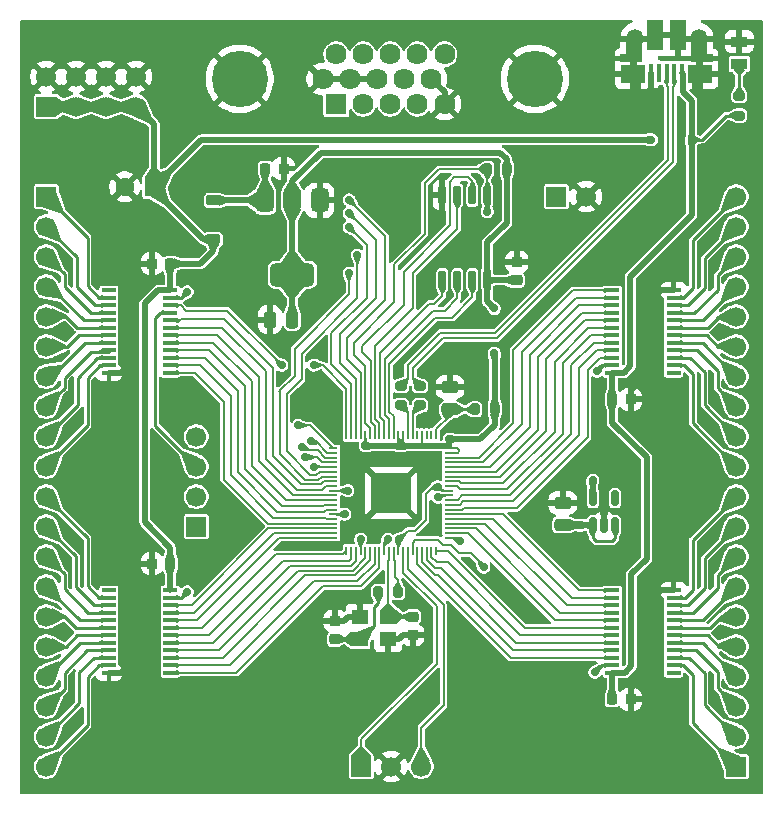
<source format=gtl>
G04 #@! TF.GenerationSoftware,KiCad,Pcbnew,9.0.1*
G04 #@! TF.CreationDate,2025-04-14T17:52:09+10:00*
G04 #@! TF.ProjectId,RP2350B_LevelShift,52503233-3530-4425-9f4c-6576656c5368,rev?*
G04 #@! TF.SameCoordinates,Original*
G04 #@! TF.FileFunction,Copper,L1,Top*
G04 #@! TF.FilePolarity,Positive*
%FSLAX46Y46*%
G04 Gerber Fmt 4.6, Leading zero omitted, Abs format (unit mm)*
G04 Created by KiCad (PCBNEW 9.0.1) date 2025-04-14 17:52:09*
%MOMM*%
%LPD*%
G01*
G04 APERTURE LIST*
G04 Aperture macros list*
%AMRoundRect*
0 Rectangle with rounded corners*
0 $1 Rounding radius*
0 $2 $3 $4 $5 $6 $7 $8 $9 X,Y pos of 4 corners*
0 Add a 4 corners polygon primitive as box body*
4,1,4,$2,$3,$4,$5,$6,$7,$8,$9,$2,$3,0*
0 Add four circle primitives for the rounded corners*
1,1,$1+$1,$2,$3*
1,1,$1+$1,$4,$5*
1,1,$1+$1,$6,$7*
1,1,$1+$1,$8,$9*
0 Add four rect primitives between the rounded corners*
20,1,$1+$1,$2,$3,$4,$5,0*
20,1,$1+$1,$4,$5,$6,$7,0*
20,1,$1+$1,$6,$7,$8,$9,0*
20,1,$1+$1,$8,$9,$2,$3,0*%
G04 Aperture macros list end*
G04 #@! TA.AperFunction,SMDPad,CuDef*
%ADD10RoundRect,0.150000X0.150000X-0.512500X0.150000X0.512500X-0.150000X0.512500X-0.150000X-0.512500X0*%
G04 #@! TD*
G04 #@! TA.AperFunction,SMDPad,CuDef*
%ADD11R,0.780000X0.220000*%
G04 #@! TD*
G04 #@! TA.AperFunction,SMDPad,CuDef*
%ADD12R,0.220000X0.780000*%
G04 #@! TD*
G04 #@! TA.AperFunction,HeatsinkPad*
%ADD13C,0.425000*%
G04 #@! TD*
G04 #@! TA.AperFunction,SMDPad,CuDef*
%ADD14R,3.400000X3.400000*%
G04 #@! TD*
G04 #@! TA.AperFunction,SMDPad,CuDef*
%ADD15RoundRect,0.225000X-0.375000X0.225000X-0.375000X-0.225000X0.375000X-0.225000X0.375000X0.225000X0*%
G04 #@! TD*
G04 #@! TA.AperFunction,SMDPad,CuDef*
%ADD16RoundRect,0.200000X-0.275000X0.200000X-0.275000X-0.200000X0.275000X-0.200000X0.275000X0.200000X0*%
G04 #@! TD*
G04 #@! TA.AperFunction,SMDPad,CuDef*
%ADD17R,1.400000X0.950000*%
G04 #@! TD*
G04 #@! TA.AperFunction,ComponentPad*
%ADD18R,1.700000X1.700000*%
G04 #@! TD*
G04 #@! TA.AperFunction,ComponentPad*
%ADD19C,1.700000*%
G04 #@! TD*
G04 #@! TA.AperFunction,SMDPad,CuDef*
%ADD20RoundRect,0.250000X-0.475000X0.250000X-0.475000X-0.250000X0.475000X-0.250000X0.475000X0.250000X0*%
G04 #@! TD*
G04 #@! TA.AperFunction,SMDPad,CuDef*
%ADD21RoundRect,0.200000X0.200000X0.275000X-0.200000X0.275000X-0.200000X-0.275000X0.200000X-0.275000X0*%
G04 #@! TD*
G04 #@! TA.AperFunction,SMDPad,CuDef*
%ADD22R,1.400000X1.200000*%
G04 #@! TD*
G04 #@! TA.AperFunction,SMDPad,CuDef*
%ADD23RoundRect,0.225000X-0.250000X0.225000X-0.250000X-0.225000X0.250000X-0.225000X0.250000X0.225000X0*%
G04 #@! TD*
G04 #@! TA.AperFunction,SMDPad,CuDef*
%ADD24RoundRect,0.150000X-0.150000X0.650000X-0.150000X-0.650000X0.150000X-0.650000X0.150000X0.650000X0*%
G04 #@! TD*
G04 #@! TA.AperFunction,SMDPad,CuDef*
%ADD25R,0.400000X1.650000*%
G04 #@! TD*
G04 #@! TA.AperFunction,SMDPad,CuDef*
%ADD26R,1.825000X0.700000*%
G04 #@! TD*
G04 #@! TA.AperFunction,SMDPad,CuDef*
%ADD27R,2.000000X1.500000*%
G04 #@! TD*
G04 #@! TA.AperFunction,SMDPad,CuDef*
%ADD28R,1.350000X2.000000*%
G04 #@! TD*
G04 #@! TA.AperFunction,ComponentPad*
%ADD29O,1.350000X1.700000*%
G04 #@! TD*
G04 #@! TA.AperFunction,ComponentPad*
%ADD30O,1.100000X1.500000*%
G04 #@! TD*
G04 #@! TA.AperFunction,SMDPad,CuDef*
%ADD31R,1.430000X2.500000*%
G04 #@! TD*
G04 #@! TA.AperFunction,ComponentPad*
%ADD32C,4.770000*%
G04 #@! TD*
G04 #@! TA.AperFunction,ComponentPad*
%ADD33R,1.785000X1.785000*%
G04 #@! TD*
G04 #@! TA.AperFunction,ComponentPad*
%ADD34C,1.785000*%
G04 #@! TD*
G04 #@! TA.AperFunction,SMDPad,CuDef*
%ADD35RoundRect,0.200000X-0.200000X-0.275000X0.200000X-0.275000X0.200000X0.275000X-0.200000X0.275000X0*%
G04 #@! TD*
G04 #@! TA.AperFunction,SMDPad,CuDef*
%ADD36RoundRect,0.225000X0.225000X0.250000X-0.225000X0.250000X-0.225000X-0.250000X0.225000X-0.250000X0*%
G04 #@! TD*
G04 #@! TA.AperFunction,ComponentPad*
%ADD37R,1.600000X1.600000*%
G04 #@! TD*
G04 #@! TA.AperFunction,ComponentPad*
%ADD38C,1.600000*%
G04 #@! TD*
G04 #@! TA.AperFunction,SMDPad,CuDef*
%ADD39RoundRect,0.375000X-0.375000X0.625000X-0.375000X-0.625000X0.375000X-0.625000X0.375000X0.625000X0*%
G04 #@! TD*
G04 #@! TA.AperFunction,SMDPad,CuDef*
%ADD40RoundRect,0.500000X-1.400000X0.500000X-1.400000X-0.500000X1.400000X-0.500000X1.400000X0.500000X0*%
G04 #@! TD*
G04 #@! TA.AperFunction,SMDPad,CuDef*
%ADD41R,1.200000X0.400000*%
G04 #@! TD*
G04 #@! TA.AperFunction,SMDPad,CuDef*
%ADD42RoundRect,0.225000X-0.225000X-0.250000X0.225000X-0.250000X0.225000X0.250000X-0.225000X0.250000X0*%
G04 #@! TD*
G04 #@! TA.AperFunction,SMDPad,CuDef*
%ADD43RoundRect,0.250000X-0.250000X-0.475000X0.250000X-0.475000X0.250000X0.475000X-0.250000X0.475000X0*%
G04 #@! TD*
G04 #@! TA.AperFunction,SMDPad,CuDef*
%ADD44RoundRect,0.200000X0.275000X-0.200000X0.275000X0.200000X-0.275000X0.200000X-0.275000X-0.200000X0*%
G04 #@! TD*
G04 #@! TA.AperFunction,SMDPad,CuDef*
%ADD45RoundRect,0.225000X0.250000X-0.225000X0.250000X0.225000X-0.250000X0.225000X-0.250000X-0.225000X0*%
G04 #@! TD*
G04 #@! TA.AperFunction,ViaPad*
%ADD46C,0.700000*%
G04 #@! TD*
G04 #@! TA.AperFunction,Conductor*
%ADD47C,0.500000*%
G04 #@! TD*
G04 #@! TA.AperFunction,Conductor*
%ADD48C,0.250000*%
G04 #@! TD*
G04 #@! TA.AperFunction,Conductor*
%ADD49C,0.200000*%
G04 #@! TD*
G04 APERTURE END LIST*
D10*
X183435000Y-124337500D03*
X184385000Y-124337500D03*
X185335000Y-124337500D03*
X185335000Y-122062500D03*
X183435000Y-122062500D03*
D11*
X161473500Y-117825000D03*
X161473500Y-118225000D03*
X161473500Y-118625000D03*
X161473500Y-119025000D03*
X161473500Y-119425000D03*
X161473500Y-119825000D03*
X161473500Y-120225000D03*
X161473500Y-120625000D03*
X161473500Y-121025000D03*
X161473500Y-121425000D03*
X161473500Y-121825000D03*
X161473500Y-122225000D03*
X161473500Y-122625000D03*
X161473500Y-123025000D03*
X161473500Y-123425000D03*
X161473500Y-123825000D03*
X161473500Y-124225000D03*
X161473500Y-124625000D03*
X161473500Y-125025000D03*
X161473500Y-125425000D03*
D12*
X162570000Y-126521500D03*
X162970000Y-126521500D03*
X163370000Y-126521500D03*
X163770000Y-126521500D03*
X164170000Y-126521500D03*
X164570000Y-126521500D03*
X164970000Y-126521500D03*
X165370000Y-126521500D03*
X165770000Y-126521500D03*
X166170000Y-126521500D03*
X166570000Y-126521500D03*
X166970000Y-126521500D03*
X167370000Y-126521500D03*
X167770000Y-126521500D03*
X168170000Y-126521500D03*
X168570000Y-126521500D03*
X168970000Y-126521500D03*
X169370000Y-126521500D03*
X169770000Y-126521500D03*
X170170000Y-126521500D03*
D11*
X171266500Y-125425000D03*
X171266500Y-125025000D03*
X171266500Y-124625000D03*
X171266500Y-124225000D03*
X171266500Y-123825000D03*
X171266500Y-123425000D03*
X171266500Y-123025000D03*
X171266500Y-122625000D03*
X171266500Y-122225000D03*
X171266500Y-121825000D03*
X171266500Y-121425000D03*
X171266500Y-121025000D03*
X171266500Y-120625000D03*
X171266500Y-120225000D03*
X171266500Y-119825000D03*
X171266500Y-119425000D03*
X171266500Y-119025000D03*
X171266500Y-118625000D03*
X171266500Y-118225000D03*
X171266500Y-117825000D03*
D12*
X170170000Y-116728500D03*
X169770000Y-116728500D03*
X169370000Y-116728500D03*
X168970000Y-116728500D03*
X168570000Y-116728500D03*
X168170000Y-116728500D03*
X167770000Y-116728500D03*
X167370000Y-116728500D03*
X166970000Y-116728500D03*
X166570000Y-116728500D03*
X166170000Y-116728500D03*
X165770000Y-116728500D03*
X165370000Y-116728500D03*
X164970000Y-116728500D03*
X164570000Y-116728500D03*
X164170000Y-116728500D03*
X163770000Y-116728500D03*
X163370000Y-116728500D03*
X162970000Y-116728500D03*
X162570000Y-116728500D03*
D13*
X165370000Y-120625000D03*
X165370000Y-121625000D03*
X165370000Y-122625000D03*
X166370000Y-120625000D03*
X166370000Y-121625000D03*
D14*
X166370000Y-121625000D03*
D13*
X166370000Y-122625000D03*
X167370000Y-120625000D03*
X167370000Y-121625000D03*
X167370000Y-122625000D03*
D15*
X151300000Y-96850000D03*
X151300000Y-100150000D03*
D16*
X195840000Y-88015000D03*
X195840000Y-89665000D03*
D17*
X195840000Y-83400000D03*
X195840000Y-85300000D03*
D18*
X163830000Y-144780000D03*
D19*
X166370000Y-144780000D03*
X168910000Y-144780000D03*
D20*
X171340000Y-112646500D03*
X171340000Y-114546500D03*
D21*
X176155000Y-94200000D03*
X174505000Y-94200000D03*
D22*
X166100000Y-132100000D03*
X163700000Y-132100000D03*
X163700000Y-134000000D03*
X166100000Y-134000000D03*
D23*
X177000000Y-102050000D03*
X177000000Y-103600000D03*
D24*
X174505000Y-96400000D03*
X173235000Y-96400000D03*
X171965000Y-96400000D03*
X170695000Y-96400000D03*
X170695000Y-103600000D03*
X171965000Y-103600000D03*
X173235000Y-103600000D03*
X174505000Y-103600000D03*
D25*
X190999866Y-86030545D03*
X190349866Y-86030545D03*
X189699866Y-86030545D03*
X189049866Y-86030545D03*
X188399866Y-86030545D03*
D26*
X192649866Y-84830545D03*
D27*
X192549866Y-86130545D03*
D28*
X192429866Y-84080545D03*
D29*
X192429866Y-83150545D03*
D30*
X192119866Y-86150545D03*
D31*
X190659866Y-82880545D03*
X188739866Y-82880545D03*
D30*
X187279866Y-86150545D03*
D29*
X186969866Y-83150545D03*
D28*
X186949866Y-84080545D03*
D27*
X186799866Y-86150545D03*
D26*
X186699866Y-84830545D03*
D21*
X175125000Y-114546500D03*
X173475000Y-114546500D03*
D32*
X178527433Y-86565000D03*
X153537433Y-86565000D03*
D33*
X161717433Y-88665000D03*
D34*
X164007433Y-88665000D03*
X166297433Y-88665000D03*
X168587433Y-88665000D03*
X170877433Y-88665000D03*
X160577433Y-86565000D03*
X162867433Y-86565000D03*
X165157433Y-86565000D03*
X167447433Y-86565000D03*
X169737433Y-86565000D03*
X161717433Y-84485000D03*
X164007433Y-84485000D03*
X166297433Y-84485000D03*
X168587433Y-84485000D03*
X170877433Y-84485000D03*
D35*
X165275000Y-130000000D03*
X166925000Y-130000000D03*
D36*
X186630000Y-139100000D03*
X185080000Y-139100000D03*
D18*
X149860000Y-124460000D03*
D19*
X149860000Y-121920000D03*
X149860000Y-119380000D03*
X149860000Y-116840000D03*
D37*
X146300000Y-95700000D03*
D38*
X143800000Y-95700000D03*
D18*
X137160000Y-88900000D03*
D19*
X137160000Y-86360000D03*
X139700000Y-88900000D03*
X139700000Y-86360000D03*
X142240000Y-88900000D03*
X142240000Y-86360000D03*
X144780000Y-88900000D03*
X144780000Y-86360000D03*
D39*
X160300000Y-96850000D03*
X158000000Y-96850000D03*
D40*
X158000000Y-103150000D03*
D39*
X155700000Y-96850000D03*
D36*
X186630000Y-113700000D03*
X185080000Y-113700000D03*
D41*
X142460000Y-104457500D03*
X142460000Y-105092500D03*
X142460000Y-105727500D03*
X142460000Y-106362500D03*
X142460000Y-106997500D03*
X142460000Y-107632500D03*
X142460000Y-108267500D03*
X142460000Y-108902500D03*
X142460000Y-109537500D03*
X142460000Y-110172500D03*
X142460000Y-110807500D03*
X142460000Y-111442500D03*
X147660000Y-111442500D03*
X147660000Y-110807500D03*
X147660000Y-110172500D03*
X147660000Y-109537500D03*
X147660000Y-108902500D03*
X147660000Y-108267500D03*
X147660000Y-107632500D03*
X147660000Y-106997500D03*
X147660000Y-106362500D03*
X147660000Y-105727500D03*
X147660000Y-105092500D03*
X147660000Y-104457500D03*
D18*
X195580000Y-144780000D03*
D19*
X195580000Y-142240000D03*
X195580000Y-139700000D03*
X195580000Y-137160000D03*
X195580000Y-134620000D03*
X195580000Y-132080000D03*
X195580000Y-129540000D03*
X195580000Y-127000000D03*
X195580000Y-124460000D03*
X195580000Y-121920000D03*
X195580000Y-119380000D03*
X195580000Y-116840000D03*
X195580000Y-114300000D03*
X195580000Y-111760000D03*
X195580000Y-109220000D03*
X195580000Y-106680000D03*
X195580000Y-104140000D03*
X195580000Y-101600000D03*
X195580000Y-99060000D03*
X195580000Y-96520000D03*
D18*
X180340000Y-96520000D03*
D19*
X182880000Y-96520000D03*
D41*
X190280000Y-136842500D03*
X190280000Y-136207500D03*
X190280000Y-135572500D03*
X190280000Y-134937500D03*
X190280000Y-134302500D03*
X190280000Y-133667500D03*
X190280000Y-133032500D03*
X190280000Y-132397500D03*
X190280000Y-131762500D03*
X190280000Y-131127500D03*
X190280000Y-130492500D03*
X190280000Y-129857500D03*
X185080000Y-129857500D03*
X185080000Y-130492500D03*
X185080000Y-131127500D03*
X185080000Y-131762500D03*
X185080000Y-132397500D03*
X185080000Y-133032500D03*
X185080000Y-133667500D03*
X185080000Y-134302500D03*
X185080000Y-134937500D03*
X185080000Y-135572500D03*
X185080000Y-136207500D03*
X185080000Y-136842500D03*
D20*
X180900000Y-122437500D03*
X180900000Y-124337500D03*
D42*
X146110000Y-127600000D03*
X147660000Y-127600000D03*
D18*
X137160000Y-96520000D03*
D19*
X137160000Y-99060000D03*
X137160000Y-101600000D03*
X137160000Y-104140000D03*
X137160000Y-106680000D03*
X137160000Y-109220000D03*
X137160000Y-111760000D03*
X137160000Y-114300000D03*
X137160000Y-116840000D03*
X137160000Y-119380000D03*
X137160000Y-121920000D03*
X137160000Y-124460000D03*
X137160000Y-127000000D03*
X137160000Y-129540000D03*
X137160000Y-132080000D03*
X137160000Y-134620000D03*
X137160000Y-137160000D03*
X137160000Y-139700000D03*
X137160000Y-142240000D03*
X137160000Y-144780000D03*
D36*
X157250000Y-94150000D03*
X155700000Y-94150000D03*
D43*
X156100000Y-106950000D03*
X158000000Y-106950000D03*
D41*
X142460000Y-129857500D03*
X142460000Y-130492500D03*
X142460000Y-131127500D03*
X142460000Y-131762500D03*
X142460000Y-132397500D03*
X142460000Y-133032500D03*
X142460000Y-133667500D03*
X142460000Y-134302500D03*
X142460000Y-134937500D03*
X142460000Y-135572500D03*
X142460000Y-136207500D03*
X142460000Y-136842500D03*
X147660000Y-136842500D03*
X147660000Y-136207500D03*
X147660000Y-135572500D03*
X147660000Y-134937500D03*
X147660000Y-134302500D03*
X147660000Y-133667500D03*
X147660000Y-133032500D03*
X147660000Y-132397500D03*
X147660000Y-131762500D03*
X147660000Y-131127500D03*
X147660000Y-130492500D03*
X147660000Y-129857500D03*
D23*
X161600000Y-132450000D03*
X161600000Y-134000000D03*
D44*
X167195000Y-114201500D03*
X167195000Y-112551500D03*
D45*
X168200000Y-133650000D03*
X168200000Y-132100000D03*
D41*
X190280000Y-111442500D03*
X190280000Y-110807500D03*
X190280000Y-110172500D03*
X190280000Y-109537500D03*
X190280000Y-108902500D03*
X190280000Y-108267500D03*
X190280000Y-107632500D03*
X190280000Y-106997500D03*
X190280000Y-106362500D03*
X190280000Y-105727500D03*
X190280000Y-105092500D03*
X190280000Y-104457500D03*
X185080000Y-104457500D03*
X185080000Y-105092500D03*
X185080000Y-105727500D03*
X185080000Y-106362500D03*
X185080000Y-106997500D03*
X185080000Y-107632500D03*
X185080000Y-108267500D03*
X185080000Y-108902500D03*
X185080000Y-109537500D03*
X185080000Y-110172500D03*
X185080000Y-110807500D03*
X185080000Y-111442500D03*
D42*
X146110000Y-102200000D03*
X147660000Y-102200000D03*
D44*
X168795000Y-114201500D03*
X168795000Y-112551500D03*
D46*
X169900000Y-124600000D03*
X162000000Y-104500000D03*
X190800000Y-101100000D03*
X180600000Y-101300000D03*
X187400000Y-137400000D03*
X169300000Y-93900000D03*
X166100000Y-135600000D03*
X160300000Y-130900000D03*
X173100000Y-133700000D03*
X166700000Y-101000000D03*
X161400000Y-115000000D03*
X188100000Y-98400000D03*
X180600000Y-126700000D03*
X185600000Y-96400000D03*
X169400000Y-119500000D03*
X152800000Y-137700000D03*
X154700000Y-124500000D03*
X176600000Y-130300000D03*
X189200000Y-123100000D03*
X144034750Y-110934750D03*
X169100000Y-82300000D03*
X159200000Y-126100000D03*
X158100000Y-92700000D03*
X188400000Y-87830268D03*
X160500000Y-109700000D03*
X177000000Y-100912500D03*
X169000000Y-105100000D03*
X161560865Y-116157667D03*
X164020000Y-118885000D03*
X147300000Y-113200000D03*
X184400000Y-123100000D03*
X163700000Y-130700000D03*
X150900000Y-104800000D03*
X186800000Y-123100000D03*
X170695000Y-97912500D03*
X162420000Y-124685000D03*
X158100000Y-90400000D03*
X179200000Y-92600000D03*
X144400000Y-122800000D03*
X144034750Y-136334750D03*
X157200000Y-109700000D03*
X182200000Y-102900000D03*
X146600000Y-122800000D03*
X144700000Y-127600000D03*
X170700000Y-94900000D03*
X158136535Y-85376914D03*
X187350000Y-112150000D03*
X167100000Y-83000000D03*
X188400000Y-91700000D03*
X191800000Y-91700000D03*
X182300000Y-124337500D03*
X175100000Y-106000000D03*
X159793086Y-119412675D03*
X171266500Y-117085000D03*
X166069481Y-125535000D03*
X175100000Y-109800000D03*
X164170000Y-117635000D03*
X170316330Y-121991524D03*
X172220000Y-125675000D03*
X163770000Y-125535000D03*
X167170000Y-117635000D03*
X162420000Y-123425000D03*
X163500000Y-101500000D03*
X162800000Y-103000000D03*
X162695000Y-121416500D03*
X170295000Y-121085000D03*
X183435000Y-120535000D03*
X166995000Y-125516500D03*
X158500000Y-115900000D03*
X174500000Y-97800000D03*
X158819451Y-117711438D03*
X159100000Y-118600000D03*
X174200000Y-127900000D03*
X162800000Y-96800000D03*
X162800000Y-97950000D03*
X162800000Y-99100000D03*
X159578210Y-117227405D03*
X149100000Y-130000000D03*
X149100000Y-104600000D03*
X183800000Y-111300000D03*
X183600000Y-136800000D03*
X157100000Y-110800000D03*
X159800000Y-110800000D03*
D47*
X186630000Y-139100000D02*
X186630000Y-138170000D01*
X186630000Y-113700000D02*
X186630000Y-112870000D01*
X161600000Y-132450000D02*
X162343500Y-132450000D01*
X186969866Y-83150545D02*
X188469866Y-83150545D01*
X144400000Y-110569500D02*
X143511000Y-111458500D01*
X146110000Y-103390000D02*
X144400000Y-105100000D01*
X143511000Y-136858500D02*
X142460000Y-136858500D01*
X146110000Y-102200000D02*
X146110000Y-103390000D01*
X166100000Y-134000000D02*
X166100000Y-135600000D01*
X188399866Y-87830134D02*
X188399866Y-86030545D01*
X162693500Y-132100000D02*
X163700000Y-132100000D01*
X188000000Y-131070500D02*
X189229000Y-129841500D01*
X184385000Y-124337500D02*
X184385000Y-123115000D01*
X186630000Y-112870000D02*
X188100000Y-111400000D01*
X188100000Y-111400000D02*
X188100000Y-105570500D01*
X188469866Y-83150545D02*
X188739866Y-82880545D01*
X163700000Y-130700000D02*
X163700000Y-132100000D01*
X188000000Y-136800000D02*
X188000000Y-131070500D01*
X146110000Y-134259500D02*
X143511000Y-136858500D01*
X166150000Y-134000000D02*
X167000000Y-134000000D01*
X189229000Y-129841500D02*
X190280000Y-129841500D01*
X143511000Y-111458500D02*
X142460000Y-111458500D01*
X146110000Y-127600000D02*
X146110000Y-134259500D01*
X167000000Y-134000000D02*
X167350000Y-133650000D01*
X167350000Y-133650000D02*
X168250000Y-133650000D01*
X188100000Y-105570500D02*
X189229000Y-104441500D01*
X165157433Y-86565000D02*
X162867433Y-86565000D01*
X188400000Y-87830268D02*
X188399866Y-87830134D01*
X190929866Y-83150545D02*
X190659866Y-82880545D01*
X170877433Y-88665000D02*
X170877433Y-87705000D01*
X184385000Y-123115000D02*
X184400000Y-123100000D01*
X192429866Y-83150545D02*
X190929866Y-83150545D01*
X144400000Y-105100000D02*
X144400000Y-110569500D01*
X162343500Y-132450000D02*
X162693500Y-132100000D01*
X189229000Y-104441500D02*
X190280000Y-104441500D01*
X160577433Y-86565000D02*
X162867433Y-86565000D01*
X170877433Y-87705000D02*
X169737433Y-86565000D01*
X186630000Y-138170000D02*
X188000000Y-136800000D01*
X155700000Y-96850000D02*
X151300000Y-96850000D01*
X155700000Y-96850000D02*
X155700000Y-94150000D01*
X150450000Y-100150000D02*
X146300000Y-96000000D01*
X186700000Y-128500000D02*
X186700000Y-136289500D01*
X150300000Y-91700000D02*
X146300000Y-95700000D01*
X191800000Y-91600000D02*
X191800000Y-88400000D01*
X188000000Y-127200000D02*
X186700000Y-128500000D01*
X142240000Y-88900000D02*
X144780000Y-88900000D01*
X147660000Y-127600000D02*
X147660000Y-129841500D01*
X147660000Y-104441500D02*
X147660000Y-102200000D01*
D48*
X191900000Y-91700000D02*
X192700000Y-91700000D01*
D47*
X186600000Y-110900000D02*
X186041500Y-111458500D01*
X185080000Y-111458500D02*
X185080000Y-113700000D01*
X145500000Y-124100000D02*
X145500000Y-105550500D01*
X151300000Y-101100000D02*
X151300000Y-100150000D01*
D48*
X192700000Y-91700000D02*
X194735000Y-89665000D01*
D47*
X188400000Y-91700000D02*
X150300000Y-91700000D01*
X191098866Y-86129545D02*
X190999866Y-86030545D01*
X147660000Y-127600000D02*
X147660000Y-126260000D01*
X146609000Y-104441500D02*
X147660000Y-104441500D01*
X186131000Y-136858500D02*
X185080000Y-136858500D01*
X188000000Y-118600000D02*
X188000000Y-127200000D01*
X191098866Y-87698866D02*
X191098866Y-86129545D01*
X186041500Y-111458500D02*
X185080000Y-111458500D01*
X147660000Y-126260000D02*
X145500000Y-124100000D01*
X185080000Y-115680000D02*
X188000000Y-118600000D01*
X186700000Y-136289500D02*
X186131000Y-136858500D01*
X151300000Y-100150000D02*
X150450000Y-100150000D01*
X142240000Y-88900000D02*
X139700000Y-88900000D01*
D48*
X194735000Y-89665000D02*
X195840000Y-89665000D01*
D47*
X191800000Y-88400000D02*
X191098866Y-87698866D01*
X147660000Y-102200000D02*
X150200000Y-102200000D01*
X150200000Y-102200000D02*
X151300000Y-101100000D01*
X137160000Y-88900000D02*
X139700000Y-88900000D01*
X146300000Y-96000000D02*
X146300000Y-95700000D01*
X185080000Y-113700000D02*
X185080000Y-115680000D01*
X185080000Y-136858500D02*
X185080000Y-139100000D01*
X145500000Y-105550500D02*
X146609000Y-104441500D01*
X191800000Y-98100000D02*
X186600000Y-103300000D01*
X191800000Y-91600000D02*
X191800000Y-98100000D01*
X146300000Y-90420000D02*
X146300000Y-95700000D01*
X186600000Y-103300000D02*
X186600000Y-110900000D01*
X144780000Y-88900000D02*
X146300000Y-90420000D01*
X182300000Y-124337500D02*
X182000000Y-124337500D01*
D49*
X172120000Y-117985000D02*
X172120000Y-118085000D01*
D47*
X174505000Y-100395000D02*
X176155000Y-98745000D01*
D49*
X167370000Y-116728500D02*
X167370000Y-117435000D01*
D47*
X175125000Y-115875000D02*
X175125000Y-114546500D01*
X171266500Y-117635000D02*
X171266500Y-117085000D01*
D49*
X171266500Y-117825000D02*
X171266500Y-117131500D01*
D47*
X173915000Y-117085000D02*
X171266500Y-117085000D01*
X167170000Y-117635000D02*
X171266500Y-117635000D01*
D48*
X183700000Y-125700000D02*
X183435000Y-125435000D01*
D47*
X174505000Y-103600000D02*
X174505000Y-100395000D01*
D48*
X185335000Y-124337500D02*
X185335000Y-125465000D01*
D49*
X170480000Y-121825000D02*
X171266500Y-121825000D01*
X171266500Y-125425000D02*
X171970000Y-125425000D01*
D47*
X175100000Y-106000000D02*
X174505000Y-105405000D01*
D48*
X185335000Y-125465000D02*
X185100000Y-125700000D01*
D47*
X177000000Y-103600000D02*
X174505000Y-103600000D01*
X182300000Y-124337500D02*
X183435000Y-124337500D01*
D49*
X171266500Y-117825000D02*
X171960000Y-117825000D01*
D47*
X158000000Y-95200000D02*
X158000000Y-96850000D01*
X176155000Y-93355000D02*
X175600000Y-92800000D01*
D48*
X185100000Y-125700000D02*
X183700000Y-125700000D01*
D49*
X168725500Y-117635000D02*
X167170000Y-117635000D01*
X172120000Y-118085000D02*
X171980000Y-118225000D01*
X166970000Y-117435000D02*
X167170000Y-117635000D01*
X163770000Y-126521500D02*
X163770000Y-125535000D01*
X159793086Y-119412675D02*
X160449750Y-119412675D01*
D47*
X176155000Y-98745000D02*
X176155000Y-94200000D01*
D49*
X166970000Y-116728500D02*
X166970000Y-117435000D01*
X160449750Y-119412675D02*
X160462075Y-119425000D01*
D47*
X175600000Y-92800000D02*
X160400000Y-92800000D01*
X158000000Y-106950000D02*
X158000000Y-103150000D01*
X158000000Y-96850000D02*
X158000000Y-103150000D01*
D49*
X168970000Y-117390500D02*
X168725500Y-117635000D01*
X170316330Y-121991524D02*
X170316330Y-121988670D01*
D47*
X164170000Y-117635000D02*
X167170000Y-117635000D01*
D49*
X168970000Y-116728500D02*
X168970000Y-117390500D01*
D47*
X175125000Y-114546500D02*
X175125000Y-109825000D01*
D49*
X171980000Y-118225000D02*
X171266500Y-118225000D01*
X164170000Y-117635000D02*
X164170000Y-116728500D01*
X165770000Y-125834481D02*
X166069481Y-125535000D01*
X167295000Y-117562500D02*
X168995000Y-117562500D01*
X171960000Y-117825000D02*
X172120000Y-117985000D01*
D47*
X160400000Y-92800000D02*
X158000000Y-95200000D01*
D49*
X167370000Y-117435000D02*
X167170000Y-117635000D01*
D47*
X176155000Y-94200000D02*
X176155000Y-93355000D01*
X175125000Y-109825000D02*
X175100000Y-109800000D01*
X180900000Y-124337500D02*
X182300000Y-124337500D01*
D49*
X165770000Y-126521500D02*
X165770000Y-125834481D01*
X170316330Y-121988670D02*
X170480000Y-121825000D01*
X171970000Y-125425000D02*
X172220000Y-125675000D01*
X171266500Y-117131500D02*
X171220000Y-117085000D01*
D47*
X174505000Y-105405000D02*
X174505000Y-103600000D01*
X173915000Y-117085000D02*
X175125000Y-115875000D01*
D49*
X161473500Y-123425000D02*
X162420000Y-123425000D01*
X160462075Y-119425000D02*
X161473500Y-119425000D01*
D48*
X183435000Y-125435000D02*
X183435000Y-124337500D01*
D49*
X160027000Y-120098000D02*
X160300000Y-119825000D01*
X157500000Y-113250000D02*
X157500000Y-118100000D01*
X157500000Y-118100000D02*
X159498000Y-120098000D01*
X163500000Y-105132900D02*
X158800000Y-109832900D01*
X159498000Y-120098000D02*
X160027000Y-120098000D01*
X158800000Y-109832900D02*
X158800000Y-111950000D01*
X158800000Y-111950000D02*
X157500000Y-113250000D01*
X160300000Y-119825000D02*
X161473500Y-119825000D01*
X163500000Y-101500000D02*
X163500000Y-105132900D01*
X156911111Y-118311111D02*
X156911111Y-113000000D01*
X162800000Y-103000000D02*
X162800000Y-104800000D01*
X161473500Y-120225000D02*
X160475000Y-120225000D01*
X158200000Y-111700000D02*
X156900000Y-113000000D01*
X159099000Y-120499000D02*
X156911111Y-118311111D01*
X162800000Y-104800000D02*
X158200000Y-109400000D01*
X158200000Y-109400000D02*
X158200000Y-111700000D01*
X160201000Y-120499000D02*
X159099000Y-120499000D01*
X160475000Y-120225000D02*
X160201000Y-120499000D01*
D48*
X163800000Y-134000000D02*
X164900000Y-132900000D01*
X164900000Y-131293500D02*
X165275000Y-130918500D01*
X164900000Y-132900000D02*
X164900000Y-131293500D01*
X163700000Y-134000000D02*
X161600000Y-134000000D01*
X165275000Y-130918500D02*
X165275000Y-130000000D01*
D49*
X162686500Y-121425000D02*
X162695000Y-121416500D01*
D47*
X183435000Y-122062500D02*
X183435000Y-120535000D01*
D49*
X170295000Y-121085000D02*
X170635000Y-121425000D01*
X169300000Y-123900000D02*
X169300000Y-121700000D01*
X166970000Y-126521500D02*
X166970000Y-125541500D01*
X168400000Y-124800000D02*
X169300000Y-123900000D01*
X169915000Y-121085000D02*
X170295000Y-121085000D01*
X170635000Y-121425000D02*
X171266500Y-121425000D01*
X167083500Y-125516500D02*
X167800000Y-124800000D01*
X161473500Y-121425000D02*
X162686500Y-121425000D01*
X167800000Y-124800000D02*
X168400000Y-124800000D01*
X166970000Y-125541500D02*
X166995000Y-125516500D01*
X169300000Y-121700000D02*
X169915000Y-121085000D01*
X166995000Y-125516500D02*
X167083500Y-125516500D01*
X168910000Y-141490000D02*
X168910000Y-144900000D01*
X167770000Y-126521500D02*
X167770000Y-128070000D01*
X170800000Y-131100000D02*
X170800000Y-139600000D01*
X170800000Y-139600000D02*
X168910000Y-141490000D01*
X167770000Y-128070000D02*
X170800000Y-131100000D01*
X170200000Y-136100000D02*
X163830000Y-142470000D01*
X167370000Y-128370000D02*
X170200000Y-131200000D01*
X170200000Y-131200000D02*
X170200000Y-136100000D01*
X163830000Y-142470000D02*
X163830000Y-144900000D01*
X167370000Y-126521500D02*
X167370000Y-128370000D01*
D48*
X195840000Y-88015000D02*
X195840000Y-85300000D01*
D49*
X158500000Y-115900000D02*
X159500000Y-115900000D01*
X161425000Y-117825000D02*
X161473500Y-117825000D01*
X159500000Y-115900000D02*
X161425000Y-117825000D01*
X166633333Y-105466667D02*
X166633333Y-102266667D01*
X169200000Y-99700000D02*
X169200000Y-95400000D01*
X164171000Y-110871000D02*
X163200000Y-109900000D01*
X166633333Y-102266667D02*
X169200000Y-99700000D01*
X174505000Y-96400000D02*
X174505000Y-97795000D01*
X164171000Y-115736000D02*
X164171000Y-110871000D01*
X169200000Y-95400000D02*
X170400000Y-94200000D01*
X163200000Y-109900000D02*
X163200000Y-108900000D01*
X174505000Y-97795000D02*
X174500000Y-97800000D01*
X164570000Y-116135000D02*
X164171000Y-115736000D01*
X164570000Y-116728500D02*
X164570000Y-116135000D01*
X174505000Y-96400000D02*
X174505000Y-94200000D01*
X163200000Y-108900000D02*
X166633333Y-105466667D01*
X170400000Y-94200000D02*
X174505000Y-94200000D01*
X165820000Y-114985000D02*
X166170000Y-115335000D01*
X165820000Y-110280000D02*
X165820000Y-114985000D01*
X171965000Y-103600000D02*
X171965000Y-105135000D01*
X171965000Y-105135000D02*
X170900000Y-106200000D01*
X166170000Y-115335000D02*
X166170000Y-116728500D01*
X170900000Y-106200000D02*
X169900000Y-106200000D01*
X169900000Y-106200000D02*
X165820000Y-110280000D01*
X169600000Y-105600000D02*
X170000000Y-105600000D01*
X165770000Y-116728500D02*
X165770000Y-115502100D01*
X165420000Y-109780000D02*
X169600000Y-105600000D01*
X165420000Y-115152100D02*
X165420000Y-109780000D01*
X165770000Y-115502100D02*
X165420000Y-115152100D01*
X170000000Y-105600000D02*
X170695000Y-104905000D01*
X170695000Y-104905000D02*
X170695000Y-103600000D01*
X165020000Y-109180000D02*
X168200000Y-106000000D01*
X168200000Y-106000000D02*
X168200000Y-103000000D01*
X165020000Y-115385000D02*
X165020000Y-109180000D01*
X168200000Y-103000000D02*
X171965000Y-99235000D01*
X165370000Y-115735000D02*
X165020000Y-115385000D01*
X171965000Y-99235000D02*
X171965000Y-96400000D01*
X165370000Y-116728500D02*
X165370000Y-115735000D01*
X163900000Y-109700000D02*
X164620000Y-110420000D01*
X167416667Y-102883333D02*
X167416667Y-105683333D01*
X164620000Y-115585000D02*
X164970000Y-115935000D01*
X171346000Y-98954000D02*
X167416667Y-102883333D01*
X171346000Y-95254000D02*
X171346000Y-98954000D01*
X164620000Y-110420000D02*
X164620000Y-115585000D01*
X163900000Y-109200000D02*
X163900000Y-109700000D01*
X164970000Y-115935000D02*
X164970000Y-116728500D01*
X167416667Y-105683333D02*
X163900000Y-109200000D01*
X173235000Y-95235000D02*
X172900000Y-94900000D01*
X172900000Y-94900000D02*
X171700000Y-94900000D01*
X173235000Y-96400000D02*
X173235000Y-95235000D01*
X171700000Y-94900000D02*
X171346000Y-95254000D01*
X173235000Y-105065000D02*
X173235000Y-103600000D01*
X171500000Y-106800000D02*
X173235000Y-105065000D01*
X166570000Y-115135000D02*
X166220000Y-114785000D01*
X166220000Y-110680000D02*
X170100000Y-106800000D01*
X166570000Y-116728500D02*
X166570000Y-115135000D01*
X170100000Y-106800000D02*
X171500000Y-106800000D01*
X166220000Y-114785000D02*
X166220000Y-110680000D01*
X168220000Y-111003198D02*
X168220000Y-111901500D01*
X190250000Y-93586394D02*
X175336394Y-108500000D01*
X190350000Y-87137501D02*
X190250000Y-87237501D01*
X168220000Y-111901500D02*
X168795000Y-112476500D01*
X168795000Y-112476500D02*
X168795000Y-112551500D01*
X190250000Y-87237501D02*
X190250000Y-93586394D01*
X175336394Y-108500000D02*
X170723198Y-108500000D01*
X190350000Y-85900000D02*
X190350000Y-87137501D01*
X170723198Y-108500000D02*
X168220000Y-111003198D01*
X167195000Y-112476500D02*
X167195000Y-112551500D01*
X189800000Y-87237501D02*
X189800000Y-93400000D01*
X189700000Y-85900000D02*
X189700000Y-87137501D01*
X170536802Y-108050000D02*
X167770000Y-110816802D01*
X189700000Y-87137501D02*
X189800000Y-87237501D01*
X175150000Y-108050000D02*
X170536802Y-108050000D01*
X167770000Y-111901500D02*
X167195000Y-112476500D01*
X189800000Y-93400000D02*
X175150000Y-108050000D01*
X167770000Y-110816802D02*
X167770000Y-111901500D01*
D48*
X195580000Y-134620000D02*
X194120000Y-134620000D01*
X194120000Y-134620000D02*
X193167500Y-133667500D01*
X193167500Y-133667500D02*
X190280000Y-133667500D01*
D49*
X158819451Y-117711438D02*
X159132092Y-117711438D01*
X159132092Y-117711438D02*
X159420654Y-118000000D01*
X159420654Y-118000000D02*
X160150000Y-118000000D01*
X160150000Y-118000000D02*
X160775000Y-118625000D01*
X160775000Y-118625000D02*
X161473500Y-118625000D01*
X160100000Y-118600000D02*
X159100000Y-118600000D01*
X160629175Y-119025000D02*
X160615850Y-119011675D01*
X161473500Y-119025000D02*
X160629175Y-119025000D01*
X160615850Y-119011675D02*
X160511675Y-119011675D01*
X160511675Y-119011675D02*
X160100000Y-118600000D01*
D48*
X195580000Y-132080000D02*
X194320000Y-132080000D01*
X193367500Y-133032500D02*
X190280000Y-133032500D01*
X194320000Y-132080000D02*
X193367500Y-133032500D01*
X191472500Y-105727500D02*
X192900000Y-104300000D01*
X190280000Y-105727500D02*
X191472500Y-105727500D01*
X192900000Y-104300000D02*
X192900000Y-101740000D01*
X192900000Y-101740000D02*
X195580000Y-99060000D01*
X194000000Y-103180000D02*
X194000000Y-104400000D01*
X194000000Y-104400000D02*
X192037500Y-106362500D01*
X192037500Y-106362500D02*
X190280000Y-106362500D01*
X195580000Y-101600000D02*
X194000000Y-103180000D01*
X192900000Y-136871250D02*
X192900000Y-139560000D01*
X190280000Y-135572500D02*
X191601250Y-135572500D01*
X192900000Y-139560000D02*
X195580000Y-142240000D01*
X191601250Y-135572500D02*
X192900000Y-136871250D01*
X193067500Y-108267500D02*
X190280000Y-108267500D01*
X194020000Y-109220000D02*
X193067500Y-108267500D01*
X195580000Y-109220000D02*
X194020000Y-109220000D01*
X191472500Y-131127500D02*
X192900000Y-129700000D01*
X192900000Y-129700000D02*
X192900000Y-127140000D01*
X192900000Y-127140000D02*
X195580000Y-124460000D01*
X190280000Y-131127500D02*
X191472500Y-131127500D01*
D49*
X166100000Y-127370000D02*
X166100000Y-132100000D01*
D48*
X168200000Y-132100000D02*
X166100000Y-132100000D01*
D49*
X166170000Y-126521500D02*
X166170000Y-127300000D01*
X166170000Y-127300000D02*
X166100000Y-127370000D01*
X166170000Y-132030000D02*
X166100000Y-132100000D01*
X170170000Y-116235000D02*
X171340000Y-115065000D01*
D48*
X173475000Y-114546500D02*
X171340000Y-114546500D01*
D49*
X171340000Y-115065000D02*
X171340000Y-114546500D01*
X170170000Y-116728500D02*
X170170000Y-116235000D01*
X166700000Y-128775000D02*
X166925000Y-129000000D01*
X166570000Y-126521500D02*
X166570000Y-127270000D01*
X166700000Y-127400000D02*
X166700000Y-128775000D01*
X166570000Y-127270000D02*
X166700000Y-127400000D01*
X166925000Y-129000000D02*
X166925000Y-130000000D01*
X174100000Y-127800000D02*
X174100000Y-127700000D01*
X171400000Y-126000000D02*
X170750000Y-126000000D01*
X170350000Y-125600000D02*
X168400000Y-125600000D01*
X173100000Y-126700000D02*
X172100000Y-126700000D01*
X174100000Y-127700000D02*
X173100000Y-126700000D01*
X174200000Y-127900000D02*
X174100000Y-127800000D01*
X170750000Y-126000000D02*
X170350000Y-125600000D01*
X172100000Y-126700000D02*
X171400000Y-126000000D01*
X168400000Y-125600000D02*
X168170000Y-125830000D01*
X168170000Y-125830000D02*
X168170000Y-126521500D01*
X162600000Y-110300000D02*
X163770000Y-111470000D01*
X163770000Y-111470000D02*
X163770000Y-116728500D01*
X165850000Y-99850000D02*
X165850000Y-105250000D01*
X165850000Y-105250000D02*
X162600000Y-108500000D01*
X162600000Y-108500000D02*
X162600000Y-110300000D01*
X162800000Y-96800000D02*
X165850000Y-99850000D01*
X165066667Y-100216667D02*
X165066667Y-105133333D01*
X163370000Y-111970000D02*
X163370000Y-116727500D01*
X165066667Y-105133333D02*
X162000000Y-108200000D01*
X162800000Y-97950000D02*
X165066667Y-100216667D01*
X162000000Y-108200000D02*
X162000000Y-110600000D01*
X162000000Y-110600000D02*
X163370000Y-111970000D01*
X164283333Y-105116667D02*
X161300000Y-108100000D01*
X162970000Y-112370000D02*
X162970000Y-116728500D01*
X161300000Y-108100000D02*
X161300000Y-110700000D01*
X162800000Y-99100000D02*
X164283333Y-100583333D01*
X161300000Y-110700000D02*
X162970000Y-112370000D01*
X164283333Y-100583333D02*
X164283333Y-105116667D01*
D48*
X194000000Y-112720000D02*
X194000000Y-111300000D01*
X192237500Y-109537500D02*
X190280000Y-109537500D01*
X194000000Y-111300000D02*
X192237500Y-109537500D01*
X195580000Y-114300000D02*
X194000000Y-112720000D01*
X190280000Y-136207500D02*
X191097000Y-136207500D01*
X191900000Y-137010500D02*
X191900000Y-141100000D01*
X191900000Y-141100000D02*
X195580000Y-144780000D01*
X191097000Y-136207500D02*
X191900000Y-137010500D01*
X190280000Y-130492500D02*
X191207500Y-130492500D01*
X191207500Y-130492500D02*
X191900000Y-129800000D01*
X191900000Y-129800000D02*
X191900000Y-125600000D01*
X191900000Y-125600000D02*
X195580000Y-121920000D01*
X191937500Y-131762500D02*
X190280000Y-131762500D01*
X194000000Y-129700000D02*
X191937500Y-131762500D01*
X195580000Y-127000000D02*
X194000000Y-128580000D01*
X194000000Y-128580000D02*
X194000000Y-129700000D01*
X195580000Y-106680000D02*
X194120000Y-106680000D01*
X194120000Y-106680000D02*
X193167500Y-107632500D01*
X193167500Y-107632500D02*
X190280000Y-107632500D01*
X195580000Y-111760000D02*
X192722500Y-108902500D01*
X192722500Y-108902500D02*
X190280000Y-108902500D01*
X191900000Y-104289500D02*
X191900000Y-100200000D01*
X191900000Y-100200000D02*
X195580000Y-96520000D01*
X190280000Y-105092500D02*
X191097000Y-105092500D01*
X191097000Y-105092500D02*
X191900000Y-104289500D01*
X194000000Y-136800000D02*
X192137500Y-134937500D01*
X192137500Y-134937500D02*
X190280000Y-134937500D01*
X194000000Y-138120000D02*
X194000000Y-136800000D01*
X195580000Y-139700000D02*
X194000000Y-138120000D01*
X192900000Y-114160000D02*
X195580000Y-116840000D01*
X192900000Y-111400000D02*
X192900000Y-114160000D01*
X190280000Y-110172500D02*
X191672500Y-110172500D01*
X191672500Y-110172500D02*
X192900000Y-111400000D01*
X195580000Y-129540000D02*
X192722500Y-132397500D01*
X192722500Y-132397500D02*
X190280000Y-132397500D01*
X190280000Y-110807500D02*
X191130000Y-110807500D01*
X191900000Y-111577500D02*
X191900000Y-115700000D01*
X191900000Y-115700000D02*
X195580000Y-119380000D01*
X191130000Y-110807500D02*
X191900000Y-111577500D01*
X195580000Y-137160000D02*
X192722500Y-134302500D01*
X192722500Y-134302500D02*
X190280000Y-134302500D01*
X195580000Y-104140000D02*
X192722500Y-106997500D01*
X192722500Y-106997500D02*
X190280000Y-106997500D01*
D49*
X167770000Y-114851500D02*
X167195000Y-114276500D01*
X167195000Y-114276500D02*
X167195000Y-114201500D01*
X167770000Y-116728500D02*
X167770000Y-114851500D01*
X168170000Y-114901500D02*
X168170000Y-116728500D01*
X168795000Y-114201500D02*
X168795000Y-114276500D01*
X168795000Y-114276500D02*
X168170000Y-114901500D01*
D48*
X139960000Y-139440000D02*
X139960000Y-136800000D01*
X137160000Y-142240000D02*
X139960000Y-139440000D01*
X139960000Y-136800000D02*
X141187500Y-135572500D01*
X141187500Y-135572500D02*
X142460000Y-135572500D01*
X138740000Y-132080000D02*
X139692500Y-133032500D01*
X137160000Y-132080000D02*
X138740000Y-132080000D01*
X139692500Y-133032500D02*
X142460000Y-133032500D01*
X139660000Y-129600000D02*
X141187500Y-131127500D01*
X141187500Y-131127500D02*
X142460000Y-131127500D01*
X137160000Y-124460000D02*
X139660000Y-126960000D01*
X139660000Y-126960000D02*
X139660000Y-129600000D01*
X140660000Y-115880000D02*
X140660000Y-111898500D01*
X137160000Y-119380000D02*
X140660000Y-115880000D01*
X140660000Y-111898500D02*
X141751000Y-110807500D01*
X141751000Y-110807500D02*
X142460000Y-110807500D01*
X137160000Y-116840000D02*
X139810000Y-114190000D01*
X141487500Y-110172500D02*
X142460000Y-110172500D01*
X139810000Y-114190000D02*
X139810000Y-111900000D01*
X139810000Y-111850000D02*
X141487500Y-110172500D01*
X137160000Y-111760000D02*
X137600000Y-111760000D01*
X140457500Y-108902500D02*
X142460000Y-108902500D01*
X137600000Y-111760000D02*
X140457500Y-108902500D01*
X137160000Y-127000000D02*
X137200000Y-127000000D01*
X138709000Y-129749000D02*
X140722500Y-131762500D01*
X140722500Y-131762500D02*
X142460000Y-131762500D01*
X137200000Y-127000000D02*
X138709000Y-128509000D01*
X138709000Y-128509000D02*
X138709000Y-129749000D01*
X137160000Y-114240000D02*
X138709000Y-112691000D01*
X138709000Y-112691000D02*
X138709000Y-111851000D01*
X138709000Y-111851000D02*
X140913500Y-109646500D01*
X142460000Y-109646500D02*
X142460000Y-109537500D01*
X140913500Y-109646500D02*
X142460000Y-109646500D01*
X137160000Y-114300000D02*
X137160000Y-114240000D01*
X138840000Y-106680000D02*
X139792500Y-107632500D01*
X137160000Y-106680000D02*
X138840000Y-106680000D01*
X139792500Y-107632500D02*
X142460000Y-107632500D01*
X140357500Y-106997500D02*
X142460000Y-106997500D01*
X137160000Y-104140000D02*
X137500000Y-104140000D01*
X137500000Y-104140000D02*
X140357500Y-106997500D01*
X141652500Y-105092500D02*
X140660000Y-104100000D01*
X140660000Y-104100000D02*
X140660000Y-100000000D01*
X140660000Y-100000000D02*
X137180000Y-96520000D01*
X142460000Y-105092500D02*
X141652500Y-105092500D01*
X137180000Y-96520000D02*
X137160000Y-96520000D01*
X137160000Y-139700000D02*
X137200000Y-139700000D01*
X137200000Y-139700000D02*
X138709000Y-138191000D01*
X138709000Y-136843449D02*
X140614949Y-134937500D01*
X140614949Y-134937500D02*
X142460000Y-134937500D01*
X138709000Y-138191000D02*
X138709000Y-136843449D01*
X137200000Y-101600000D02*
X137160000Y-101600000D01*
X140922500Y-106362500D02*
X138709000Y-104149000D01*
X142460000Y-106362500D02*
X140922500Y-106362500D01*
X138709000Y-104149000D02*
X138709000Y-103109000D01*
X138709000Y-103109000D02*
X137200000Y-101600000D01*
X140017500Y-134302500D02*
X142460000Y-134302500D01*
X137160000Y-137160000D02*
X140017500Y-134302500D01*
X140017500Y-132397500D02*
X142460000Y-132397500D01*
X137160000Y-129540000D02*
X140017500Y-132397500D01*
X137160000Y-109220000D02*
X138940000Y-109220000D01*
X139892500Y-108267500D02*
X142460000Y-108267500D01*
X138940000Y-109220000D02*
X139892500Y-108267500D01*
X140660000Y-125420000D02*
X140660000Y-129500000D01*
X140660000Y-129500000D02*
X141652500Y-130492500D01*
X137160000Y-121920000D02*
X140660000Y-125420000D01*
X141652500Y-130492500D02*
X142460000Y-130492500D01*
X139760000Y-104200000D02*
X139760000Y-101660000D01*
X139760000Y-101660000D02*
X137160000Y-99060000D01*
X141287500Y-105727500D02*
X139760000Y-104200000D01*
X142460000Y-105727500D02*
X141287500Y-105727500D01*
X137160000Y-134620000D02*
X138840000Y-134620000D01*
X139792500Y-133667500D02*
X142460000Y-133667500D01*
X138840000Y-134620000D02*
X139792500Y-133667500D01*
X141652500Y-136207500D02*
X142460000Y-136207500D01*
X140660000Y-137200000D02*
X141652500Y-136207500D01*
X140660000Y-141280000D02*
X140660000Y-137200000D01*
X137160000Y-144780000D02*
X140660000Y-141280000D01*
D49*
X159578210Y-117227405D02*
X159964905Y-117227405D01*
D48*
X146810000Y-106362500D02*
X146400000Y-106772500D01*
X146400000Y-106772500D02*
X146400000Y-115920000D01*
D49*
X159964905Y-117227405D02*
X160962500Y-118225000D01*
D48*
X147660000Y-106362500D02*
X146810000Y-106362500D01*
D49*
X160962500Y-118225000D02*
X161473500Y-118225000D01*
D48*
X146400000Y-115920000D02*
X149860000Y-119380000D01*
X148607500Y-130492500D02*
X149100000Y-130000000D01*
X147660000Y-130492500D02*
X148607500Y-130492500D01*
X147660000Y-105092500D02*
X148607500Y-105092500D01*
X148607500Y-105092500D02*
X149100000Y-104600000D01*
X184292500Y-110807500D02*
X185080000Y-110807500D01*
X183800000Y-111300000D02*
X184292500Y-110807500D01*
X185080000Y-136207500D02*
X184192500Y-136207500D01*
X184192500Y-136207500D02*
X183600000Y-136800000D01*
D49*
X176472500Y-135572500D02*
X185080000Y-135572500D01*
X168570000Y-127670000D02*
X176472500Y-135572500D01*
X168570000Y-126521500D02*
X168570000Y-127670000D01*
X164170000Y-127130000D02*
X163098000Y-128202000D01*
X158498000Y-128202000D02*
X151762500Y-134937500D01*
X151762500Y-134937500D02*
X147660000Y-134937500D01*
X163098000Y-128202000D02*
X158498000Y-128202000D01*
X164170000Y-126521500D02*
X164170000Y-127130000D01*
X183067500Y-107632500D02*
X180200000Y-110500000D01*
X175833900Y-120799000D02*
X172799000Y-120799000D01*
X172799000Y-120799000D02*
X172798000Y-120800000D01*
X172300000Y-120800000D02*
X172125000Y-120625000D01*
X185080000Y-107632500D02*
X183067500Y-107632500D01*
X172798000Y-120800000D02*
X172300000Y-120800000D01*
X172125000Y-120625000D02*
X171266500Y-120625000D01*
X180200000Y-110500000D02*
X180200000Y-116432900D01*
X180200000Y-116432900D02*
X175833900Y-120799000D01*
X171266500Y-118625000D02*
X173775000Y-118625000D01*
X173775000Y-118625000D02*
X176700000Y-115700000D01*
X176700000Y-115700000D02*
X176700000Y-109500000D01*
X181742500Y-104457500D02*
X185080000Y-104457500D01*
X176700000Y-109500000D02*
X181742500Y-104457500D01*
X170597500Y-128000000D02*
X176900000Y-134302500D01*
X169370000Y-127270000D02*
X170100000Y-128000000D01*
X176900000Y-134302500D02*
X185080000Y-134302500D01*
X169370000Y-126521500D02*
X169370000Y-127270000D01*
X170100000Y-128000000D02*
X170597500Y-128000000D01*
X182007500Y-105092500D02*
X185080000Y-105092500D01*
X171266500Y-119025000D02*
X174175000Y-119025000D01*
X174175000Y-119025000D02*
X177400000Y-115800000D01*
X177400000Y-109700000D02*
X182007500Y-105092500D01*
X177400000Y-115800000D02*
X177400000Y-109700000D01*
X153966667Y-119566667D02*
X157100000Y-122700000D01*
X160675000Y-122625000D02*
X161473500Y-122625000D01*
X153966667Y-112566667D02*
X150937500Y-109537500D01*
X160600000Y-122700000D02*
X160675000Y-122625000D01*
X157100000Y-122700000D02*
X160600000Y-122700000D01*
X150937500Y-109537500D02*
X147660000Y-109537500D01*
X153966667Y-119566667D02*
X153966667Y-112566667D01*
X165370000Y-127930000D02*
X163800000Y-129500000D01*
X163800000Y-129500000D02*
X160600000Y-129500000D01*
X160600000Y-129500000D02*
X153257500Y-136842500D01*
X153257500Y-136842500D02*
X147660000Y-136842500D01*
X165370000Y-126521500D02*
X165370000Y-127930000D01*
X170100000Y-128600000D02*
X170362500Y-128600000D01*
X168970000Y-126521500D02*
X168970000Y-127470000D01*
X176700000Y-134937500D02*
X185080000Y-134937500D01*
X168970000Y-127470000D02*
X170100000Y-128600000D01*
X170362500Y-128600000D02*
X176700000Y-134937500D01*
X149472500Y-131127500D02*
X147660000Y-131127500D01*
X161473500Y-124625000D02*
X155975000Y-124625000D01*
X155975000Y-124625000D02*
X149472500Y-131127500D01*
X164970000Y-127630000D02*
X163500000Y-129100000D01*
X164970000Y-126521500D02*
X164970000Y-127630000D01*
X152692500Y-136207500D02*
X147660000Y-136207500D01*
X163500000Y-129100000D02*
X159800000Y-129100000D01*
X159800000Y-129100000D02*
X152692500Y-136207500D01*
X156425000Y-125025000D02*
X149687500Y-131762500D01*
X161473500Y-125025000D02*
X156425000Y-125025000D01*
X149687500Y-131762500D02*
X147660000Y-131762500D01*
X156350000Y-123700000D02*
X152788889Y-120138889D01*
X152788889Y-113388889D02*
X150207500Y-110807500D01*
X160925000Y-123825000D02*
X160800000Y-123700000D01*
X150207500Y-110807500D02*
X147660000Y-110807500D01*
X160800000Y-123700000D02*
X156350000Y-123700000D01*
X161473500Y-123825000D02*
X160925000Y-123825000D01*
X152788889Y-120138889D02*
X152788889Y-113388889D01*
X163371000Y-127349600D02*
X162919600Y-127801000D01*
X157799000Y-127801000D02*
X151297500Y-134302500D01*
X151297500Y-134302500D02*
X147660000Y-134302500D01*
X162919600Y-127801000D02*
X157799000Y-127801000D01*
X163371000Y-127017400D02*
X163371000Y-127349600D01*
X163370000Y-127016400D02*
X163371000Y-127017400D01*
X163370000Y-126521500D02*
X163370000Y-127016400D01*
X151650400Y-108267500D02*
X155144444Y-111761544D01*
X155144444Y-118944444D02*
X158025000Y-121825000D01*
X155144444Y-111761544D02*
X155144444Y-118944444D01*
X147660000Y-108267500D02*
X151650400Y-108267500D01*
X158025000Y-121825000D02*
X161472500Y-121825000D01*
X161473500Y-121025000D02*
X160875000Y-121025000D01*
X152065400Y-107632500D02*
X147660000Y-107632500D01*
X160875000Y-121025000D02*
X160500000Y-121400000D01*
X160500000Y-121400000D02*
X158400000Y-121400000D01*
X155733333Y-118733333D02*
X155733333Y-111300433D01*
X158400000Y-121400000D02*
X155733333Y-118733333D01*
X155733333Y-111300433D02*
X152065400Y-107632500D01*
X174708551Y-119425000D02*
X178100000Y-116033551D01*
X178100000Y-116033551D02*
X178100000Y-109900000D01*
X171266500Y-119425000D02*
X174708551Y-119425000D01*
X182272500Y-105727500D02*
X185080000Y-105727500D01*
X178100000Y-109900000D02*
X182272500Y-105727500D01*
X149000000Y-106200000D02*
X148527500Y-105727500D01*
X162570000Y-112800000D02*
X162570000Y-116728500D01*
X162570000Y-112800000D02*
X160570000Y-110800000D01*
X157100000Y-110800000D02*
X152500000Y-106200000D01*
X148527500Y-105727500D02*
X147660000Y-105727500D01*
X160570000Y-110800000D02*
X159800000Y-110800000D01*
X152500000Y-106200000D02*
X149000000Y-106200000D01*
X181227500Y-131127500D02*
X185080000Y-131127500D01*
X174325000Y-124225000D02*
X181227500Y-131127500D01*
X171266500Y-124225000D02*
X174325000Y-124225000D01*
X157475000Y-122225000D02*
X161473500Y-122225000D01*
X154555556Y-119305556D02*
X157475000Y-122225000D01*
X154555556Y-112155556D02*
X154555556Y-119305556D01*
X151302500Y-108902500D02*
X154555556Y-112155556D01*
X147660000Y-108902500D02*
X151302500Y-108902500D01*
X173525000Y-124625000D02*
X180662500Y-131762500D01*
X171266500Y-124625000D02*
X173525000Y-124625000D01*
X180662500Y-131762500D02*
X185080000Y-131762500D01*
X177300000Y-133667500D02*
X185080000Y-133667500D01*
X170200000Y-127500000D02*
X171132500Y-127500000D01*
X171132500Y-127500000D02*
X177300000Y-133667500D01*
X169770000Y-127070000D02*
X170200000Y-127500000D01*
X169770000Y-126521500D02*
X169770000Y-127070000D01*
X176400000Y-121800000D02*
X181600000Y-116600000D01*
X172400000Y-121800000D02*
X176400000Y-121800000D01*
X181600000Y-116600000D02*
X181600000Y-110800000D01*
X181600000Y-110800000D02*
X183497500Y-108902500D01*
X171984000Y-122216000D02*
X172400000Y-121800000D01*
X171442600Y-122216000D02*
X171984000Y-122216000D01*
X183497500Y-108902500D02*
X185080000Y-108902500D01*
X171434600Y-122224000D02*
X171442600Y-122216000D01*
X155925000Y-124225000D02*
X152200000Y-120500000D01*
X152200000Y-113900000D02*
X149742500Y-111442500D01*
X149742500Y-111442500D02*
X147660000Y-111442500D01*
X152200000Y-120500000D02*
X152200000Y-113900000D01*
X161473500Y-124225000D02*
X155925000Y-124225000D01*
X183000000Y-116900000D02*
X183000000Y-111179346D01*
X184006846Y-110172500D02*
X185080000Y-110172500D01*
X177000000Y-122900000D02*
X183000000Y-116900000D01*
X171266500Y-123025000D02*
X172375000Y-123025000D01*
X172375000Y-123025000D02*
X172500000Y-122900000D01*
X183000000Y-111179346D02*
X184006846Y-110172500D01*
X172500000Y-122900000D02*
X177000000Y-122900000D01*
X164570000Y-127330000D02*
X163297000Y-128603000D01*
X159097000Y-128603000D02*
X152127500Y-135572500D01*
X152127500Y-135572500D02*
X147660000Y-135572500D01*
X163297000Y-128603000D02*
X159097000Y-128603000D01*
X164570000Y-126521500D02*
X164570000Y-127330000D01*
X170170000Y-126521500D02*
X171171500Y-126521500D01*
X171171500Y-126521500D02*
X177682500Y-133032500D01*
X177682500Y-133032500D02*
X185080000Y-133032500D01*
X149902500Y-132397500D02*
X147660000Y-132397500D01*
X156875000Y-125425000D02*
X149902500Y-132397500D01*
X161473500Y-125425000D02*
X156875000Y-125425000D01*
X150572500Y-110172500D02*
X147660000Y-110172500D01*
X153377778Y-112977778D02*
X153377778Y-119877778D01*
X153377778Y-119877778D02*
X156700000Y-123200000D01*
X156700000Y-123200000D02*
X160700000Y-123200000D01*
X160700000Y-123200000D02*
X160875000Y-123025000D01*
X153377778Y-112977778D02*
X150572500Y-110172500D01*
X160875000Y-123025000D02*
X161473500Y-123025000D01*
X175025000Y-123825000D02*
X181692500Y-130492500D01*
X181692500Y-130492500D02*
X185080000Y-130492500D01*
X171266500Y-123825000D02*
X175025000Y-123825000D01*
X180900000Y-116600000D02*
X180900000Y-110650000D01*
X176200000Y-121300000D02*
X180900000Y-116600000D01*
X171266500Y-121025000D02*
X171925000Y-121025000D01*
X172200000Y-121300000D02*
X176200000Y-121300000D01*
X171925000Y-121025000D02*
X172200000Y-121300000D01*
X180900000Y-110650000D02*
X183282500Y-108267500D01*
X183282500Y-108267500D02*
X185080000Y-108267500D01*
X150932500Y-133667500D02*
X147660000Y-133667500D01*
X162753500Y-127400000D02*
X157200000Y-127400000D01*
X162970000Y-126521500D02*
X162970000Y-127183500D01*
X157200000Y-127400000D02*
X150932500Y-133667500D01*
X162970000Y-127183500D02*
X162753500Y-127400000D01*
X150367500Y-133032500D02*
X147660000Y-133032500D01*
X156600000Y-126800000D02*
X150367500Y-133032500D01*
X162570000Y-126521500D02*
X162291500Y-126800000D01*
X162291500Y-126800000D02*
X156600000Y-126800000D01*
X158700000Y-120900000D02*
X156322222Y-118522222D01*
X160432900Y-120900000D02*
X158700000Y-120900000D01*
X156322222Y-118522222D02*
X156322222Y-111022222D01*
X152200000Y-106900000D02*
X148600000Y-106900000D01*
X148600000Y-106900000D02*
X148500000Y-107000000D01*
X156322222Y-111022222D02*
X152200000Y-106900000D01*
X160707900Y-120625000D02*
X160432900Y-120900000D01*
X147662500Y-107000000D02*
X147660000Y-106997500D01*
X148500000Y-107000000D02*
X147662500Y-107000000D01*
X161473500Y-120625000D02*
X160707900Y-120625000D01*
X172467100Y-122300000D02*
X176699999Y-122300000D01*
X171608700Y-122617000D02*
X172150100Y-122617000D01*
X176699999Y-122300000D02*
X182300000Y-116699999D01*
X182300000Y-116699999D02*
X182300000Y-111000000D01*
X182300000Y-111000000D02*
X183762500Y-109537500D01*
X183762500Y-109537500D02*
X185080000Y-109537500D01*
X171267500Y-122624000D02*
X171268500Y-122625000D01*
X171266500Y-122625000D02*
X171267500Y-122624000D01*
X172150100Y-122617000D02*
X172467100Y-122300000D01*
X171600700Y-122625000D02*
X171608700Y-122617000D01*
X171268500Y-122625000D02*
X171600700Y-122625000D01*
X182257500Y-129857500D02*
X185080000Y-129857500D01*
X171266500Y-123425000D02*
X175825000Y-123425000D01*
X175825000Y-123425000D02*
X182257500Y-129857500D01*
X179500000Y-110300000D02*
X179500000Y-116382900D01*
X185080000Y-106997500D02*
X182802500Y-106997500D01*
X179500000Y-116382900D02*
X175582900Y-120300000D01*
X172600000Y-120300000D02*
X172525000Y-120225000D01*
X175582900Y-120300000D02*
X172600000Y-120300000D01*
X182802500Y-106997500D02*
X179500000Y-110300000D01*
X172525000Y-120225000D02*
X171266500Y-120225000D01*
X180197500Y-132397500D02*
X185080000Y-132397500D01*
X171266500Y-125025000D02*
X172825000Y-125025000D01*
X172825000Y-125025000D02*
X180197500Y-132397500D01*
X178800000Y-110100000D02*
X182537500Y-106362500D01*
X178800000Y-116250000D02*
X178800000Y-110100000D01*
X171266500Y-119825000D02*
X175225000Y-119825000D01*
X175225000Y-119825000D02*
X178800000Y-116250000D01*
X182537500Y-106362500D02*
X185080000Y-106362500D01*
G04 #@! TA.AperFunction,Conductor*
G36*
X186715673Y-81587704D02*
G01*
X186741033Y-81590982D01*
X186748638Y-81597384D01*
X186758176Y-81600185D01*
X186774918Y-81619506D01*
X186794485Y-81635978D01*
X186797422Y-81645477D01*
X186803931Y-81652989D01*
X186807570Y-81678298D01*
X186815124Y-81702729D01*
X186812459Y-81712305D01*
X186813875Y-81722147D01*
X186803251Y-81745409D01*
X186796399Y-81770043D01*
X186788980Y-81776659D01*
X186784850Y-81785703D01*
X186763336Y-81799528D01*
X186744254Y-81816547D01*
X186729994Y-81820955D01*
X186726072Y-81823477D01*
X186710535Y-81826973D01*
X186694718Y-81829478D01*
X186518825Y-81886628D01*
X186518822Y-81886629D01*
X186354028Y-81970597D01*
X186204411Y-82079299D01*
X186204406Y-82079303D01*
X186073624Y-82210085D01*
X186073620Y-82210090D01*
X185964918Y-82359707D01*
X185880950Y-82524501D01*
X185880949Y-82524504D01*
X185823799Y-82700397D01*
X185794866Y-82883071D01*
X185794866Y-82900545D01*
X186619866Y-82900545D01*
X186619866Y-83400545D01*
X185774866Y-83400545D01*
X185774866Y-83866414D01*
X185755181Y-83933453D01*
X185702377Y-83979208D01*
X185682149Y-83986141D01*
X185545279Y-84037190D01*
X185545272Y-84037194D01*
X185430178Y-84123354D01*
X185430175Y-84123357D01*
X185344015Y-84238451D01*
X185344011Y-84238458D01*
X185293769Y-84373165D01*
X185293767Y-84373172D01*
X185287366Y-84432700D01*
X185287366Y-84580545D01*
X186699866Y-84580545D01*
X186699866Y-84204545D01*
X186719551Y-84137506D01*
X186772355Y-84091751D01*
X186823866Y-84080545D01*
X187075866Y-84080545D01*
X187142905Y-84100230D01*
X187188660Y-84153034D01*
X187199866Y-84204545D01*
X187199866Y-85586545D01*
X187184258Y-85639698D01*
X187154421Y-85647694D01*
X187080312Y-85690481D01*
X187060248Y-85710545D01*
X187049866Y-85710545D01*
X187049866Y-85720927D01*
X187019802Y-85750991D01*
X186977015Y-85825100D01*
X186954866Y-85907758D01*
X186954866Y-86393332D01*
X186977015Y-86475990D01*
X187019802Y-86550099D01*
X187080312Y-86610609D01*
X187154421Y-86653396D01*
X187237079Y-86675545D01*
X187322653Y-86675545D01*
X187405311Y-86653396D01*
X187479420Y-86610609D01*
X187529866Y-86560163D01*
X187529866Y-87400545D01*
X187847694Y-87400545D01*
X187847710Y-87400544D01*
X187907238Y-87394143D01*
X187907242Y-87394142D01*
X188017702Y-87352943D01*
X188087394Y-87347959D01*
X188089551Y-87348448D01*
X188092494Y-87349143D01*
X188152021Y-87355544D01*
X188152038Y-87355545D01*
X188199866Y-87355545D01*
X188199866Y-86154545D01*
X188202416Y-86145859D01*
X188201128Y-86136898D01*
X188212106Y-86112857D01*
X188219551Y-86087506D01*
X188226391Y-86081578D01*
X188230153Y-86073342D01*
X188252387Y-86059052D01*
X188272355Y-86041751D01*
X188282869Y-86039463D01*
X188288931Y-86035568D01*
X188323866Y-86030545D01*
X188475866Y-86030545D01*
X188542905Y-86050230D01*
X188588660Y-86103034D01*
X188599866Y-86154545D01*
X188599866Y-87355545D01*
X188647694Y-87355545D01*
X188647710Y-87355544D01*
X188707238Y-87349143D01*
X188707245Y-87349141D01*
X188841952Y-87298899D01*
X188841959Y-87298895D01*
X188957053Y-87212735D01*
X188957056Y-87212732D01*
X189037156Y-87105734D01*
X189040811Y-87102997D01*
X189042709Y-87098842D01*
X189068526Y-87082249D01*
X189093089Y-87063863D01*
X189098718Y-87062847D01*
X189101487Y-87061068D01*
X189136422Y-87056045D01*
X189275500Y-87056045D01*
X189342539Y-87075730D01*
X189388294Y-87128534D01*
X189397135Y-87169175D01*
X189398439Y-87169004D01*
X189399499Y-87177060D01*
X189415757Y-87237732D01*
X189419979Y-87253490D01*
X189422806Y-87258386D01*
X189459540Y-87322012D01*
X189472490Y-87334962D01*
X189479638Y-87346020D01*
X189485978Y-87367402D01*
X189496666Y-87386976D01*
X189499444Y-87412820D01*
X189499500Y-87413007D01*
X189499474Y-87413095D01*
X189499500Y-87413334D01*
X189499500Y-93224167D01*
X189479815Y-93291206D01*
X189463181Y-93311848D01*
X175061848Y-107713181D01*
X175000525Y-107746666D01*
X174974167Y-107749500D01*
X170497240Y-107749500D01*
X170429841Y-107767559D01*
X170420809Y-107769980D01*
X170372708Y-107797752D01*
X170352294Y-107809537D01*
X170352289Y-107809541D01*
X167529541Y-110632289D01*
X167529535Y-110632297D01*
X167489982Y-110700806D01*
X167489979Y-110700811D01*
X167476875Y-110749716D01*
X167475813Y-110753682D01*
X167469500Y-110777241D01*
X167469500Y-111647819D01*
X167449815Y-111714858D01*
X167397011Y-111760613D01*
X167394569Y-111761697D01*
X166978727Y-111940878D01*
X166929661Y-111951000D01*
X166888483Y-111951000D01*
X166794695Y-111965854D01*
X166700794Y-112013699D01*
X166632125Y-112026595D01*
X166567385Y-112000318D01*
X166527128Y-111943211D01*
X166520500Y-111903214D01*
X166520500Y-110855833D01*
X166540185Y-110788794D01*
X166556819Y-110768152D01*
X170188152Y-107136819D01*
X170249475Y-107103334D01*
X170275833Y-107100500D01*
X171539560Y-107100500D01*
X171539562Y-107100500D01*
X171615989Y-107080021D01*
X171684511Y-107040460D01*
X171740460Y-106984511D01*
X173475460Y-105249511D01*
X173515022Y-105180988D01*
X173535500Y-105104562D01*
X173535500Y-105025438D01*
X173535500Y-104785441D01*
X173547726Y-104731751D01*
X173549653Y-104727740D01*
X173706573Y-104401055D01*
X173708635Y-104396630D01*
X173708872Y-104396105D01*
X173709855Y-104391596D01*
X173710018Y-104390865D01*
X173713209Y-104376680D01*
X173725573Y-104351393D01*
X173735500Y-104283260D01*
X173735500Y-102916740D01*
X173735374Y-102915878D01*
X173725573Y-102848608D01*
X173725573Y-102848607D01*
X173674198Y-102743517D01*
X173674196Y-102743515D01*
X173674196Y-102743514D01*
X173591485Y-102660803D01*
X173486391Y-102609426D01*
X173418261Y-102599500D01*
X173418260Y-102599500D01*
X173051740Y-102599500D01*
X173051739Y-102599500D01*
X172983608Y-102609426D01*
X172878514Y-102660803D01*
X172795803Y-102743514D01*
X172744426Y-102848608D01*
X172734500Y-102916739D01*
X172734500Y-104283260D01*
X172744426Y-104351392D01*
X172752026Y-104366938D01*
X172752756Y-104371217D01*
X172755460Y-104374613D01*
X172760721Y-104390531D01*
X172763426Y-104401056D01*
X172922273Y-104731751D01*
X172922274Y-104731752D01*
X172924935Y-104743440D01*
X172929477Y-104750507D01*
X172934500Y-104785442D01*
X172934500Y-104889167D01*
X172914815Y-104956206D01*
X172898181Y-104976848D01*
X172388768Y-105486260D01*
X172327445Y-105519745D01*
X172257753Y-105514761D01*
X172201820Y-105472889D01*
X172177403Y-105407425D01*
X172192255Y-105339152D01*
X172202711Y-105323093D01*
X172205454Y-105319516D01*
X172205460Y-105319511D01*
X172213572Y-105305460D01*
X172245021Y-105250989D01*
X172265500Y-105174562D01*
X172265500Y-104785441D01*
X172277726Y-104731751D01*
X172279653Y-104727740D01*
X172436573Y-104401055D01*
X172438635Y-104396630D01*
X172438872Y-104396105D01*
X172439845Y-104391644D01*
X172449594Y-104363622D01*
X172450844Y-104361065D01*
X172455573Y-104351393D01*
X172465500Y-104283260D01*
X172465500Y-102916740D01*
X172465374Y-102915878D01*
X172455573Y-102848608D01*
X172455573Y-102848607D01*
X172404198Y-102743517D01*
X172404196Y-102743515D01*
X172404196Y-102743514D01*
X172321485Y-102660803D01*
X172216391Y-102609426D01*
X172148261Y-102599500D01*
X172148260Y-102599500D01*
X171781740Y-102599500D01*
X171781739Y-102599500D01*
X171713608Y-102609426D01*
X171608514Y-102660803D01*
X171525803Y-102743514D01*
X171474426Y-102848608D01*
X171464500Y-102916739D01*
X171464500Y-104283260D01*
X171474426Y-104351392D01*
X171482026Y-104366938D01*
X171482756Y-104371217D01*
X171485460Y-104374613D01*
X171490721Y-104390531D01*
X171493426Y-104401056D01*
X171652273Y-104731751D01*
X171652274Y-104731752D01*
X171654935Y-104743440D01*
X171659477Y-104750507D01*
X171664500Y-104785442D01*
X171664500Y-104959167D01*
X171644815Y-105026206D01*
X171628181Y-105046848D01*
X170811848Y-105863181D01*
X170750525Y-105896666D01*
X170724167Y-105899500D01*
X170424833Y-105899500D01*
X170357794Y-105879815D01*
X170312039Y-105827011D01*
X170302095Y-105757853D01*
X170331120Y-105694297D01*
X170337152Y-105687819D01*
X170935460Y-105089511D01*
X170942052Y-105078093D01*
X170942053Y-105078090D01*
X170942061Y-105078077D01*
X170975021Y-105020989D01*
X170995500Y-104944562D01*
X170995500Y-104785441D01*
X171007726Y-104731751D01*
X171009653Y-104727740D01*
X171166573Y-104401055D01*
X171168635Y-104396630D01*
X171168872Y-104396105D01*
X171169845Y-104391644D01*
X171179594Y-104363622D01*
X171180844Y-104361065D01*
X171185573Y-104351393D01*
X171195500Y-104283260D01*
X171195500Y-102916740D01*
X171195374Y-102915878D01*
X171185573Y-102848608D01*
X171185573Y-102848607D01*
X171134198Y-102743517D01*
X171134196Y-102743515D01*
X171134196Y-102743514D01*
X171051485Y-102660803D01*
X170946391Y-102609426D01*
X170878261Y-102599500D01*
X170878260Y-102599500D01*
X170511740Y-102599500D01*
X170511739Y-102599500D01*
X170443608Y-102609426D01*
X170338514Y-102660803D01*
X170255803Y-102743514D01*
X170204426Y-102848608D01*
X170194500Y-102916739D01*
X170194500Y-104283260D01*
X170204426Y-104351392D01*
X170212026Y-104366938D01*
X170220721Y-104390531D01*
X170223426Y-104401056D01*
X170223427Y-104401058D01*
X170364013Y-104693737D01*
X170375296Y-104762690D01*
X170347509Y-104826797D01*
X170339920Y-104835108D01*
X169911848Y-105263181D01*
X169850525Y-105296666D01*
X169824167Y-105299500D01*
X169560438Y-105299500D01*
X169484010Y-105319978D01*
X169415489Y-105359540D01*
X169415486Y-105359542D01*
X168712181Y-106062848D01*
X168650858Y-106096333D01*
X168581166Y-106091349D01*
X168525233Y-106049477D01*
X168500816Y-105984013D01*
X168500500Y-105975167D01*
X168500500Y-103175833D01*
X168520185Y-103108794D01*
X168536819Y-103088152D01*
X170351086Y-101273885D01*
X172205460Y-99419511D01*
X172217013Y-99399500D01*
X172245021Y-99350989D01*
X172265500Y-99274562D01*
X172265500Y-97585441D01*
X172277726Y-97531751D01*
X172283499Y-97519732D01*
X172436573Y-97201055D01*
X172438635Y-97196630D01*
X172438872Y-97196105D01*
X172439845Y-97191644D01*
X172449594Y-97163622D01*
X172455573Y-97151393D01*
X172465500Y-97083260D01*
X172465500Y-95716740D01*
X172455573Y-95648607D01*
X172404198Y-95543517D01*
X172404196Y-95543515D01*
X172404196Y-95543514D01*
X172321485Y-95460803D01*
X172308375Y-95454394D01*
X172270545Y-95435900D01*
X172218964Y-95388773D01*
X172201049Y-95321239D01*
X172222490Y-95254740D01*
X172276479Y-95210390D01*
X172325006Y-95200500D01*
X172724167Y-95200500D01*
X172753607Y-95209144D01*
X172783594Y-95215668D01*
X172788609Y-95219422D01*
X172791206Y-95220185D01*
X172811848Y-95236819D01*
X172834492Y-95259463D01*
X172867977Y-95320786D01*
X172862993Y-95390478D01*
X172858585Y-95400833D01*
X172763429Y-95598936D01*
X172761360Y-95603377D01*
X172761126Y-95603894D01*
X172760148Y-95608376D01*
X172750406Y-95636376D01*
X172744427Y-95648607D01*
X172744426Y-95648609D01*
X172734500Y-95716739D01*
X172734500Y-97083260D01*
X172744426Y-97151391D01*
X172795803Y-97256485D01*
X172878514Y-97339196D01*
X172878515Y-97339196D01*
X172878517Y-97339198D01*
X172983607Y-97390573D01*
X173017673Y-97395536D01*
X173051739Y-97400500D01*
X173051740Y-97400500D01*
X173418261Y-97400500D01*
X173440971Y-97397191D01*
X173486393Y-97390573D01*
X173591483Y-97339198D01*
X173674198Y-97256483D01*
X173725573Y-97151393D01*
X173735500Y-97083260D01*
X173735500Y-95716740D01*
X173725573Y-95648607D01*
X173717972Y-95633060D01*
X173717240Y-95628771D01*
X173714531Y-95625368D01*
X173709274Y-95609457D01*
X173706573Y-95598943D01*
X173620093Y-95418904D01*
X173547726Y-95268246D01*
X173546384Y-95263478D01*
X173544644Y-95261291D01*
X173542077Y-95248174D01*
X173536130Y-95227039D01*
X173535500Y-95220813D01*
X173535500Y-95195438D01*
X173533963Y-95189701D01*
X173515022Y-95119012D01*
X173475460Y-95050489D01*
X173137152Y-94712181D01*
X173103667Y-94650858D01*
X173108651Y-94581166D01*
X173150523Y-94525233D01*
X173215987Y-94500816D01*
X173224833Y-94500500D01*
X173597333Y-94500500D01*
X173664372Y-94520185D01*
X173666370Y-94521496D01*
X173961440Y-94719261D01*
X174001327Y-94763007D01*
X174048170Y-94849112D01*
X174189424Y-95108758D01*
X174193079Y-95123125D01*
X174199477Y-95133080D01*
X174204500Y-95168015D01*
X174204500Y-95214556D01*
X174192274Y-95268246D01*
X174033439Y-95598914D01*
X174031338Y-95603425D01*
X174031126Y-95603894D01*
X174030148Y-95608376D01*
X174020406Y-95636376D01*
X174014427Y-95648607D01*
X174014426Y-95648609D01*
X174004500Y-95716739D01*
X174004500Y-97083260D01*
X174014426Y-97151392D01*
X174022026Y-97166938D01*
X174024281Y-97171817D01*
X174028252Y-97180922D01*
X174033426Y-97201056D01*
X174072713Y-97282846D01*
X174073623Y-97284932D01*
X174077732Y-97317443D01*
X174083023Y-97349775D01*
X174082216Y-97352921D01*
X174082385Y-97354251D01*
X174081287Y-97356549D01*
X174075206Y-97380290D01*
X174009174Y-97546514D01*
X174001324Y-97562731D01*
X173987016Y-97587514D01*
X173987014Y-97587520D01*
X173976714Y-97625955D01*
X173976715Y-97625956D01*
X173974846Y-97632931D01*
X173970908Y-97642846D01*
X173964914Y-97660144D01*
X173964322Y-97662135D01*
X173962454Y-97668829D01*
X173962093Y-97680524D01*
X173958370Y-97694419D01*
X173958369Y-97694420D01*
X173949500Y-97727519D01*
X173949500Y-97727525D01*
X173949500Y-97872475D01*
X173986216Y-98009500D01*
X173987017Y-98012488D01*
X174059488Y-98138011D01*
X174059490Y-98138013D01*
X174059491Y-98138015D01*
X174161985Y-98240509D01*
X174161986Y-98240510D01*
X174161988Y-98240511D01*
X174287511Y-98312982D01*
X174287512Y-98312982D01*
X174287515Y-98312984D01*
X174427525Y-98350500D01*
X174427528Y-98350500D01*
X174572472Y-98350500D01*
X174572475Y-98350500D01*
X174712485Y-98312984D01*
X174838015Y-98240509D01*
X174940509Y-98138015D01*
X175012984Y-98012485D01*
X175050500Y-97872475D01*
X175050500Y-97727525D01*
X175033515Y-97664138D01*
X175030374Y-97645607D01*
X175024235Y-97629505D01*
X175012984Y-97587515D01*
X175003928Y-97571831D01*
X174995450Y-97554003D01*
X174955124Y-97448229D01*
X174931068Y-97385131D01*
X174928689Y-97354940D01*
X174923962Y-97325023D01*
X174925834Y-97318709D01*
X174925580Y-97315478D01*
X174933433Y-97291023D01*
X174934257Y-97289149D01*
X174976573Y-97201055D01*
X174978635Y-97196630D01*
X174978872Y-97196105D01*
X174982493Y-97179511D01*
X174987492Y-97168150D01*
X174988389Y-97167084D01*
X174989594Y-97163622D01*
X174995573Y-97151393D01*
X175005500Y-97083260D01*
X175005500Y-95716740D01*
X174995573Y-95648607D01*
X174987971Y-95633057D01*
X174979273Y-95609455D01*
X174976573Y-95598943D01*
X174890093Y-95418904D01*
X174817726Y-95268246D01*
X174815064Y-95256557D01*
X174810523Y-95249491D01*
X174805500Y-95214556D01*
X174805500Y-95168016D01*
X174820575Y-95108759D01*
X174820576Y-95108757D01*
X175065919Y-94657778D01*
X175076835Y-94629012D01*
X175082276Y-94616728D01*
X175090646Y-94600304D01*
X175090774Y-94599500D01*
X175103128Y-94521496D01*
X175105500Y-94506519D01*
X175105499Y-93893482D01*
X175090646Y-93799696D01*
X175033050Y-93686658D01*
X175033046Y-93686654D01*
X175033045Y-93686652D01*
X174943347Y-93596954D01*
X174943344Y-93596952D01*
X174943342Y-93596950D01*
X174846961Y-93547841D01*
X174830301Y-93539352D01*
X174736524Y-93524500D01*
X174273482Y-93524500D01*
X174192773Y-93537283D01*
X174179696Y-93539354D01*
X174118718Y-93570424D01*
X174066654Y-93596952D01*
X174034998Y-93628608D01*
X174016355Y-93643930D01*
X173666368Y-93878504D01*
X173599720Y-93899477D01*
X173597331Y-93899500D01*
X170360438Y-93899500D01*
X170322224Y-93909739D01*
X170284009Y-93919979D01*
X170284008Y-93919980D01*
X170241127Y-93944738D01*
X170233509Y-93949135D01*
X170215489Y-93959539D01*
X168959541Y-95215487D01*
X168959535Y-95215495D01*
X168919982Y-95284004D01*
X168919979Y-95284009D01*
X168909904Y-95321611D01*
X168902716Y-95348438D01*
X168899500Y-95360439D01*
X168899500Y-99524167D01*
X168879815Y-99591206D01*
X168863181Y-99611848D01*
X166392874Y-102082154D01*
X166392868Y-102082162D01*
X166381886Y-102101184D01*
X166331319Y-102149399D01*
X166262712Y-102162621D01*
X166197847Y-102136653D01*
X166157319Y-102079738D01*
X166150500Y-102039183D01*
X166150500Y-99810439D01*
X166147739Y-99800135D01*
X166130021Y-99734011D01*
X166127506Y-99729655D01*
X166090464Y-99665495D01*
X166090458Y-99665487D01*
X163555536Y-97130565D01*
X163529703Y-97092789D01*
X163526739Y-97086048D01*
X163383580Y-96760414D01*
X163325248Y-96627731D01*
X163321436Y-96619061D01*
X163312984Y-96587515D01*
X163290277Y-96548186D01*
X163284734Y-96535577D01*
X163276897Y-96519656D01*
X163275932Y-96517892D01*
X163272943Y-96512615D01*
X163268540Y-96506639D01*
X163268725Y-96506502D01*
X163257450Y-96491328D01*
X163240511Y-96461988D01*
X163240507Y-96461983D01*
X163138017Y-96359493D01*
X163138011Y-96359488D01*
X163012488Y-96287017D01*
X163012489Y-96287017D01*
X163001006Y-96283940D01*
X162872475Y-96249500D01*
X162727525Y-96249500D01*
X162598993Y-96283940D01*
X162587511Y-96287017D01*
X162461988Y-96359488D01*
X162461982Y-96359493D01*
X162359493Y-96461982D01*
X162359488Y-96461988D01*
X162287017Y-96587511D01*
X162287016Y-96587515D01*
X162249500Y-96727525D01*
X162249500Y-96872475D01*
X162276504Y-96973254D01*
X162287017Y-97012488D01*
X162359488Y-97138011D01*
X162359490Y-97138013D01*
X162359491Y-97138015D01*
X162461985Y-97240509D01*
X162508931Y-97267613D01*
X162557145Y-97318178D01*
X162570369Y-97386785D01*
X162544401Y-97451650D01*
X162508932Y-97482385D01*
X162461988Y-97509489D01*
X162461982Y-97509493D01*
X162359493Y-97611982D01*
X162359488Y-97611988D01*
X162287017Y-97737511D01*
X162287016Y-97737515D01*
X162249500Y-97877525D01*
X162249500Y-98022475D01*
X162286165Y-98159308D01*
X162287017Y-98162488D01*
X162359488Y-98288011D01*
X162359490Y-98288013D01*
X162359491Y-98288015D01*
X162461985Y-98390509D01*
X162508931Y-98417613D01*
X162557145Y-98468178D01*
X162570369Y-98536785D01*
X162544401Y-98601650D01*
X162508932Y-98632385D01*
X162461988Y-98659489D01*
X162461982Y-98659493D01*
X162359493Y-98761982D01*
X162359488Y-98761988D01*
X162287017Y-98887511D01*
X162287016Y-98887515D01*
X162249500Y-99027525D01*
X162249500Y-99172475D01*
X162287016Y-99312485D01*
X162287017Y-99312488D01*
X162359488Y-99438011D01*
X162359490Y-99438013D01*
X162359491Y-99438015D01*
X162461985Y-99540509D01*
X162461988Y-99540510D01*
X162461991Y-99540513D01*
X162514130Y-99570615D01*
X162521394Y-99574809D01*
X162535577Y-99584734D01*
X162548181Y-99590274D01*
X162554065Y-99593672D01*
X162587509Y-99612981D01*
X162587510Y-99612982D01*
X162587512Y-99612982D01*
X162587515Y-99612984D01*
X162609922Y-99618987D01*
X162627731Y-99625248D01*
X162887753Y-99739562D01*
X163061600Y-99815991D01*
X163092788Y-99829702D01*
X163130564Y-99855535D01*
X163946514Y-100671485D01*
X163961217Y-100698412D01*
X163977810Y-100724231D01*
X163978701Y-100730430D01*
X163979999Y-100732808D01*
X163982833Y-100759166D01*
X163982833Y-100928327D01*
X163963148Y-100995366D01*
X163910344Y-101041121D01*
X163841186Y-101051065D01*
X163796833Y-101035714D01*
X163712488Y-100987017D01*
X163712489Y-100987017D01*
X163701006Y-100983940D01*
X163572475Y-100949500D01*
X163427525Y-100949500D01*
X163298993Y-100983940D01*
X163287511Y-100987017D01*
X163161988Y-101059488D01*
X163161982Y-101059493D01*
X163059493Y-101161982D01*
X163059488Y-101161988D01*
X162987017Y-101287511D01*
X162987016Y-101287515D01*
X162949500Y-101427525D01*
X162949500Y-101572475D01*
X162967251Y-101638723D01*
X162970266Y-101655785D01*
X162975262Y-101668622D01*
X162987016Y-101712485D01*
X162987418Y-101713181D01*
X162998611Y-101732567D01*
X163006778Y-101749588D01*
X163191055Y-102223009D01*
X163192306Y-102229676D01*
X163194477Y-102233053D01*
X163199500Y-102267988D01*
X163199500Y-102380214D01*
X163179815Y-102447253D01*
X163127011Y-102493008D01*
X163057853Y-102502952D01*
X163020099Y-102489885D01*
X163019999Y-102490128D01*
X163015928Y-102488442D01*
X163013504Y-102487603D01*
X163012492Y-102487018D01*
X163012489Y-102487017D01*
X162995777Y-102482539D01*
X162872475Y-102449500D01*
X162727525Y-102449500D01*
X162604223Y-102482539D01*
X162587511Y-102487017D01*
X162461988Y-102559488D01*
X162461982Y-102559493D01*
X162359493Y-102661982D01*
X162359488Y-102661988D01*
X162287017Y-102787511D01*
X162287016Y-102787515D01*
X162249500Y-102927525D01*
X162249500Y-103072475D01*
X162267251Y-103138723D01*
X162270266Y-103155785D01*
X162275262Y-103168622D01*
X162287016Y-103212485D01*
X162298611Y-103232567D01*
X162306778Y-103249588D01*
X162459677Y-103642396D01*
X162491055Y-103723009D01*
X162499500Y-103767988D01*
X162499500Y-104624167D01*
X162479815Y-104691206D01*
X162463181Y-104711848D01*
X157959541Y-109215487D01*
X157959535Y-109215495D01*
X157919982Y-109284004D01*
X157919979Y-109284009D01*
X157899500Y-109360439D01*
X157899500Y-111524167D01*
X157879815Y-111591206D01*
X157863181Y-111611848D01*
X156834403Y-112640626D01*
X156773080Y-112674111D01*
X156703388Y-112669127D01*
X156647455Y-112627255D01*
X156623038Y-112561791D01*
X156622722Y-112552945D01*
X156622722Y-111374879D01*
X156642407Y-111307840D01*
X156695211Y-111262085D01*
X156764369Y-111252141D01*
X156808723Y-111267493D01*
X156887509Y-111312981D01*
X156887510Y-111312982D01*
X156887512Y-111312982D01*
X156887515Y-111312984D01*
X157027525Y-111350500D01*
X157027528Y-111350500D01*
X157172472Y-111350500D01*
X157172475Y-111350500D01*
X157312485Y-111312984D01*
X157438015Y-111240509D01*
X157540509Y-111138015D01*
X157612984Y-111012485D01*
X157650500Y-110872475D01*
X157650500Y-110727525D01*
X157612984Y-110587515D01*
X157610363Y-110582976D01*
X157540511Y-110461988D01*
X157540506Y-110461982D01*
X157438017Y-110359493D01*
X157438015Y-110359491D01*
X157409960Y-110343293D01*
X157383284Y-110327891D01*
X157383284Y-110327890D01*
X157378595Y-110325183D01*
X157364422Y-110315265D01*
X157351818Y-110309724D01*
X157345929Y-110306324D01*
X157345927Y-110306322D01*
X157312492Y-110287019D01*
X157312483Y-110287015D01*
X157290077Y-110281011D01*
X157272268Y-110274751D01*
X157241542Y-110261243D01*
X157214832Y-110249500D01*
X156807209Y-110070295D01*
X156769433Y-110044462D01*
X154199957Y-107474986D01*
X155100001Y-107474986D01*
X155110494Y-107577697D01*
X155165641Y-107744119D01*
X155165643Y-107744124D01*
X155257684Y-107893345D01*
X155381654Y-108017315D01*
X155530875Y-108109356D01*
X155530880Y-108109358D01*
X155697302Y-108164505D01*
X155697309Y-108164506D01*
X155800019Y-108174999D01*
X155849999Y-108174998D01*
X155850000Y-108174998D01*
X155850000Y-107200000D01*
X155100001Y-107200000D01*
X155100001Y-107474986D01*
X154199957Y-107474986D01*
X153149984Y-106425013D01*
X155100000Y-106425013D01*
X155100000Y-106700000D01*
X155850000Y-106700000D01*
X155850000Y-105725000D01*
X155849999Y-105724999D01*
X155800029Y-105725000D01*
X155800011Y-105725001D01*
X155697302Y-105735494D01*
X155530880Y-105790641D01*
X155530875Y-105790643D01*
X155381654Y-105882684D01*
X155257684Y-106006654D01*
X155165643Y-106155875D01*
X155165641Y-106155880D01*
X155110494Y-106322302D01*
X155110493Y-106322309D01*
X155100000Y-106425013D01*
X153149984Y-106425013D01*
X152684511Y-105959540D01*
X152682436Y-105958342D01*
X152615991Y-105919980D01*
X152615990Y-105919979D01*
X152590513Y-105913152D01*
X152539562Y-105899500D01*
X152539560Y-105899500D01*
X149175833Y-105899500D01*
X149108794Y-105879815D01*
X149088152Y-105863181D01*
X148776845Y-105551874D01*
X148743360Y-105490551D01*
X148748344Y-105420859D01*
X148790216Y-105364926D01*
X148810658Y-105352505D01*
X149300751Y-105116128D01*
X149312485Y-105112984D01*
X149338950Y-105097704D01*
X149371635Y-105081940D01*
X149384096Y-105075394D01*
X149385486Y-105074602D01*
X149387654Y-105073349D01*
X149387661Y-105073341D01*
X149393397Y-105069079D01*
X149393407Y-105069093D01*
X149410490Y-105056400D01*
X149417643Y-105052269D01*
X149438015Y-105040509D01*
X149540509Y-104938015D01*
X149612984Y-104812485D01*
X149650500Y-104672475D01*
X149650500Y-104527525D01*
X149612984Y-104387515D01*
X149603574Y-104371217D01*
X149540511Y-104261988D01*
X149540506Y-104261982D01*
X149438017Y-104159493D01*
X149438011Y-104159488D01*
X149312488Y-104087017D01*
X149312489Y-104087017D01*
X149290074Y-104081011D01*
X149172475Y-104049500D01*
X149027525Y-104049500D01*
X148909926Y-104081011D01*
X148887511Y-104087017D01*
X148761988Y-104159488D01*
X148761981Y-104159494D01*
X148661574Y-104259900D01*
X148600251Y-104293384D01*
X148530559Y-104288399D01*
X148474626Y-104246527D01*
X148452277Y-104196409D01*
X148448868Y-104179270D01*
X148448867Y-104179269D01*
X148404552Y-104112947D01*
X148338230Y-104068632D01*
X148338229Y-104068631D01*
X148279752Y-104057000D01*
X148279748Y-104057000D01*
X148234500Y-104057000D01*
X148167461Y-104037315D01*
X148121706Y-103984511D01*
X148110500Y-103933000D01*
X148110500Y-103191085D01*
X148116078Y-103154312D01*
X148204576Y-102869323D01*
X148213358Y-102841040D01*
X148252039Y-102782855D01*
X148291175Y-102760650D01*
X148589301Y-102657335D01*
X148629904Y-102650500D01*
X150259308Y-102650500D01*
X150259309Y-102650500D01*
X150333469Y-102630628D01*
X150349666Y-102626288D01*
X150349667Y-102626287D01*
X150349673Y-102626286D01*
X150373887Y-102619799D01*
X150476614Y-102560489D01*
X151660489Y-101376614D01*
X151719799Y-101273887D01*
X151728917Y-101239856D01*
X151750500Y-101159309D01*
X151750500Y-101118343D01*
X151752486Y-101107381D01*
X151756841Y-101098696D01*
X151760590Y-101080490D01*
X151894292Y-100769687D01*
X151923755Y-100732866D01*
X151921319Y-100730430D01*
X152023523Y-100628225D01*
X152023528Y-100628220D01*
X152084719Y-100508126D01*
X152091178Y-100467345D01*
X152100500Y-100408493D01*
X152100500Y-99891506D01*
X152084720Y-99791878D01*
X152084719Y-99791876D01*
X152084719Y-99791874D01*
X152023528Y-99671780D01*
X152023526Y-99671778D01*
X152023523Y-99671774D01*
X151928225Y-99576476D01*
X151928221Y-99576473D01*
X151928220Y-99576472D01*
X151808126Y-99515281D01*
X151808124Y-99515280D01*
X151808121Y-99515279D01*
X151708493Y-99499500D01*
X151708488Y-99499500D01*
X150891512Y-99499500D01*
X150891507Y-99499500D01*
X150791879Y-99515279D01*
X150789452Y-99516068D01*
X150775982Y-99521637D01*
X150769582Y-99523707D01*
X150768915Y-99523786D01*
X150609039Y-99575642D01*
X150608477Y-99575825D01*
X150573014Y-99576792D01*
X150538726Y-99577755D01*
X150538681Y-99577729D01*
X150538633Y-99577731D01*
X150537660Y-99577142D01*
X150482629Y-99545526D01*
X147749322Y-96812219D01*
X147718307Y-96760416D01*
X147667255Y-96591506D01*
X150499500Y-96591506D01*
X150499500Y-97108493D01*
X150515279Y-97208121D01*
X150515280Y-97208124D01*
X150515281Y-97208126D01*
X150576472Y-97328220D01*
X150576473Y-97328221D01*
X150576476Y-97328225D01*
X150671774Y-97423523D01*
X150671778Y-97423526D01*
X150671780Y-97423528D01*
X150791874Y-97484719D01*
X150791876Y-97484719D01*
X150791878Y-97484720D01*
X150891507Y-97500500D01*
X150891512Y-97500500D01*
X151708492Y-97500500D01*
X151751282Y-97493722D01*
X151808126Y-97484719D01*
X151808129Y-97484717D01*
X151811976Y-97483468D01*
X151824601Y-97478333D01*
X151828539Y-97477109D01*
X151828548Y-97477109D01*
X152379309Y-97306077D01*
X152416083Y-97300500D01*
X154095172Y-97300500D01*
X154162211Y-97320185D01*
X154773608Y-97714703D01*
X154779544Y-97718533D01*
X154819700Y-97760726D01*
X154822299Y-97765229D01*
X154822301Y-97765232D01*
X154822302Y-97765233D01*
X154914549Y-97885451D01*
X155034767Y-97977698D01*
X155174764Y-98035687D01*
X155287280Y-98050500D01*
X155287287Y-98050500D01*
X156112713Y-98050500D01*
X156112720Y-98050500D01*
X156225236Y-98035687D01*
X156365233Y-97977698D01*
X156485451Y-97885451D01*
X156577698Y-97765233D01*
X156635687Y-97625236D01*
X156650500Y-97512720D01*
X156650500Y-96187280D01*
X156635687Y-96074764D01*
X156614088Y-96022623D01*
X156613910Y-96020963D01*
X156612897Y-96019637D01*
X156608550Y-96006026D01*
X156606655Y-95998652D01*
X156603223Y-95985293D01*
X156186588Y-95117925D01*
X156181984Y-95089789D01*
X156174378Y-95062316D01*
X156175914Y-95052691D01*
X156175306Y-95048974D01*
X156179941Y-95027464D01*
X156226431Y-94877752D01*
X156265110Y-94819569D01*
X156329108Y-94791532D01*
X156398104Y-94802545D01*
X156447923Y-94847082D01*
X156447946Y-94847065D01*
X156448049Y-94847195D01*
X156450193Y-94849112D01*
X156450389Y-94849428D01*
X156452427Y-94852731D01*
X156452427Y-94852732D01*
X156572267Y-94972572D01*
X156572271Y-94972575D01*
X156716507Y-95061542D01*
X156716518Y-95061547D01*
X156877393Y-95114855D01*
X156976683Y-95124999D01*
X157000000Y-95124998D01*
X157000000Y-93900000D01*
X157500000Y-93900000D01*
X158199999Y-93900000D01*
X158199999Y-93851692D01*
X158199998Y-93851677D01*
X158189855Y-93752392D01*
X158136547Y-93591518D01*
X158136542Y-93591507D01*
X158047575Y-93447271D01*
X158047572Y-93447267D01*
X157927732Y-93327427D01*
X157927728Y-93327424D01*
X157783492Y-93238457D01*
X157783481Y-93238452D01*
X157622606Y-93185144D01*
X157523322Y-93175000D01*
X157500000Y-93175000D01*
X157500000Y-93900000D01*
X157000000Y-93900000D01*
X157000000Y-93174999D01*
X156976693Y-93175000D01*
X156976674Y-93175001D01*
X156877392Y-93185144D01*
X156716518Y-93238452D01*
X156716507Y-93238457D01*
X156572271Y-93327424D01*
X156572267Y-93327427D01*
X156452426Y-93447268D01*
X156390392Y-93547841D01*
X156338444Y-93594565D01*
X156269481Y-93605786D01*
X156205399Y-93577943D01*
X156197173Y-93570424D01*
X156178225Y-93551476D01*
X156178221Y-93551473D01*
X156178220Y-93551472D01*
X156058126Y-93490281D01*
X156058124Y-93490280D01*
X156058121Y-93490279D01*
X155958493Y-93474500D01*
X155958488Y-93474500D01*
X155441512Y-93474500D01*
X155441507Y-93474500D01*
X155341878Y-93490279D01*
X155341874Y-93490280D01*
X155341874Y-93490281D01*
X155288632Y-93517409D01*
X155221778Y-93551473D01*
X155221774Y-93551476D01*
X155126476Y-93646774D01*
X155126473Y-93646778D01*
X155065279Y-93766878D01*
X155049500Y-93866506D01*
X155049500Y-94433493D01*
X155065279Y-94533121D01*
X155066531Y-94536974D01*
X155071663Y-94549596D01*
X155220057Y-95027463D01*
X155221139Y-95097324D01*
X155213409Y-95117927D01*
X154822327Y-95932097D01*
X154777785Y-95982598D01*
X154162402Y-96379691D01*
X154095399Y-96399500D01*
X152416086Y-96399500D01*
X152379312Y-96393922D01*
X151828544Y-96222889D01*
X151828539Y-96222887D01*
X151826556Y-96222272D01*
X151826607Y-96222104D01*
X151813496Y-96217026D01*
X151808120Y-96215279D01*
X151708493Y-96199500D01*
X151708488Y-96199500D01*
X150891512Y-96199500D01*
X150891507Y-96199500D01*
X150791878Y-96215279D01*
X150791874Y-96215280D01*
X150791874Y-96215281D01*
X150724715Y-96249500D01*
X150671778Y-96276473D01*
X150671774Y-96276476D01*
X150576476Y-96371774D01*
X150576473Y-96371778D01*
X150515279Y-96491878D01*
X150499500Y-96591506D01*
X147667255Y-96591506D01*
X147447327Y-95863851D01*
X147446775Y-95793985D01*
X147454603Y-95773561D01*
X147464810Y-95752661D01*
X148009710Y-94636913D01*
X148033445Y-94603656D01*
X150450284Y-92186819D01*
X150511607Y-92153334D01*
X150537965Y-92150500D01*
X160161194Y-92150500D01*
X160228233Y-92170185D01*
X160273988Y-92222989D01*
X160283932Y-92292147D01*
X160254907Y-92355703D01*
X160223195Y-92381886D01*
X160168204Y-92413635D01*
X160123388Y-92439509D01*
X160123385Y-92439511D01*
X158199216Y-94363681D01*
X158137893Y-94397166D01*
X158111535Y-94400000D01*
X157500000Y-94400000D01*
X157500000Y-95144009D01*
X157510618Y-95163455D01*
X157505634Y-95233147D01*
X157498344Y-95249130D01*
X157135731Y-95914800D01*
X157131102Y-95923296D01*
X157122302Y-95934767D01*
X157114197Y-95954329D01*
X157111051Y-95960106D01*
X157104269Y-95972557D01*
X157104266Y-95972565D01*
X157104262Y-95972573D01*
X157095110Y-95995282D01*
X157086526Y-96016580D01*
X157086524Y-96016587D01*
X157084887Y-96022559D01*
X157079863Y-96037220D01*
X157064314Y-96074760D01*
X157064313Y-96074764D01*
X157049500Y-96187272D01*
X157049500Y-97512727D01*
X157062461Y-97611171D01*
X157064066Y-97623363D01*
X157064313Y-97625235D01*
X157064314Y-97625239D01*
X157085909Y-97677375D01*
X157091447Y-97693968D01*
X157096774Y-97714703D01*
X157365375Y-98273886D01*
X157522814Y-98601650D01*
X157537274Y-98631752D01*
X157549500Y-98685442D01*
X157549500Y-101033499D01*
X157529815Y-101100538D01*
X157524700Y-101107899D01*
X156930699Y-101899900D01*
X156874728Y-101941721D01*
X156831499Y-101949500D01*
X156543384Y-101949500D01*
X156524145Y-101951248D01*
X156472807Y-101955913D01*
X156310393Y-102006522D01*
X156164811Y-102094530D01*
X156044530Y-102214811D01*
X155956522Y-102360393D01*
X155905913Y-102522807D01*
X155899500Y-102593386D01*
X155899500Y-103706613D01*
X155905913Y-103777192D01*
X155905913Y-103777194D01*
X155905914Y-103777196D01*
X155956522Y-103939606D01*
X156040317Y-104078220D01*
X156044530Y-104085188D01*
X156164811Y-104205469D01*
X156164813Y-104205470D01*
X156164815Y-104205472D01*
X156310394Y-104293478D01*
X156472804Y-104344086D01*
X156543384Y-104350500D01*
X156831500Y-104350500D01*
X156898539Y-104370185D01*
X156930700Y-104400100D01*
X157516366Y-105180988D01*
X157524700Y-105192099D01*
X157549176Y-105257541D01*
X157549500Y-105266499D01*
X157549500Y-105654385D01*
X157542429Y-105695660D01*
X157327475Y-106304612D01*
X157327464Y-106304645D01*
X157325133Y-106312882D01*
X157287932Y-106372025D01*
X157224662Y-106401666D01*
X157155410Y-106392396D01*
X157102163Y-106347157D01*
X157088116Y-106318110D01*
X157034358Y-106155880D01*
X157034356Y-106155875D01*
X156942315Y-106006654D01*
X156818345Y-105882684D01*
X156669124Y-105790643D01*
X156669119Y-105790641D01*
X156502697Y-105735494D01*
X156502690Y-105735493D01*
X156399986Y-105725000D01*
X156350000Y-105725000D01*
X156350000Y-108174999D01*
X156399972Y-108174999D01*
X156399986Y-108174998D01*
X156502697Y-108164505D01*
X156669119Y-108109358D01*
X156669124Y-108109356D01*
X156818345Y-108017315D01*
X156942315Y-107893345D01*
X157034356Y-107744124D01*
X157034359Y-107744117D01*
X157090094Y-107575918D01*
X157129866Y-107518473D01*
X157194382Y-107491649D01*
X157263158Y-107503964D01*
X157314358Y-107551506D01*
X157324841Y-107573965D01*
X157347206Y-107637880D01*
X157347207Y-107637882D01*
X157427850Y-107747150D01*
X157537118Y-107827793D01*
X157550173Y-107832361D01*
X157665299Y-107872646D01*
X157695730Y-107875500D01*
X157695734Y-107875500D01*
X158304270Y-107875500D01*
X158334699Y-107872646D01*
X158334701Y-107872646D01*
X158398790Y-107850219D01*
X158462882Y-107827793D01*
X158572150Y-107747150D01*
X158652793Y-107637882D01*
X158678546Y-107564284D01*
X158697646Y-107509701D01*
X158697646Y-107509699D01*
X158700500Y-107479269D01*
X158700500Y-106420730D01*
X158697647Y-106390306D01*
X158697646Y-106390304D01*
X158697646Y-106390301D01*
X158679898Y-106339582D01*
X158674205Y-106316292D01*
X158672529Y-106304645D01*
X158672525Y-106304618D01*
X158663119Y-106277972D01*
X158457571Y-105695660D01*
X158450500Y-105654386D01*
X158450500Y-105266499D01*
X158470185Y-105199460D01*
X158475300Y-105192099D01*
X158481422Y-105183937D01*
X159069299Y-104400099D01*
X159125270Y-104358279D01*
X159168499Y-104350500D01*
X159456613Y-104350500D01*
X159456616Y-104350500D01*
X159527196Y-104344086D01*
X159689606Y-104293478D01*
X159835185Y-104205472D01*
X159955472Y-104085185D01*
X160043478Y-103939606D01*
X160094086Y-103777196D01*
X160100500Y-103706616D01*
X160100500Y-102593384D01*
X160094086Y-102522804D01*
X160043478Y-102360394D01*
X159955472Y-102214815D01*
X159955470Y-102214813D01*
X159955469Y-102214811D01*
X159835188Y-102094530D01*
X159689606Y-102006522D01*
X159527196Y-101955914D01*
X159527194Y-101955913D01*
X159527192Y-101955913D01*
X159477778Y-101951423D01*
X159456616Y-101949500D01*
X159456613Y-101949500D01*
X159168500Y-101949500D01*
X159101461Y-101929815D01*
X159069300Y-101899900D01*
X158475300Y-101107899D01*
X158450824Y-101042457D01*
X158450500Y-101033499D01*
X158450500Y-98685442D01*
X158462726Y-98631752D01*
X158565587Y-98417611D01*
X158873900Y-97775751D01*
X158920670Y-97723847D01*
X158988078Y-97705466D01*
X159054723Y-97726448D01*
X159096761Y-97774349D01*
X159183390Y-97949022D01*
X159183392Y-97949025D01*
X159302632Y-98097366D01*
X159302633Y-98097367D01*
X159450974Y-98216607D01*
X159450977Y-98216609D01*
X159621476Y-98301168D01*
X159806175Y-98347102D01*
X159848903Y-98350000D01*
X160050000Y-98350000D01*
X160550000Y-98350000D01*
X160751097Y-98350000D01*
X160793824Y-98347102D01*
X160978523Y-98301168D01*
X161149022Y-98216609D01*
X161149025Y-98216607D01*
X161297366Y-98097367D01*
X161297367Y-98097366D01*
X161416607Y-97949025D01*
X161416609Y-97949022D01*
X161501168Y-97778523D01*
X161547102Y-97593824D01*
X161550000Y-97551096D01*
X161550000Y-97100000D01*
X160550000Y-97100000D01*
X160550000Y-98350000D01*
X160050000Y-98350000D01*
X160050000Y-96600000D01*
X160550000Y-96600000D01*
X161550000Y-96600000D01*
X161550000Y-96148903D01*
X161547102Y-96106175D01*
X161501168Y-95921476D01*
X161416609Y-95750977D01*
X161416607Y-95750974D01*
X161297367Y-95602633D01*
X161297366Y-95602632D01*
X161149025Y-95483392D01*
X161149022Y-95483390D01*
X160978523Y-95398831D01*
X160793824Y-95352897D01*
X160751097Y-95350000D01*
X160550000Y-95350000D01*
X160550000Y-96600000D01*
X160050000Y-96600000D01*
X160050000Y-95350000D01*
X159848903Y-95350000D01*
X159806175Y-95352897D01*
X159621476Y-95398831D01*
X159450977Y-95483390D01*
X159450974Y-95483392D01*
X159302633Y-95602632D01*
X159302632Y-95602633D01*
X159183392Y-95750974D01*
X159095899Y-95927388D01*
X159093839Y-95929616D01*
X159093172Y-95932574D01*
X159070288Y-95955100D01*
X159048478Y-95978701D01*
X159045540Y-95979462D01*
X159043380Y-95981589D01*
X159011940Y-95988170D01*
X158980843Y-95996229D01*
X158977962Y-95995282D01*
X158974992Y-95995904D01*
X158944974Y-95984437D01*
X158914467Y-95974409D01*
X158911699Y-95971727D01*
X158909722Y-95970972D01*
X158902763Y-95963068D01*
X158884962Y-95945820D01*
X158878823Y-95937483D01*
X158877698Y-95934767D01*
X158855994Y-95906482D01*
X158855251Y-95905473D01*
X158855106Y-95905075D01*
X158849299Y-95896615D01*
X158555455Y-95415876D01*
X158537288Y-95348410D01*
X158558479Y-95281831D01*
X158573570Y-95263531D01*
X160550284Y-93286819D01*
X160611607Y-93253334D01*
X160637965Y-93250500D01*
X175362035Y-93250500D01*
X175429074Y-93270185D01*
X175449716Y-93286819D01*
X175638857Y-93475960D01*
X175650801Y-93497835D01*
X175666235Y-93517409D01*
X175667257Y-93527970D01*
X175672342Y-93537283D01*
X175670564Y-93562143D01*
X175672965Y-93586954D01*
X175667760Y-93601342D01*
X175667358Y-93606975D01*
X175661463Y-93620322D01*
X175660587Y-93622025D01*
X175594835Y-93740973D01*
X175581123Y-93776597D01*
X175578325Y-93782087D01*
X175578203Y-93782326D01*
X175569353Y-93799696D01*
X175554500Y-93893475D01*
X175554500Y-94506517D01*
X175569354Y-94600304D01*
X175572370Y-94609585D01*
X175571956Y-94609719D01*
X175575229Y-94618372D01*
X175583501Y-94650500D01*
X175700584Y-95105243D01*
X175704500Y-95136156D01*
X175704500Y-98507035D01*
X175684815Y-98574074D01*
X175668181Y-98594716D01*
X174144513Y-100118383D01*
X174144509Y-100118389D01*
X174085201Y-100221112D01*
X174085200Y-100221117D01*
X174054500Y-100335691D01*
X174054500Y-102453075D01*
X174050090Y-102481592D01*
X174050863Y-102481756D01*
X174049602Y-102487704D01*
X174001116Y-102924068D01*
X174002500Y-102979609D01*
X174002907Y-102982122D01*
X174004500Y-103001935D01*
X174004500Y-104198066D01*
X174002907Y-104217876D01*
X174002497Y-104220405D01*
X174001116Y-104275930D01*
X174019793Y-104444020D01*
X174049601Y-104712286D01*
X174049693Y-104712605D01*
X174049765Y-104713117D01*
X174050614Y-104717415D01*
X174050375Y-104717462D01*
X174054500Y-104746797D01*
X174054500Y-105464310D01*
X174073729Y-105536076D01*
X174085200Y-105578885D01*
X174085200Y-105578886D01*
X174098048Y-105601138D01*
X174144511Y-105681614D01*
X174144513Y-105681616D01*
X174254058Y-105791161D01*
X174272791Y-105815186D01*
X174273836Y-105816934D01*
X174637203Y-106307785D01*
X174640998Y-106312034D01*
X174640285Y-106312669D01*
X174656940Y-106333599D01*
X174659488Y-106338012D01*
X174659490Y-106338014D01*
X174659491Y-106338015D01*
X174761985Y-106440509D01*
X174761987Y-106440510D01*
X174761988Y-106440511D01*
X174887511Y-106512982D01*
X174887512Y-106512982D01*
X174887515Y-106512984D01*
X175027525Y-106550500D01*
X175027528Y-106550500D01*
X175172472Y-106550500D01*
X175172475Y-106550500D01*
X175312485Y-106512984D01*
X175438015Y-106440509D01*
X175540509Y-106338015D01*
X175612984Y-106212485D01*
X175650500Y-106072475D01*
X175650500Y-105927525D01*
X175612984Y-105787515D01*
X175607251Y-105777586D01*
X175540511Y-105661988D01*
X175540506Y-105661982D01*
X175438017Y-105559493D01*
X175438015Y-105559491D01*
X175436926Y-105558862D01*
X175433783Y-105557047D01*
X175413116Y-105540379D01*
X175412296Y-105541286D01*
X175407781Y-105537200D01*
X175005721Y-105239563D01*
X174963552Y-105183854D01*
X174955500Y-105139900D01*
X174955500Y-104746925D01*
X174959912Y-104718414D01*
X174959136Y-104718250D01*
X174960397Y-104712294D01*
X174960397Y-104712291D01*
X174960399Y-104712286D01*
X175008883Y-104275928D01*
X175007499Y-104220391D01*
X175007498Y-104220382D01*
X175007094Y-104217886D01*
X175005500Y-104198071D01*
X175005500Y-104179960D01*
X175025185Y-104112921D01*
X175077989Y-104067166D01*
X175109107Y-104057649D01*
X175129007Y-104054333D01*
X175129015Y-104054330D01*
X175129023Y-104054329D01*
X175129821Y-104054132D01*
X175131263Y-104053956D01*
X175133755Y-104053541D01*
X175133773Y-104053650D01*
X175159611Y-104050500D01*
X176008917Y-104050500D01*
X176045690Y-104056077D01*
X176595223Y-104226727D01*
X176595231Y-104226728D01*
X176598369Y-104227703D01*
X176598255Y-104228068D01*
X176610058Y-104232504D01*
X176616876Y-104234720D01*
X176716507Y-104250500D01*
X176716512Y-104250500D01*
X177283493Y-104250500D01*
X177383121Y-104234720D01*
X177383121Y-104234719D01*
X177383126Y-104234719D01*
X177503220Y-104173528D01*
X177598528Y-104078220D01*
X177659719Y-103958126D01*
X177662563Y-103940169D01*
X177675500Y-103858493D01*
X177675500Y-103341506D01*
X177659720Y-103241878D01*
X177659719Y-103241876D01*
X177659719Y-103241874D01*
X177598528Y-103121780D01*
X177598526Y-103121778D01*
X177598523Y-103121774D01*
X177579575Y-103102826D01*
X177546090Y-103041503D01*
X177551074Y-102971811D01*
X177592946Y-102915878D01*
X177602160Y-102909606D01*
X177702731Y-102847573D01*
X177822572Y-102727732D01*
X177822575Y-102727728D01*
X177911542Y-102583492D01*
X177911547Y-102583481D01*
X177964855Y-102422606D01*
X177974999Y-102323322D01*
X177975000Y-102323309D01*
X177975000Y-102300000D01*
X176025001Y-102300000D01*
X176025001Y-102323322D01*
X176035144Y-102422607D01*
X176088452Y-102583481D01*
X176088457Y-102583492D01*
X176177424Y-102727728D01*
X176177427Y-102727732D01*
X176297267Y-102847572D01*
X176297266Y-102847572D01*
X176300560Y-102849603D01*
X176302345Y-102851587D01*
X176302935Y-102852054D01*
X176302855Y-102852154D01*
X176312608Y-102862996D01*
X176327912Y-102872500D01*
X176335488Y-102888432D01*
X176347287Y-102901548D01*
X176350181Y-102919327D01*
X176357919Y-102935598D01*
X176355678Y-102953099D01*
X176358513Y-102970510D01*
X176351335Y-102987032D01*
X176349048Y-103004902D01*
X176337704Y-103018411D01*
X176330674Y-103034594D01*
X176315700Y-103044614D01*
X176304117Y-103058409D01*
X176272914Y-103073246D01*
X176272607Y-103073453D01*
X176272244Y-103073566D01*
X176045687Y-103143921D01*
X176008912Y-103149500D01*
X175159650Y-103149500D01*
X175135084Y-103146246D01*
X175135014Y-103146667D01*
X175109111Y-103142349D01*
X175078877Y-103127715D01*
X175048297Y-103113750D01*
X175047517Y-103112536D01*
X175046220Y-103111909D01*
X175028688Y-103083238D01*
X175010523Y-103054972D01*
X175010252Y-103053087D01*
X175009771Y-103052301D01*
X175005500Y-103020037D01*
X175005500Y-103001928D01*
X175007094Y-102982113D01*
X175007498Y-102979616D01*
X175007498Y-102979614D01*
X175007499Y-102979608D01*
X175008883Y-102924071D01*
X174960399Y-102487714D01*
X174960304Y-102487382D01*
X174960231Y-102486865D01*
X174959386Y-102482586D01*
X174959623Y-102482539D01*
X174955500Y-102453202D01*
X174955500Y-101776677D01*
X176025000Y-101776677D01*
X176025000Y-101800000D01*
X176750000Y-101800000D01*
X177250000Y-101800000D01*
X177974999Y-101800000D01*
X177974999Y-101776692D01*
X177974998Y-101776677D01*
X177964855Y-101677392D01*
X177911547Y-101516518D01*
X177911542Y-101516507D01*
X177822575Y-101372271D01*
X177822572Y-101372267D01*
X177702732Y-101252427D01*
X177702728Y-101252424D01*
X177558492Y-101163457D01*
X177558481Y-101163452D01*
X177397606Y-101110144D01*
X177298322Y-101100000D01*
X177250000Y-101100000D01*
X177250000Y-101800000D01*
X176750000Y-101800000D01*
X176750000Y-101100000D01*
X176749999Y-101099999D01*
X176701693Y-101100000D01*
X176701675Y-101100001D01*
X176602392Y-101110144D01*
X176441518Y-101163452D01*
X176441507Y-101163457D01*
X176297271Y-101252424D01*
X176297267Y-101252427D01*
X176177427Y-101372267D01*
X176177424Y-101372271D01*
X176088457Y-101516507D01*
X176088452Y-101516518D01*
X176035144Y-101677393D01*
X176025000Y-101776677D01*
X174955500Y-101776677D01*
X174955500Y-100632965D01*
X174975185Y-100565926D01*
X174991819Y-100545284D01*
X175745229Y-99791874D01*
X176515489Y-99021614D01*
X176553403Y-98955945D01*
X176574799Y-98918886D01*
X176605500Y-98804309D01*
X176605500Y-95650247D01*
X179289500Y-95650247D01*
X179289500Y-97389752D01*
X179301131Y-97448229D01*
X179301132Y-97448230D01*
X179345447Y-97514552D01*
X179411769Y-97558867D01*
X179411770Y-97558868D01*
X179470247Y-97570499D01*
X179470250Y-97570500D01*
X179470252Y-97570500D01*
X181209750Y-97570500D01*
X181209751Y-97570499D01*
X181224568Y-97567552D01*
X181268229Y-97558868D01*
X181268229Y-97558867D01*
X181268231Y-97558867D01*
X181334552Y-97514552D01*
X181378867Y-97448231D01*
X181378867Y-97448229D01*
X181378868Y-97448229D01*
X181390499Y-97389752D01*
X181390500Y-97389750D01*
X181390500Y-97086048D01*
X181410185Y-97019009D01*
X181462989Y-96973254D01*
X181532147Y-96963310D01*
X181595703Y-96992335D01*
X181625938Y-97034264D01*
X181626694Y-97033879D01*
X181725375Y-97227550D01*
X181764728Y-97281716D01*
X182397037Y-96649408D01*
X182414075Y-96712993D01*
X182479901Y-96827007D01*
X182572993Y-96920099D01*
X182687007Y-96985925D01*
X182750590Y-97002962D01*
X182118282Y-97635269D01*
X182118282Y-97635270D01*
X182172449Y-97674624D01*
X182361782Y-97771095D01*
X182563870Y-97836757D01*
X182773754Y-97870000D01*
X182986246Y-97870000D01*
X183196127Y-97836757D01*
X183196130Y-97836757D01*
X183398217Y-97771095D01*
X183587554Y-97674622D01*
X183641716Y-97635270D01*
X183641717Y-97635270D01*
X183009408Y-97002962D01*
X183072993Y-96985925D01*
X183187007Y-96920099D01*
X183280099Y-96827007D01*
X183345925Y-96712993D01*
X183362962Y-96649409D01*
X183995270Y-97281717D01*
X183995270Y-97281716D01*
X184034622Y-97227554D01*
X184131095Y-97038217D01*
X184196757Y-96836130D01*
X184196757Y-96836127D01*
X184230000Y-96626246D01*
X184230000Y-96413753D01*
X184196757Y-96203872D01*
X184196757Y-96203869D01*
X184131095Y-96001782D01*
X184034624Y-95812449D01*
X183995270Y-95758282D01*
X183995269Y-95758282D01*
X183362962Y-96390590D01*
X183345925Y-96327007D01*
X183280099Y-96212993D01*
X183187007Y-96119901D01*
X183072993Y-96054075D01*
X183009409Y-96037037D01*
X183641716Y-95404728D01*
X183587550Y-95365375D01*
X183398217Y-95268904D01*
X183196129Y-95203242D01*
X182986246Y-95170000D01*
X182773754Y-95170000D01*
X182563872Y-95203242D01*
X182563869Y-95203242D01*
X182361782Y-95268904D01*
X182172439Y-95365380D01*
X182118282Y-95404727D01*
X182118282Y-95404728D01*
X182750591Y-96037037D01*
X182687007Y-96054075D01*
X182572993Y-96119901D01*
X182479901Y-96212993D01*
X182414075Y-96327007D01*
X182397037Y-96390591D01*
X181764728Y-95758282D01*
X181764727Y-95758282D01*
X181725380Y-95812439D01*
X181626694Y-96006121D01*
X181625678Y-96005603D01*
X181585212Y-96055813D01*
X181518916Y-96077872D01*
X181451218Y-96060588D01*
X181403612Y-96009447D01*
X181390500Y-95953951D01*
X181390500Y-95650249D01*
X181390499Y-95650247D01*
X181378868Y-95591770D01*
X181378867Y-95591769D01*
X181334552Y-95525447D01*
X181268230Y-95481132D01*
X181268229Y-95481131D01*
X181209752Y-95469500D01*
X181209748Y-95469500D01*
X179470252Y-95469500D01*
X179470247Y-95469500D01*
X179411770Y-95481131D01*
X179411769Y-95481132D01*
X179345447Y-95525447D01*
X179301132Y-95591769D01*
X179301131Y-95591770D01*
X179289500Y-95650247D01*
X176605500Y-95650247D01*
X176605500Y-95136156D01*
X176609415Y-95105242D01*
X176734770Y-94618371D01*
X176738043Y-94609724D01*
X176737628Y-94609589D01*
X176740642Y-94600311D01*
X176740646Y-94600304D01*
X176755500Y-94506519D01*
X176755499Y-93893482D01*
X176740646Y-93799696D01*
X176740644Y-93799693D01*
X176740644Y-93799690D01*
X176737630Y-93790412D01*
X176737772Y-93790365D01*
X176734839Y-93782244D01*
X176734373Y-93782399D01*
X176611799Y-93412639D01*
X176605500Y-93373621D01*
X176605500Y-93295693D01*
X176605500Y-93295691D01*
X176574799Y-93181114D01*
X176539502Y-93119978D01*
X176515490Y-93078387D01*
X175876614Y-92439511D01*
X175776806Y-92381886D01*
X175728592Y-92331319D01*
X175715370Y-92262712D01*
X175741338Y-92197848D01*
X175798252Y-92157320D01*
X175838808Y-92150500D01*
X187654165Y-92150500D01*
X187684401Y-92154243D01*
X187686358Y-92154734D01*
X187686365Y-92154737D01*
X188290388Y-92244882D01*
X188290395Y-92244881D01*
X188296071Y-92245202D01*
X188296016Y-92246167D01*
X188322600Y-92249180D01*
X188327525Y-92250500D01*
X188327528Y-92250500D01*
X188472472Y-92250500D01*
X188472475Y-92250500D01*
X188612485Y-92212984D01*
X188738015Y-92140509D01*
X188840509Y-92038015D01*
X188912984Y-91912485D01*
X188950500Y-91772475D01*
X188950500Y-91627525D01*
X188912984Y-91487515D01*
X188840509Y-91361985D01*
X188738015Y-91259491D01*
X188738013Y-91259490D01*
X188738011Y-91259488D01*
X188612488Y-91187017D01*
X188612489Y-91187017D01*
X188601006Y-91183940D01*
X188472475Y-91149500D01*
X188327525Y-91149500D01*
X188327519Y-91149500D01*
X188322805Y-91150764D01*
X188296404Y-91153594D01*
X188296465Y-91154813D01*
X188290391Y-91155116D01*
X187686352Y-91245263D01*
X187681900Y-91246296D01*
X187653896Y-91249500D01*
X150240691Y-91249500D01*
X150150325Y-91273713D01*
X150150324Y-91273712D01*
X150126116Y-91280199D01*
X150126113Y-91280200D01*
X150023386Y-91339511D01*
X150023383Y-91339513D01*
X147396350Y-93966545D01*
X147363085Y-93990286D01*
X146980649Y-94177057D01*
X146946514Y-94182871D01*
X146912409Y-94188862D01*
X146912101Y-94188732D01*
X146911771Y-94188789D01*
X146879850Y-94175199D01*
X146847982Y-94161826D01*
X146847686Y-94161505D01*
X146847485Y-94161420D01*
X146824053Y-94135886D01*
X146772318Y-94060635D01*
X146750560Y-93994240D01*
X146750500Y-93990386D01*
X146750500Y-90360693D01*
X146750500Y-90360691D01*
X146719799Y-90246114D01*
X146713183Y-90234655D01*
X146710222Y-90229525D01*
X146710222Y-90229524D01*
X146660494Y-90143392D01*
X146660488Y-90143384D01*
X146341530Y-89824426D01*
X146315902Y-89787114D01*
X145799614Y-88625678D01*
X145791307Y-88599498D01*
X145790130Y-88593580D01*
X145710941Y-88402402D01*
X145678966Y-88354547D01*
X145672438Y-88341392D01*
X145671483Y-88339656D01*
X145668552Y-88334506D01*
X145658340Y-88323679D01*
X145595977Y-88230345D01*
X145595975Y-88230342D01*
X145449657Y-88084024D01*
X145322833Y-87999284D01*
X145277598Y-87969059D01*
X145262306Y-87962725D01*
X145215891Y-87943499D01*
X145112890Y-87900834D01*
X145058488Y-87856994D01*
X145036423Y-87790700D01*
X145053702Y-87723001D01*
X145104839Y-87675390D01*
X145122026Y-87668343D01*
X145298217Y-87611095D01*
X145487554Y-87514622D01*
X145541716Y-87475270D01*
X145541717Y-87475270D01*
X144909408Y-86842962D01*
X144972993Y-86825925D01*
X145087007Y-86760099D01*
X145180099Y-86667007D01*
X145245925Y-86552993D01*
X145262962Y-86489408D01*
X145895270Y-87121717D01*
X145895270Y-87121716D01*
X145934622Y-87067554D01*
X146031095Y-86878217D01*
X146096757Y-86676130D01*
X146096757Y-86676127D01*
X146130000Y-86466246D01*
X146130000Y-86402975D01*
X150652433Y-86402975D01*
X150652433Y-86727024D01*
X150688710Y-87049002D01*
X150688713Y-87049016D01*
X150760817Y-87364928D01*
X150760821Y-87364940D01*
X150867838Y-87670774D01*
X150867844Y-87670788D01*
X151008433Y-87962725D01*
X151180831Y-88237095D01*
X151327661Y-88421216D01*
X152250339Y-87498538D01*
X152324649Y-87600816D01*
X152501617Y-87777784D01*
X152603893Y-87852092D01*
X151681215Y-88774770D01*
X151865337Y-88921601D01*
X152139707Y-89093999D01*
X152431644Y-89234588D01*
X152431658Y-89234594D01*
X152737492Y-89341611D01*
X152737504Y-89341615D01*
X153053416Y-89413719D01*
X153053430Y-89413722D01*
X153375408Y-89449999D01*
X153375412Y-89450000D01*
X153699454Y-89450000D01*
X153699457Y-89449999D01*
X154021435Y-89413722D01*
X154021449Y-89413719D01*
X154337361Y-89341615D01*
X154337373Y-89341611D01*
X154643207Y-89234594D01*
X154643221Y-89234588D01*
X154935158Y-89093999D01*
X155209528Y-88921601D01*
X155393649Y-88774770D01*
X154470971Y-87852092D01*
X154573249Y-87777784D01*
X154750217Y-87600816D01*
X154824525Y-87498538D01*
X155747203Y-88421216D01*
X155894034Y-88237095D01*
X156066432Y-87962725D01*
X156207021Y-87670788D01*
X156207027Y-87670774D01*
X156314044Y-87364940D01*
X156314048Y-87364928D01*
X156386152Y-87049016D01*
X156386155Y-87049002D01*
X156422432Y-86727024D01*
X156422433Y-86727020D01*
X156422433Y-86455408D01*
X159184933Y-86455408D01*
X159184933Y-86674591D01*
X159219221Y-86891078D01*
X159286954Y-87099539D01*
X159386458Y-87294825D01*
X159431734Y-87357143D01*
X160016902Y-86771975D01*
X160022981Y-86794661D01*
X160101315Y-86930338D01*
X160212095Y-87041118D01*
X160347772Y-87119452D01*
X160370454Y-87125529D01*
X159785287Y-87710697D01*
X159785288Y-87710698D01*
X159847599Y-87755970D01*
X160042893Y-87855478D01*
X160251354Y-87923211D01*
X160467842Y-87957500D01*
X160500433Y-87957500D01*
X160567472Y-87977185D01*
X160613227Y-88029989D01*
X160624433Y-88081500D01*
X160624433Y-89577252D01*
X160636064Y-89635729D01*
X160636065Y-89635730D01*
X160680380Y-89702052D01*
X160746702Y-89746367D01*
X160746703Y-89746368D01*
X160805180Y-89757999D01*
X160805183Y-89758000D01*
X160805185Y-89758000D01*
X162629683Y-89758000D01*
X162629684Y-89757999D01*
X162644501Y-89755052D01*
X162688162Y-89746368D01*
X162688162Y-89746367D01*
X162688164Y-89746367D01*
X162754485Y-89702052D01*
X162798800Y-89635731D01*
X162798800Y-89635729D01*
X162798801Y-89635729D01*
X162810432Y-89577252D01*
X162810433Y-89577250D01*
X162810433Y-89239793D01*
X162830118Y-89172754D01*
X162882922Y-89126999D01*
X162952080Y-89117055D01*
X163015636Y-89146080D01*
X163044917Y-89183497D01*
X163072615Y-89237857D01*
X163173739Y-89377042D01*
X163295391Y-89498694D01*
X163434576Y-89599818D01*
X163492768Y-89629468D01*
X163587862Y-89677921D01*
X163587864Y-89677921D01*
X163587867Y-89677923D01*
X163662128Y-89702052D01*
X163751487Y-89731087D01*
X163921407Y-89758000D01*
X163921412Y-89758000D01*
X164093459Y-89758000D01*
X164263378Y-89731087D01*
X164426999Y-89677923D01*
X164580290Y-89599818D01*
X164719475Y-89498694D01*
X164841127Y-89377042D01*
X164942251Y-89237857D01*
X165020356Y-89084566D01*
X165034502Y-89041026D01*
X165073940Y-88983353D01*
X165138299Y-88956155D01*
X165207145Y-88968070D01*
X165258621Y-89015314D01*
X165270364Y-89041028D01*
X165284511Y-89084570D01*
X165334918Y-89183498D01*
X165362615Y-89237857D01*
X165463739Y-89377042D01*
X165585391Y-89498694D01*
X165724576Y-89599818D01*
X165782768Y-89629468D01*
X165877862Y-89677921D01*
X165877864Y-89677921D01*
X165877867Y-89677923D01*
X165952128Y-89702052D01*
X166041487Y-89731087D01*
X166211407Y-89758000D01*
X166211412Y-89758000D01*
X166383459Y-89758000D01*
X166553378Y-89731087D01*
X166716999Y-89677923D01*
X166870290Y-89599818D01*
X167009475Y-89498694D01*
X167131127Y-89377042D01*
X167232251Y-89237857D01*
X167310356Y-89084566D01*
X167324502Y-89041026D01*
X167363940Y-88983353D01*
X167428299Y-88956155D01*
X167497145Y-88968070D01*
X167548621Y-89015314D01*
X167560364Y-89041028D01*
X167574511Y-89084570D01*
X167624918Y-89183498D01*
X167652615Y-89237857D01*
X167753739Y-89377042D01*
X167875391Y-89498694D01*
X168014576Y-89599818D01*
X168072768Y-89629468D01*
X168167862Y-89677921D01*
X168167864Y-89677921D01*
X168167867Y-89677923D01*
X168242128Y-89702052D01*
X168331487Y-89731087D01*
X168501407Y-89758000D01*
X168501412Y-89758000D01*
X168673459Y-89758000D01*
X168843378Y-89731087D01*
X169006999Y-89677923D01*
X169160290Y-89599818D01*
X169299475Y-89498694D01*
X169421127Y-89377042D01*
X169452821Y-89333417D01*
X169508148Y-89290753D01*
X169577762Y-89284773D01*
X169639557Y-89317378D01*
X169663623Y-89350009D01*
X169686458Y-89394825D01*
X169731734Y-89457143D01*
X170316902Y-88871975D01*
X170322981Y-88894661D01*
X170401315Y-89030338D01*
X170512095Y-89141118D01*
X170647772Y-89219452D01*
X170670456Y-89225530D01*
X170085287Y-89810697D01*
X170085288Y-89810698D01*
X170147599Y-89855970D01*
X170342893Y-89955478D01*
X170551354Y-90023211D01*
X170767842Y-90057500D01*
X170987024Y-90057500D01*
X171203511Y-90023211D01*
X171411972Y-89955478D01*
X171607262Y-89855972D01*
X171669576Y-89810697D01*
X171669577Y-89810697D01*
X171084409Y-89225530D01*
X171107094Y-89219452D01*
X171242771Y-89141118D01*
X171353551Y-89030338D01*
X171431885Y-88894661D01*
X171437963Y-88871976D01*
X172023130Y-89457144D01*
X172023130Y-89457143D01*
X172068405Y-89394829D01*
X172167911Y-89199539D01*
X172235644Y-88991078D01*
X172269933Y-88774591D01*
X172269933Y-88555408D01*
X172235644Y-88338921D01*
X172167911Y-88130460D01*
X172068403Y-87935166D01*
X172023131Y-87872855D01*
X172023130Y-87872854D01*
X171437962Y-88458022D01*
X171431885Y-88435339D01*
X171353551Y-88299662D01*
X171242771Y-88188882D01*
X171107094Y-88110548D01*
X171084408Y-88104469D01*
X171669576Y-87519301D01*
X171607258Y-87474025D01*
X171411972Y-87374521D01*
X171203511Y-87306788D01*
X171111880Y-87292275D01*
X171048745Y-87262346D01*
X171011814Y-87203034D01*
X171012812Y-87133172D01*
X171020796Y-87113502D01*
X171027910Y-87099540D01*
X171095644Y-86891078D01*
X171129933Y-86674591D01*
X171129933Y-86455407D01*
X171124151Y-86418900D01*
X171121629Y-86402975D01*
X175642433Y-86402975D01*
X175642433Y-86727024D01*
X175678710Y-87049002D01*
X175678713Y-87049016D01*
X175750817Y-87364928D01*
X175750821Y-87364940D01*
X175857838Y-87670774D01*
X175857844Y-87670788D01*
X175998433Y-87962725D01*
X176170831Y-88237095D01*
X176317661Y-88421216D01*
X177240339Y-87498538D01*
X177314649Y-87600816D01*
X177491617Y-87777784D01*
X177593893Y-87852092D01*
X176671215Y-88774770D01*
X176855337Y-88921601D01*
X177129707Y-89093999D01*
X177421644Y-89234588D01*
X177421658Y-89234594D01*
X177727492Y-89341611D01*
X177727504Y-89341615D01*
X178043416Y-89413719D01*
X178043430Y-89413722D01*
X178365408Y-89449999D01*
X178365412Y-89450000D01*
X178689454Y-89450000D01*
X178689457Y-89449999D01*
X179011435Y-89413722D01*
X179011449Y-89413719D01*
X179327361Y-89341615D01*
X179327373Y-89341611D01*
X179633207Y-89234594D01*
X179633221Y-89234588D01*
X179925158Y-89093999D01*
X180199528Y-88921601D01*
X180383649Y-88774770D01*
X179460971Y-87852092D01*
X179563249Y-87777784D01*
X179740217Y-87600816D01*
X179814525Y-87498538D01*
X180737203Y-88421216D01*
X180884034Y-88237095D01*
X181056432Y-87962725D01*
X181197021Y-87670788D01*
X181197027Y-87670774D01*
X181304044Y-87364940D01*
X181304048Y-87364928D01*
X181376152Y-87049016D01*
X181376155Y-87049002D01*
X181387491Y-86948389D01*
X185299866Y-86948389D01*
X185306267Y-87007917D01*
X185306269Y-87007924D01*
X185356511Y-87142631D01*
X185356515Y-87142638D01*
X185442675Y-87257732D01*
X185442678Y-87257735D01*
X185557772Y-87343895D01*
X185557779Y-87343899D01*
X185692486Y-87394141D01*
X185692493Y-87394143D01*
X185752021Y-87400544D01*
X185752038Y-87400545D01*
X186549866Y-87400545D01*
X186549866Y-86400545D01*
X185299866Y-86400545D01*
X185299866Y-86948389D01*
X181387491Y-86948389D01*
X181412432Y-86727024D01*
X181412433Y-86727020D01*
X181412433Y-86402979D01*
X181412432Y-86402977D01*
X181407936Y-86363067D01*
X181407936Y-86363066D01*
X181376155Y-86080997D01*
X181376152Y-86080983D01*
X181304048Y-85765071D01*
X181304044Y-85765059D01*
X181197027Y-85459225D01*
X181197021Y-85459211D01*
X181085863Y-85228389D01*
X185287366Y-85228389D01*
X185293768Y-85287922D01*
X185295553Y-85295478D01*
X185294678Y-85295684D01*
X185300777Y-85344234D01*
X185299866Y-85352710D01*
X185299866Y-85900545D01*
X186549866Y-85900545D01*
X186549866Y-85080545D01*
X185287366Y-85080545D01*
X185287366Y-85228389D01*
X181085863Y-85228389D01*
X181056432Y-85167274D01*
X181011117Y-85095155D01*
X180884034Y-84892904D01*
X180737203Y-84708782D01*
X179814525Y-85631460D01*
X179740217Y-85529184D01*
X179563249Y-85352216D01*
X179460971Y-85277907D01*
X180383649Y-84355228D01*
X180199528Y-84208398D01*
X179925158Y-84036000D01*
X179633221Y-83895411D01*
X179633207Y-83895405D01*
X179327373Y-83788388D01*
X179327361Y-83788384D01*
X179011449Y-83716280D01*
X179011435Y-83716277D01*
X178689457Y-83680000D01*
X178365408Y-83680000D01*
X178043430Y-83716277D01*
X178043416Y-83716280D01*
X177727504Y-83788384D01*
X177727492Y-83788388D01*
X177421658Y-83895405D01*
X177421644Y-83895411D01*
X177129707Y-84036000D01*
X176855337Y-84208398D01*
X176671215Y-84355228D01*
X177593894Y-85277907D01*
X177491617Y-85352216D01*
X177314649Y-85529184D01*
X177240340Y-85631461D01*
X176317661Y-84708782D01*
X176170831Y-84892904D01*
X175998433Y-85167274D01*
X175857844Y-85459211D01*
X175857838Y-85459225D01*
X175750821Y-85765059D01*
X175750817Y-85765071D01*
X175678713Y-86080983D01*
X175678710Y-86080997D01*
X175642433Y-86402975D01*
X171121629Y-86402975D01*
X171095645Y-86238921D01*
X171027911Y-86030460D01*
X170928406Y-85835171D01*
X170883397Y-85773221D01*
X170859918Y-85707414D01*
X170875744Y-85639360D01*
X170925850Y-85590666D01*
X170964319Y-85577863D01*
X170965299Y-85577707D01*
X171133378Y-85551087D01*
X171296999Y-85497923D01*
X171450290Y-85419818D01*
X171589475Y-85318694D01*
X171711127Y-85197042D01*
X171812251Y-85057857D01*
X171890356Y-84904566D01*
X171943520Y-84740945D01*
X171953410Y-84678504D01*
X171970433Y-84571026D01*
X171970433Y-84398973D01*
X171943520Y-84229054D01*
X171907141Y-84117093D01*
X171890356Y-84065434D01*
X171890354Y-84065431D01*
X171890354Y-84065429D01*
X171817703Y-83922844D01*
X171812251Y-83912143D01*
X171711127Y-83772958D01*
X171589475Y-83651306D01*
X171450290Y-83550182D01*
X171297003Y-83472078D01*
X171133378Y-83418912D01*
X170963459Y-83392000D01*
X170963454Y-83392000D01*
X170791412Y-83392000D01*
X170791407Y-83392000D01*
X170621487Y-83418912D01*
X170457862Y-83472078D01*
X170304575Y-83550182D01*
X170225165Y-83607877D01*
X170165391Y-83651306D01*
X170165389Y-83651308D01*
X170165388Y-83651308D01*
X170043741Y-83772955D01*
X170043741Y-83772956D01*
X170043739Y-83772958D01*
X170000310Y-83832732D01*
X169942615Y-83912142D01*
X169864511Y-84065429D01*
X169850364Y-84108971D01*
X169810925Y-84166646D01*
X169746567Y-84193844D01*
X169677720Y-84181929D01*
X169626245Y-84134684D01*
X169614502Y-84108971D01*
X169600354Y-84065429D01*
X169527703Y-83922844D01*
X169522251Y-83912143D01*
X169421127Y-83772958D01*
X169299475Y-83651306D01*
X169160290Y-83550182D01*
X169007003Y-83472078D01*
X168843378Y-83418912D01*
X168673459Y-83392000D01*
X168673454Y-83392000D01*
X168501412Y-83392000D01*
X168501407Y-83392000D01*
X168331487Y-83418912D01*
X168167862Y-83472078D01*
X168014575Y-83550182D01*
X167935165Y-83607877D01*
X167875391Y-83651306D01*
X167875389Y-83651308D01*
X167875388Y-83651308D01*
X167753741Y-83772955D01*
X167753741Y-83772956D01*
X167753739Y-83772958D01*
X167710310Y-83832732D01*
X167652615Y-83912142D01*
X167574511Y-84065429D01*
X167560364Y-84108971D01*
X167520925Y-84166646D01*
X167456567Y-84193844D01*
X167387720Y-84181929D01*
X167336245Y-84134684D01*
X167324502Y-84108971D01*
X167310354Y-84065429D01*
X167237703Y-83922844D01*
X167232251Y-83912143D01*
X167131127Y-83772958D01*
X167009475Y-83651306D01*
X166870290Y-83550182D01*
X166717003Y-83472078D01*
X166553378Y-83418912D01*
X166383459Y-83392000D01*
X166383454Y-83392000D01*
X166211412Y-83392000D01*
X166211407Y-83392000D01*
X166041487Y-83418912D01*
X165877862Y-83472078D01*
X165724575Y-83550182D01*
X165645165Y-83607877D01*
X165585391Y-83651306D01*
X165585389Y-83651308D01*
X165585388Y-83651308D01*
X165463741Y-83772955D01*
X165463741Y-83772956D01*
X165463739Y-83772958D01*
X165420310Y-83832732D01*
X165362615Y-83912142D01*
X165284511Y-84065429D01*
X165270364Y-84108971D01*
X165230925Y-84166646D01*
X165166567Y-84193844D01*
X165097720Y-84181929D01*
X165046245Y-84134684D01*
X165034502Y-84108971D01*
X165020354Y-84065429D01*
X164947703Y-83922844D01*
X164942251Y-83912143D01*
X164841127Y-83772958D01*
X164719475Y-83651306D01*
X164580290Y-83550182D01*
X164427003Y-83472078D01*
X164263378Y-83418912D01*
X164093459Y-83392000D01*
X164093454Y-83392000D01*
X163921412Y-83392000D01*
X163921407Y-83392000D01*
X163751487Y-83418912D01*
X163587862Y-83472078D01*
X163434575Y-83550182D01*
X163355165Y-83607877D01*
X163295391Y-83651306D01*
X163295389Y-83651308D01*
X163295388Y-83651308D01*
X163173741Y-83772955D01*
X163173741Y-83772956D01*
X163173739Y-83772958D01*
X163130310Y-83832732D01*
X163072615Y-83912142D01*
X162994511Y-84065429D01*
X162980364Y-84108971D01*
X162940925Y-84166646D01*
X162876567Y-84193844D01*
X162807720Y-84181929D01*
X162756245Y-84134684D01*
X162744502Y-84108971D01*
X162730354Y-84065429D01*
X162657703Y-83922844D01*
X162652251Y-83912143D01*
X162551127Y-83772958D01*
X162429475Y-83651306D01*
X162290290Y-83550182D01*
X162137003Y-83472078D01*
X161973378Y-83418912D01*
X161803459Y-83392000D01*
X161803454Y-83392000D01*
X161631412Y-83392000D01*
X161631407Y-83392000D01*
X161461487Y-83418912D01*
X161297862Y-83472078D01*
X161144575Y-83550182D01*
X161065165Y-83607877D01*
X161005391Y-83651306D01*
X161005389Y-83651308D01*
X161005388Y-83651308D01*
X160883741Y-83772955D01*
X160883741Y-83772956D01*
X160883739Y-83772958D01*
X160840310Y-83832732D01*
X160782615Y-83912142D01*
X160704511Y-84065429D01*
X160651345Y-84229054D01*
X160624433Y-84398973D01*
X160624433Y-84571026D01*
X160651345Y-84740945D01*
X160704511Y-84904570D01*
X160749164Y-84992205D01*
X160762060Y-85060875D01*
X160735784Y-85125615D01*
X160678677Y-85165872D01*
X160638679Y-85172500D01*
X160467842Y-85172500D01*
X160251354Y-85206788D01*
X160042893Y-85274521D01*
X159847601Y-85374028D01*
X159785288Y-85419300D01*
X159785288Y-85419301D01*
X160370456Y-86004469D01*
X160347772Y-86010548D01*
X160212095Y-86088882D01*
X160101315Y-86199662D01*
X160022981Y-86335339D01*
X160016902Y-86358023D01*
X159431734Y-85772855D01*
X159431733Y-85772855D01*
X159386461Y-85835168D01*
X159286954Y-86030460D01*
X159219221Y-86238921D01*
X159184933Y-86455408D01*
X156422433Y-86455408D01*
X156422433Y-86402979D01*
X156422432Y-86402975D01*
X156386155Y-86080997D01*
X156386152Y-86080983D01*
X156314048Y-85765071D01*
X156314044Y-85765059D01*
X156223925Y-85507515D01*
X156207027Y-85459225D01*
X156207021Y-85459211D01*
X156066432Y-85167274D01*
X155894034Y-84892904D01*
X155747203Y-84708782D01*
X154824525Y-85631460D01*
X154750217Y-85529184D01*
X154573249Y-85352216D01*
X154470971Y-85277907D01*
X155393649Y-84355228D01*
X155209528Y-84208398D01*
X154935158Y-84036000D01*
X154643221Y-83895411D01*
X154643207Y-83895405D01*
X154337373Y-83788388D01*
X154337361Y-83788384D01*
X154021449Y-83716280D01*
X154021435Y-83716277D01*
X153699457Y-83680000D01*
X153375408Y-83680000D01*
X153053430Y-83716277D01*
X153053416Y-83716280D01*
X152737504Y-83788384D01*
X152737492Y-83788388D01*
X152431658Y-83895405D01*
X152431644Y-83895411D01*
X152139707Y-84036000D01*
X151865337Y-84208398D01*
X151681215Y-84355228D01*
X152603894Y-85277907D01*
X152501617Y-85352216D01*
X152324649Y-85529184D01*
X152250340Y-85631461D01*
X151327661Y-84708782D01*
X151180831Y-84892904D01*
X151008433Y-85167274D01*
X150867844Y-85459211D01*
X150867838Y-85459225D01*
X150760821Y-85765059D01*
X150760817Y-85765071D01*
X150688713Y-86080983D01*
X150688710Y-86080997D01*
X150652433Y-86402975D01*
X146130000Y-86402975D01*
X146130000Y-86253753D01*
X146096757Y-86043872D01*
X146096757Y-86043869D01*
X146031095Y-85841782D01*
X145934624Y-85652449D01*
X145895270Y-85598282D01*
X145895269Y-85598282D01*
X145262962Y-86230590D01*
X145245925Y-86167007D01*
X145180099Y-86052993D01*
X145087007Y-85959901D01*
X144972993Y-85894075D01*
X144909409Y-85877037D01*
X145541716Y-85244728D01*
X145487550Y-85205375D01*
X145298217Y-85108904D01*
X145096129Y-85043242D01*
X144886246Y-85010000D01*
X144673754Y-85010000D01*
X144463872Y-85043242D01*
X144463869Y-85043242D01*
X144261782Y-85108904D01*
X144072439Y-85205380D01*
X144018282Y-85244727D01*
X144018282Y-85244728D01*
X144650591Y-85877037D01*
X144587007Y-85894075D01*
X144472993Y-85959901D01*
X144379901Y-86052993D01*
X144314075Y-86167007D01*
X144297037Y-86230591D01*
X143664728Y-85598282D01*
X143664727Y-85598282D01*
X143625380Y-85652440D01*
X143620483Y-85662051D01*
X143572506Y-85712845D01*
X143504684Y-85729638D01*
X143438550Y-85707098D01*
X143399516Y-85662048D01*
X143394626Y-85652452D01*
X143355270Y-85598282D01*
X143355269Y-85598282D01*
X142722962Y-86230590D01*
X142705925Y-86167007D01*
X142640099Y-86052993D01*
X142547007Y-85959901D01*
X142432993Y-85894075D01*
X142369409Y-85877037D01*
X143001716Y-85244728D01*
X142947550Y-85205375D01*
X142758217Y-85108904D01*
X142556129Y-85043242D01*
X142346246Y-85010000D01*
X142133754Y-85010000D01*
X141923872Y-85043242D01*
X141923869Y-85043242D01*
X141721782Y-85108904D01*
X141532439Y-85205380D01*
X141478282Y-85244727D01*
X141478282Y-85244728D01*
X142110591Y-85877037D01*
X142047007Y-85894075D01*
X141932993Y-85959901D01*
X141839901Y-86052993D01*
X141774075Y-86167007D01*
X141757037Y-86230591D01*
X141124728Y-85598282D01*
X141124727Y-85598282D01*
X141085380Y-85652440D01*
X141080483Y-85662051D01*
X141032506Y-85712845D01*
X140964684Y-85729638D01*
X140898550Y-85707098D01*
X140859516Y-85662048D01*
X140854626Y-85652452D01*
X140815270Y-85598282D01*
X140815269Y-85598282D01*
X140182962Y-86230590D01*
X140165925Y-86167007D01*
X140100099Y-86052993D01*
X140007007Y-85959901D01*
X139892993Y-85894075D01*
X139829409Y-85877037D01*
X140461716Y-85244728D01*
X140407550Y-85205375D01*
X140218217Y-85108904D01*
X140016129Y-85043242D01*
X139806246Y-85010000D01*
X139593754Y-85010000D01*
X139383872Y-85043242D01*
X139383869Y-85043242D01*
X139181782Y-85108904D01*
X138992439Y-85205380D01*
X138938282Y-85244727D01*
X138938282Y-85244728D01*
X139570591Y-85877037D01*
X139507007Y-85894075D01*
X139392993Y-85959901D01*
X139299901Y-86052993D01*
X139234075Y-86167007D01*
X139217037Y-86230591D01*
X138584728Y-85598282D01*
X138584727Y-85598282D01*
X138545380Y-85652440D01*
X138540483Y-85662051D01*
X138492506Y-85712845D01*
X138424684Y-85729638D01*
X138358550Y-85707098D01*
X138319516Y-85662048D01*
X138314626Y-85652452D01*
X138275270Y-85598282D01*
X138275269Y-85598282D01*
X137642962Y-86230590D01*
X137625925Y-86167007D01*
X137560099Y-86052993D01*
X137467007Y-85959901D01*
X137352993Y-85894075D01*
X137289409Y-85877037D01*
X137921716Y-85244728D01*
X137867550Y-85205375D01*
X137678217Y-85108904D01*
X137476129Y-85043242D01*
X137266246Y-85010000D01*
X137053754Y-85010000D01*
X136843872Y-85043242D01*
X136843869Y-85043242D01*
X136641782Y-85108904D01*
X136452439Y-85205380D01*
X136398282Y-85244727D01*
X136398282Y-85244728D01*
X137030591Y-85877037D01*
X136967007Y-85894075D01*
X136852993Y-85959901D01*
X136759901Y-86052993D01*
X136694075Y-86167007D01*
X136677037Y-86230591D01*
X136044728Y-85598282D01*
X136044727Y-85598282D01*
X136005380Y-85652439D01*
X135908904Y-85841782D01*
X135843242Y-86043869D01*
X135843242Y-86043872D01*
X135810000Y-86253753D01*
X135810000Y-86466246D01*
X135843242Y-86676127D01*
X135843242Y-86676130D01*
X135908904Y-86878217D01*
X136005375Y-87067550D01*
X136044728Y-87121716D01*
X136677037Y-86489408D01*
X136694075Y-86552993D01*
X136759901Y-86667007D01*
X136852993Y-86760099D01*
X136967007Y-86825925D01*
X137030590Y-86842962D01*
X136398282Y-87475269D01*
X136398282Y-87475270D01*
X136452449Y-87514624D01*
X136646121Y-87613306D01*
X136645603Y-87614321D01*
X136695808Y-87654779D01*
X136717873Y-87721073D01*
X136700594Y-87788772D01*
X136649458Y-87836383D01*
X136593952Y-87849500D01*
X136290247Y-87849500D01*
X136231770Y-87861131D01*
X136231769Y-87861132D01*
X136165447Y-87905447D01*
X136121132Y-87971769D01*
X136121131Y-87971770D01*
X136109500Y-88030247D01*
X136109500Y-89769752D01*
X136121131Y-89828229D01*
X136121132Y-89828230D01*
X136165447Y-89894552D01*
X136231769Y-89938867D01*
X136231770Y-89938868D01*
X136290247Y-89950499D01*
X136290250Y-89950500D01*
X136290252Y-89950500D01*
X138029743Y-89950500D01*
X138029748Y-89950500D01*
X138048668Y-89946736D01*
X138054544Y-89946751D01*
X138063279Y-89944780D01*
X138067145Y-89943061D01*
X138088231Y-89938867D01*
X138102557Y-89929294D01*
X138121091Y-89919080D01*
X138132513Y-89914003D01*
X138136554Y-89912207D01*
X138537099Y-89629467D01*
X138603219Y-89606889D01*
X138653110Y-89615033D01*
X139172996Y-89814950D01*
X139197379Y-89827585D01*
X139202397Y-89830938D01*
X139202399Y-89830939D01*
X139202402Y-89830941D01*
X139393580Y-89910130D01*
X139450034Y-89921359D01*
X139463878Y-89926024D01*
X139465781Y-89926577D01*
X139471569Y-89928168D01*
X139486447Y-89928602D01*
X139538047Y-89938866D01*
X139596533Y-89950500D01*
X139596535Y-89950500D01*
X139803466Y-89950500D01*
X139803467Y-89950499D01*
X140006420Y-89910130D01*
X140197598Y-89830941D01*
X140202608Y-89827592D01*
X140226999Y-89814951D01*
X140925495Y-89546353D01*
X140995132Y-89540666D01*
X141014506Y-89546354D01*
X141171929Y-89606889D01*
X141712996Y-89814950D01*
X141737379Y-89827585D01*
X141742397Y-89830938D01*
X141742399Y-89830939D01*
X141742402Y-89830941D01*
X141933580Y-89910130D01*
X141990034Y-89921359D01*
X142003878Y-89926024D01*
X142005781Y-89926577D01*
X142011569Y-89928168D01*
X142026447Y-89928602D01*
X142078047Y-89938866D01*
X142136533Y-89950500D01*
X142136535Y-89950500D01*
X142343466Y-89950500D01*
X142343467Y-89950499D01*
X142546420Y-89910130D01*
X142737598Y-89830941D01*
X142742608Y-89827592D01*
X142766999Y-89814951D01*
X143465495Y-89546353D01*
X143535132Y-89540666D01*
X143554506Y-89546354D01*
X143711929Y-89606889D01*
X144252996Y-89814950D01*
X144277379Y-89827585D01*
X144282397Y-89830938D01*
X144282399Y-89830939D01*
X144282402Y-89830941D01*
X144473576Y-89910128D01*
X144473577Y-89910129D01*
X144473578Y-89910129D01*
X144473580Y-89910130D01*
X144479498Y-89911307D01*
X144505678Y-89919614D01*
X145497919Y-90360691D01*
X145667113Y-90435902D01*
X145672454Y-90439570D01*
X145676170Y-90440379D01*
X145704425Y-90461529D01*
X145813181Y-90570284D01*
X145846666Y-90631607D01*
X145849500Y-90657966D01*
X145849500Y-93990387D01*
X145829815Y-94057426D01*
X145827681Y-94060637D01*
X145336166Y-94775565D01*
X145325457Y-94797629D01*
X145325435Y-94797677D01*
X145320674Y-94807489D01*
X145311133Y-94821769D01*
X145309319Y-94830887D01*
X145309268Y-94830993D01*
X145307211Y-94837611D01*
X145306682Y-94840532D01*
X145306680Y-94840538D01*
X145298280Y-94886962D01*
X145298263Y-94889890D01*
X145299500Y-94904595D01*
X145299500Y-95325191D01*
X145279815Y-95392230D01*
X145227011Y-95437985D01*
X145157853Y-95447929D01*
X145094297Y-95418904D01*
X145057569Y-95363510D01*
X145004755Y-95200968D01*
X144911859Y-95018650D01*
X144879474Y-94974077D01*
X144879474Y-94974076D01*
X144200000Y-95653551D01*
X144200000Y-95647339D01*
X144172741Y-95545606D01*
X144120080Y-95454394D01*
X144045606Y-95379920D01*
X143954394Y-95327259D01*
X143852661Y-95300000D01*
X143846446Y-95300000D01*
X144525922Y-94620524D01*
X144525921Y-94620523D01*
X144481359Y-94588147D01*
X144481350Y-94588141D01*
X144299031Y-94495244D01*
X144104417Y-94432009D01*
X143902317Y-94400000D01*
X143697683Y-94400000D01*
X143495582Y-94432009D01*
X143300968Y-94495244D01*
X143118644Y-94588143D01*
X143074077Y-94620523D01*
X143074077Y-94620524D01*
X143753554Y-95300000D01*
X143747339Y-95300000D01*
X143645606Y-95327259D01*
X143554394Y-95379920D01*
X143479920Y-95454394D01*
X143427259Y-95545606D01*
X143400000Y-95647339D01*
X143400000Y-95653553D01*
X142720524Y-94974077D01*
X142720523Y-94974077D01*
X142688143Y-95018644D01*
X142595244Y-95200968D01*
X142532009Y-95395582D01*
X142500000Y-95597682D01*
X142500000Y-95802317D01*
X142532009Y-96004417D01*
X142595244Y-96199031D01*
X142688141Y-96381350D01*
X142688147Y-96381359D01*
X142720523Y-96425921D01*
X142720524Y-96425922D01*
X143400000Y-95746446D01*
X143400000Y-95752661D01*
X143427259Y-95854394D01*
X143479920Y-95945606D01*
X143554394Y-96020080D01*
X143645606Y-96072741D01*
X143747339Y-96100000D01*
X143753553Y-96100000D01*
X143074076Y-96779474D01*
X143118650Y-96811859D01*
X143300968Y-96904755D01*
X143495582Y-96967990D01*
X143697683Y-97000000D01*
X143902317Y-97000000D01*
X144104417Y-96967990D01*
X144299031Y-96904755D01*
X144481349Y-96811859D01*
X144525921Y-96779474D01*
X143846447Y-96100000D01*
X143852661Y-96100000D01*
X143954394Y-96072741D01*
X144045606Y-96020080D01*
X144120080Y-95945606D01*
X144172741Y-95854394D01*
X144200000Y-95752661D01*
X144200000Y-95746447D01*
X144879474Y-96425921D01*
X144911859Y-96381349D01*
X145004754Y-96199031D01*
X145057569Y-96036489D01*
X145097007Y-95978814D01*
X145161366Y-95951616D01*
X145230212Y-95963531D01*
X145281688Y-96010775D01*
X145299500Y-96074808D01*
X145299500Y-96519752D01*
X145311131Y-96578229D01*
X145311132Y-96578230D01*
X145355447Y-96644552D01*
X145421769Y-96688867D01*
X145421770Y-96688868D01*
X145480247Y-96700499D01*
X145480250Y-96700500D01*
X145480252Y-96700500D01*
X145812108Y-96700500D01*
X145874343Y-96717249D01*
X147065416Y-97408395D01*
X147090862Y-97427965D01*
X150173386Y-100510489D01*
X150207830Y-100530375D01*
X150276114Y-100569799D01*
X150390691Y-100600500D01*
X150433377Y-100600500D01*
X150447744Y-100604154D01*
X150459542Y-100603292D01*
X150492630Y-100615573D01*
X150633002Y-100691931D01*
X150661428Y-100713176D01*
X150678681Y-100730429D01*
X150676261Y-100732848D01*
X150705705Y-100769688D01*
X150758959Y-100893480D01*
X150767369Y-100962842D01*
X150736944Y-101025740D01*
X150732733Y-101030163D01*
X150049716Y-101713181D01*
X149988393Y-101746666D01*
X149962035Y-101749500D01*
X148629905Y-101749500D01*
X148589302Y-101742664D01*
X148583828Y-101740767D01*
X148058412Y-101558683D01*
X148058407Y-101558682D01*
X148054786Y-101557427D01*
X148054926Y-101557021D01*
X148038156Y-101550487D01*
X148018122Y-101540279D01*
X147918493Y-101524500D01*
X147918488Y-101524500D01*
X147401512Y-101524500D01*
X147401507Y-101524500D01*
X147301878Y-101540279D01*
X147181778Y-101601473D01*
X147162825Y-101620426D01*
X147101501Y-101653910D01*
X147031809Y-101648924D01*
X146975876Y-101607052D01*
X146969606Y-101597840D01*
X146907571Y-101497266D01*
X146787732Y-101377427D01*
X146787728Y-101377424D01*
X146643492Y-101288457D01*
X146643481Y-101288452D01*
X146482606Y-101235144D01*
X146383322Y-101225000D01*
X146360000Y-101225000D01*
X146360000Y-103174999D01*
X146383308Y-103174999D01*
X146383322Y-103174998D01*
X146482607Y-103164855D01*
X146643481Y-103111547D01*
X146643492Y-103111542D01*
X146787728Y-103022575D01*
X146787732Y-103022572D01*
X146907572Y-102902732D01*
X146909603Y-102899440D01*
X146911588Y-102897654D01*
X146912054Y-102897065D01*
X146912154Y-102897144D01*
X146922996Y-102887391D01*
X146932501Y-102872086D01*
X146948432Y-102864509D01*
X146961547Y-102852712D01*
X146979327Y-102849817D01*
X146995599Y-102842079D01*
X147013097Y-102844318D01*
X147030509Y-102841484D01*
X147047034Y-102848662D01*
X147064903Y-102850950D01*
X147078411Y-102862293D01*
X147094593Y-102869323D01*
X147104613Y-102884295D01*
X147118410Y-102895881D01*
X147133248Y-102927084D01*
X147133453Y-102927389D01*
X147133568Y-102927755D01*
X147168385Y-103039875D01*
X147201417Y-103146246D01*
X147203922Y-103154311D01*
X147209500Y-103191085D01*
X147209500Y-103867000D01*
X147189815Y-103934039D01*
X147137011Y-103979794D01*
X147085500Y-103991000D01*
X146549691Y-103991000D01*
X146476789Y-104010534D01*
X146435113Y-104021700D01*
X146435110Y-104021701D01*
X146332392Y-104081005D01*
X146332384Y-104081011D01*
X145139513Y-105273883D01*
X145139511Y-105273886D01*
X145080202Y-105376611D01*
X145080199Y-105376617D01*
X145078504Y-105382946D01*
X145078504Y-105382947D01*
X145064131Y-105436587D01*
X145049500Y-105491191D01*
X145049500Y-124159309D01*
X145060755Y-124201312D01*
X145080201Y-124273887D01*
X145139511Y-124376614D01*
X145139513Y-124376616D01*
X147173181Y-126410284D01*
X147187884Y-126437211D01*
X147204477Y-126463030D01*
X147205368Y-126469230D01*
X147206666Y-126471607D01*
X147209500Y-126497965D01*
X147209500Y-126608913D01*
X147203922Y-126645687D01*
X147133568Y-126872243D01*
X147094887Y-126930429D01*
X147030889Y-126958466D01*
X146961893Y-126947452D01*
X146912077Y-126902916D01*
X146912054Y-126902935D01*
X146911947Y-126902800D01*
X146909804Y-126900884D01*
X146909609Y-126900568D01*
X146907575Y-126897271D01*
X146907572Y-126897267D01*
X146787732Y-126777427D01*
X146787728Y-126777424D01*
X146643492Y-126688457D01*
X146643481Y-126688452D01*
X146482606Y-126635144D01*
X146383322Y-126625000D01*
X146360000Y-126625000D01*
X146360000Y-128574999D01*
X146383308Y-128574999D01*
X146383322Y-128574998D01*
X146482607Y-128564855D01*
X146643481Y-128511547D01*
X146643492Y-128511542D01*
X146787728Y-128422575D01*
X146787732Y-128422572D01*
X146907572Y-128302732D01*
X146909603Y-128299440D01*
X146911588Y-128297654D01*
X146912054Y-128297065D01*
X146912154Y-128297144D01*
X146922996Y-128287391D01*
X146932501Y-128272086D01*
X146948432Y-128264509D01*
X146961547Y-128252712D01*
X146979327Y-128249817D01*
X146995599Y-128242079D01*
X147013097Y-128244318D01*
X147030509Y-128241484D01*
X147047034Y-128248662D01*
X147064903Y-128250950D01*
X147078411Y-128262293D01*
X147094593Y-128269323D01*
X147104613Y-128284295D01*
X147118410Y-128295881D01*
X147133248Y-128327084D01*
X147133453Y-128327389D01*
X147133568Y-128327755D01*
X147196331Y-128529868D01*
X147203922Y-128554311D01*
X147209500Y-128591085D01*
X147209500Y-129333000D01*
X147189815Y-129400039D01*
X147137011Y-129445794D01*
X147085500Y-129457000D01*
X147040247Y-129457000D01*
X146981770Y-129468631D01*
X146981769Y-129468632D01*
X146915447Y-129512947D01*
X146871132Y-129579269D01*
X146871131Y-129579270D01*
X146859500Y-129637747D01*
X146859500Y-130077252D01*
X146873515Y-130147710D01*
X146869988Y-130148411D01*
X146875207Y-130197038D01*
X146873200Y-130203873D01*
X146859500Y-130272747D01*
X146859500Y-130712252D01*
X146873515Y-130782710D01*
X146869988Y-130783411D01*
X146875207Y-130832038D01*
X146873200Y-130838873D01*
X146859500Y-130907747D01*
X146859500Y-131347252D01*
X146873515Y-131417710D01*
X146869988Y-131418411D01*
X146875207Y-131467038D01*
X146873200Y-131473873D01*
X146859500Y-131542747D01*
X146859500Y-131982252D01*
X146873515Y-132052710D01*
X146869988Y-132053411D01*
X146875207Y-132102038D01*
X146873200Y-132108873D01*
X146859500Y-132177747D01*
X146859500Y-132617252D01*
X146873515Y-132687710D01*
X146869988Y-132688411D01*
X146875207Y-132737038D01*
X146873200Y-132743873D01*
X146859500Y-132812747D01*
X146859500Y-133252252D01*
X146873515Y-133322710D01*
X146869988Y-133323411D01*
X146875207Y-133372038D01*
X146873200Y-133378873D01*
X146859500Y-133447747D01*
X146859500Y-133887252D01*
X146873515Y-133957710D01*
X146869988Y-133958411D01*
X146875207Y-134007038D01*
X146873200Y-134013873D01*
X146859500Y-134082747D01*
X146859500Y-134522252D01*
X146873515Y-134592710D01*
X146869988Y-134593411D01*
X146875207Y-134642038D01*
X146873200Y-134648873D01*
X146859500Y-134717747D01*
X146859500Y-135157252D01*
X146873515Y-135227710D01*
X146869988Y-135228411D01*
X146875207Y-135277038D01*
X146873200Y-135283873D01*
X146859500Y-135352747D01*
X146859500Y-135792252D01*
X146873515Y-135862710D01*
X146869988Y-135863411D01*
X146875207Y-135912038D01*
X146873200Y-135918873D01*
X146859500Y-135987747D01*
X146859500Y-136427252D01*
X146873515Y-136497710D01*
X146869988Y-136498411D01*
X146875207Y-136547038D01*
X146873200Y-136553873D01*
X146859500Y-136622747D01*
X146859500Y-137062252D01*
X146871131Y-137120729D01*
X146871132Y-137120730D01*
X146915447Y-137187052D01*
X146981769Y-137231367D01*
X146981770Y-137231368D01*
X147040247Y-137242999D01*
X147040250Y-137243000D01*
X147040252Y-137243000D01*
X148246542Y-137243000D01*
X148270009Y-137245950D01*
X148278935Y-137245314D01*
X148307620Y-137237455D01*
X148338231Y-137231367D01*
X148338237Y-137231362D01*
X148347432Y-137227555D01*
X148350581Y-137226301D01*
X148356227Y-137224140D01*
X148356232Y-137224139D01*
X148430407Y-137187052D01*
X148492330Y-137156091D01*
X148547784Y-137143000D01*
X153297060Y-137143000D01*
X153297062Y-137143000D01*
X153373489Y-137122521D01*
X153442011Y-137082960D01*
X153497960Y-137027011D01*
X158348294Y-132176677D01*
X160625000Y-132176677D01*
X160625000Y-132200000D01*
X161350000Y-132200000D01*
X161350000Y-131500000D01*
X161349999Y-131499999D01*
X161301693Y-131500000D01*
X161301675Y-131500001D01*
X161202392Y-131510144D01*
X161041518Y-131563452D01*
X161041507Y-131563457D01*
X160897271Y-131652424D01*
X160897267Y-131652427D01*
X160777427Y-131772267D01*
X160777424Y-131772271D01*
X160688457Y-131916507D01*
X160688452Y-131916518D01*
X160635144Y-132077393D01*
X160625000Y-132176677D01*
X158348294Y-132176677D01*
X160688152Y-129836819D01*
X160749475Y-129803334D01*
X160775833Y-129800500D01*
X163839560Y-129800500D01*
X163839562Y-129800500D01*
X163915989Y-129780021D01*
X163984511Y-129740460D01*
X164040460Y-129684511D01*
X165587819Y-128137152D01*
X165649142Y-128103667D01*
X165718834Y-128108651D01*
X165774767Y-128150523D01*
X165799184Y-128215987D01*
X165799500Y-128224833D01*
X165799500Y-129238499D01*
X165779815Y-129305538D01*
X165727011Y-129351293D01*
X165657853Y-129361237D01*
X165619208Y-129348985D01*
X165600305Y-129339354D01*
X165600301Y-129339352D01*
X165506524Y-129324500D01*
X165043482Y-129324500D01*
X164962519Y-129337323D01*
X164949696Y-129339354D01*
X164836658Y-129396950D01*
X164836657Y-129396951D01*
X164836652Y-129396954D01*
X164746954Y-129486652D01*
X164746951Y-129486657D01*
X164746950Y-129486658D01*
X164732605Y-129514811D01*
X164689352Y-129599698D01*
X164674500Y-129693475D01*
X164674500Y-130306517D01*
X164682334Y-130355977D01*
X164689354Y-130400304D01*
X164696683Y-130414687D01*
X164698534Y-130418320D01*
X164707742Y-130442220D01*
X164710057Y-130450772D01*
X164808284Y-130648706D01*
X164860280Y-130753481D01*
X164864474Y-130777196D01*
X164872889Y-130799757D01*
X164870448Y-130810976D01*
X164872448Y-130822283D01*
X164863155Y-130844500D01*
X164858037Y-130868030D01*
X164847335Y-130882325D01*
X164845488Y-130886742D01*
X164836886Y-130896284D01*
X164723519Y-131009651D01*
X164662196Y-131043136D01*
X164592504Y-131038152D01*
X164592502Y-131038150D01*
X164507383Y-131006403D01*
X164507372Y-131006401D01*
X164447844Y-131000000D01*
X163950000Y-131000000D01*
X163950000Y-131976000D01*
X163930315Y-132043039D01*
X163877511Y-132088794D01*
X163826000Y-132100000D01*
X163574000Y-132100000D01*
X163506961Y-132080315D01*
X163461206Y-132027511D01*
X163450000Y-131976000D01*
X163450000Y-131000000D01*
X162952155Y-131000000D01*
X162892627Y-131006401D01*
X162892620Y-131006403D01*
X162757913Y-131056645D01*
X162757906Y-131056649D01*
X162642812Y-131142809D01*
X162642809Y-131142812D01*
X162556649Y-131257906D01*
X162556645Y-131257913D01*
X162506403Y-131392620D01*
X162506401Y-131392627D01*
X162500000Y-131452155D01*
X162500000Y-131552280D01*
X162480315Y-131619319D01*
X162427511Y-131665074D01*
X162358353Y-131675018D01*
X162310078Y-131654273D01*
X162308879Y-131656218D01*
X162158492Y-131563457D01*
X162158481Y-131563452D01*
X161997606Y-131510144D01*
X161898322Y-131500000D01*
X161850000Y-131500000D01*
X161850000Y-132326000D01*
X161830315Y-132393039D01*
X161777511Y-132438794D01*
X161726000Y-132450000D01*
X161600000Y-132450000D01*
X161600000Y-132576000D01*
X161580315Y-132643039D01*
X161527511Y-132688794D01*
X161476000Y-132700000D01*
X160625001Y-132700000D01*
X160625001Y-132723322D01*
X160635144Y-132822607D01*
X160688452Y-132983481D01*
X160688457Y-132983492D01*
X160777424Y-133127728D01*
X160777427Y-133127732D01*
X160897266Y-133247571D01*
X160997840Y-133309606D01*
X161044564Y-133361554D01*
X161055787Y-133430517D01*
X161027943Y-133494599D01*
X161020426Y-133502825D01*
X161001473Y-133521778D01*
X160940279Y-133641878D01*
X160924500Y-133741506D01*
X160924500Y-134258493D01*
X160940279Y-134358121D01*
X160940280Y-134358124D01*
X160940281Y-134358126D01*
X161001472Y-134478220D01*
X161001473Y-134478221D01*
X161001476Y-134478225D01*
X161096774Y-134573523D01*
X161096778Y-134573526D01*
X161096780Y-134573528D01*
X161216874Y-134634719D01*
X161216876Y-134634719D01*
X161216878Y-134634720D01*
X161316507Y-134650500D01*
X161316512Y-134650500D01*
X161883493Y-134650500D01*
X161983121Y-134634720D01*
X161983122Y-134634719D01*
X161983126Y-134634719D01*
X162007895Y-134622098D01*
X162029291Y-134613594D01*
X162039965Y-134610463D01*
X162355414Y-134445546D01*
X162423941Y-134431932D01*
X162488954Y-134457528D01*
X162489828Y-134458214D01*
X162864893Y-134755141D01*
X162910684Y-134781460D01*
X162921769Y-134788867D01*
X162947615Y-134794008D01*
X162971426Y-134800180D01*
X162971426Y-134800179D01*
X162971427Y-134800180D01*
X162975344Y-134800500D01*
X162980252Y-134800500D01*
X164419750Y-134800500D01*
X164419751Y-134800499D01*
X164439636Y-134796544D01*
X164478229Y-134788868D01*
X164478229Y-134788867D01*
X164478231Y-134788867D01*
X164544552Y-134744552D01*
X164588867Y-134678231D01*
X164588867Y-134678229D01*
X164588868Y-134678229D01*
X164597629Y-134634182D01*
X164600500Y-134619748D01*
X164600500Y-134257223D01*
X164602869Y-134246441D01*
X164601839Y-134239047D01*
X164611929Y-134205225D01*
X164646067Y-134131318D01*
X164663429Y-134093730D01*
X164709411Y-134041125D01*
X164776535Y-134021730D01*
X164843489Y-134041704D01*
X164889016Y-134094705D01*
X164900000Y-134145729D01*
X164900000Y-134647844D01*
X164906401Y-134707372D01*
X164906403Y-134707379D01*
X164956645Y-134842086D01*
X164956649Y-134842093D01*
X165042809Y-134957187D01*
X165042812Y-134957190D01*
X165157906Y-135043350D01*
X165157913Y-135043354D01*
X165292620Y-135093596D01*
X165292627Y-135093598D01*
X165352155Y-135099999D01*
X165352172Y-135100000D01*
X165850000Y-135100000D01*
X165850000Y-134124000D01*
X165869685Y-134056961D01*
X165922489Y-134011206D01*
X165974000Y-134000000D01*
X166226000Y-134000000D01*
X166293039Y-134019685D01*
X166338794Y-134072489D01*
X166350000Y-134124000D01*
X166350000Y-135100000D01*
X166847828Y-135100000D01*
X166847844Y-135099999D01*
X166907372Y-135093598D01*
X166907379Y-135093596D01*
X167042086Y-135043354D01*
X167042093Y-135043350D01*
X167157187Y-134957190D01*
X167157190Y-134957187D01*
X167243350Y-134842093D01*
X167243354Y-134842086D01*
X167293596Y-134707379D01*
X167293598Y-134707372D01*
X167299999Y-134647844D01*
X167300000Y-134647827D01*
X167300000Y-134547719D01*
X167319685Y-134480680D01*
X167372489Y-134434925D01*
X167441647Y-134424981D01*
X167489917Y-134445732D01*
X167491121Y-134443782D01*
X167641507Y-134536542D01*
X167641518Y-134536547D01*
X167802393Y-134589855D01*
X167901683Y-134599999D01*
X168450000Y-134599999D01*
X168498308Y-134599999D01*
X168498322Y-134599998D01*
X168597607Y-134589855D01*
X168758481Y-134536547D01*
X168758492Y-134536542D01*
X168902728Y-134447575D01*
X168902732Y-134447572D01*
X169022572Y-134327732D01*
X169022575Y-134327728D01*
X169111542Y-134183492D01*
X169111547Y-134183481D01*
X169164855Y-134022606D01*
X169174999Y-133923322D01*
X169175000Y-133923309D01*
X169175000Y-133900000D01*
X168450000Y-133900000D01*
X168450000Y-134599999D01*
X167901683Y-134599999D01*
X167949999Y-134599998D01*
X167950000Y-134599998D01*
X167950000Y-133774000D01*
X167969685Y-133706961D01*
X168022489Y-133661206D01*
X168074000Y-133650000D01*
X168200000Y-133650000D01*
X168200000Y-133524000D01*
X168219685Y-133456961D01*
X168272489Y-133411206D01*
X168324000Y-133400000D01*
X169174999Y-133400000D01*
X169174999Y-133376692D01*
X169174998Y-133376677D01*
X169164855Y-133277392D01*
X169111547Y-133116518D01*
X169111542Y-133116507D01*
X169022575Y-132972271D01*
X169022572Y-132972267D01*
X168902732Y-132852427D01*
X168902728Y-132852424D01*
X168802159Y-132790392D01*
X168755434Y-132738444D01*
X168744213Y-132669482D01*
X168772056Y-132605400D01*
X168779565Y-132597182D01*
X168798528Y-132578220D01*
X168859719Y-132458126D01*
X168870028Y-132393039D01*
X168875500Y-132358493D01*
X168875500Y-131841506D01*
X168859720Y-131741878D01*
X168859719Y-131741876D01*
X168859719Y-131741874D01*
X168798528Y-131621780D01*
X168798526Y-131621778D01*
X168798523Y-131621774D01*
X168703225Y-131526476D01*
X168703221Y-131526473D01*
X168703220Y-131526472D01*
X168583126Y-131465281D01*
X168583124Y-131465280D01*
X168583121Y-131465279D01*
X168483493Y-131449500D01*
X168483488Y-131449500D01*
X167916512Y-131449500D01*
X167916507Y-131449500D01*
X167816879Y-131465279D01*
X167816871Y-131465282D01*
X167792101Y-131477902D01*
X167770721Y-131486399D01*
X167760047Y-131489530D01*
X167760034Y-131489535D01*
X167444585Y-131654450D01*
X167376055Y-131668065D01*
X167311043Y-131642468D01*
X167310169Y-131641783D01*
X166935106Y-131344858D01*
X166901670Y-131325640D01*
X166901669Y-131325639D01*
X166889310Y-131318536D01*
X166878231Y-131311133D01*
X166852410Y-131305996D01*
X166842623Y-131303459D01*
X166842612Y-131303455D01*
X166831607Y-131300603D01*
X166771651Y-131264727D01*
X166767483Y-131259980D01*
X166429239Y-130854086D01*
X166401445Y-130789985D01*
X166400500Y-130774705D01*
X166400500Y-130761500D01*
X166420185Y-130694461D01*
X166472989Y-130648706D01*
X166542147Y-130638762D01*
X166580792Y-130651014D01*
X166599696Y-130660646D01*
X166599697Y-130660646D01*
X166599699Y-130660647D01*
X166599698Y-130660647D01*
X166693475Y-130675499D01*
X166693481Y-130675500D01*
X167156518Y-130675499D01*
X167250304Y-130660646D01*
X167363342Y-130603050D01*
X167453050Y-130513342D01*
X167510646Y-130400304D01*
X167510646Y-130400302D01*
X167510647Y-130400301D01*
X167525499Y-130306524D01*
X167525500Y-130306519D01*
X167525499Y-129693482D01*
X167510646Y-129599696D01*
X167497855Y-129574593D01*
X167489953Y-129555178D01*
X167485919Y-129542221D01*
X167240575Y-129091239D01*
X167236945Y-129077106D01*
X167230683Y-129067459D01*
X167225690Y-129033283D01*
X167225501Y-129032547D01*
X167225500Y-129032327D01*
X167225500Y-128960438D01*
X167225166Y-128959194D01*
X167225125Y-128950022D01*
X167232724Y-128923696D01*
X167236943Y-128896622D01*
X167242275Y-128890611D01*
X167244504Y-128882894D01*
X167265128Y-128864857D01*
X167283316Y-128844360D01*
X167291050Y-128842187D01*
X167297099Y-128836898D01*
X167324206Y-128832874D01*
X167350583Y-128825466D01*
X167358263Y-128827819D01*
X167366212Y-128826640D01*
X167391187Y-128837908D01*
X167417386Y-128845937D01*
X167427791Y-128854424D01*
X167429899Y-128855375D01*
X167430958Y-128857007D01*
X167436805Y-128861776D01*
X169863181Y-131288152D01*
X169896666Y-131349475D01*
X169899500Y-131375833D01*
X169899500Y-135924167D01*
X169879815Y-135991206D01*
X169863181Y-136011848D01*
X163589541Y-142285487D01*
X163589535Y-142285495D01*
X163549982Y-142354004D01*
X163549979Y-142354009D01*
X163529500Y-142430439D01*
X163529500Y-142949746D01*
X163509815Y-143016785D01*
X163498480Y-143031787D01*
X162833176Y-143785797D01*
X162833172Y-143785804D01*
X162822381Y-143803708D01*
X162822379Y-143803712D01*
X162814439Y-143816888D01*
X162791133Y-143851769D01*
X162779500Y-143910252D01*
X162779500Y-143916297D01*
X162779170Y-143917852D01*
X162779500Y-143919801D01*
X162779500Y-143924356D01*
X162779101Y-143925479D01*
X162779500Y-143930224D01*
X162779500Y-145649752D01*
X162791131Y-145708229D01*
X162791132Y-145708230D01*
X162835447Y-145774552D01*
X162901769Y-145818867D01*
X162901770Y-145818868D01*
X162960247Y-145830499D01*
X162960250Y-145830500D01*
X162960252Y-145830500D01*
X164699750Y-145830500D01*
X164699751Y-145830499D01*
X164714568Y-145827552D01*
X164758229Y-145818868D01*
X164758229Y-145818867D01*
X164758231Y-145818867D01*
X164824552Y-145774552D01*
X164868867Y-145708231D01*
X164868867Y-145708229D01*
X164868868Y-145708229D01*
X164880499Y-145649752D01*
X164880500Y-145649750D01*
X164880500Y-145346048D01*
X164900185Y-145279009D01*
X164952989Y-145233254D01*
X165022147Y-145223310D01*
X165085703Y-145252335D01*
X165115938Y-145294264D01*
X165116694Y-145293879D01*
X165215375Y-145487550D01*
X165254728Y-145541716D01*
X165887037Y-144909408D01*
X165904075Y-144972993D01*
X165969901Y-145087007D01*
X166062993Y-145180099D01*
X166177007Y-145245925D01*
X166240590Y-145262962D01*
X165608282Y-145895269D01*
X165608282Y-145895270D01*
X165662449Y-145934624D01*
X165851782Y-146031095D01*
X166053870Y-146096757D01*
X166263754Y-146130000D01*
X166476246Y-146130000D01*
X166686127Y-146096757D01*
X166686130Y-146096757D01*
X166888217Y-146031095D01*
X167077554Y-145934622D01*
X167131716Y-145895270D01*
X167131717Y-145895270D01*
X166499408Y-145262962D01*
X166562993Y-145245925D01*
X166677007Y-145180099D01*
X166770099Y-145087007D01*
X166835925Y-144972993D01*
X166852962Y-144909408D01*
X167485270Y-145541717D01*
X167485270Y-145541716D01*
X167524622Y-145487554D01*
X167621095Y-145298217D01*
X167678343Y-145122026D01*
X167717780Y-145064351D01*
X167782139Y-145037152D01*
X167850985Y-145049066D01*
X167902461Y-145096310D01*
X167910833Y-145112887D01*
X167950345Y-145208277D01*
X167979058Y-145277596D01*
X168094024Y-145449657D01*
X168240342Y-145595975D01*
X168240345Y-145595977D01*
X168412402Y-145710941D01*
X168603580Y-145790130D01*
X168748052Y-145818867D01*
X168806530Y-145830499D01*
X168806534Y-145830500D01*
X168806535Y-145830500D01*
X169013466Y-145830500D01*
X169013467Y-145830499D01*
X169216420Y-145790130D01*
X169407598Y-145710941D01*
X169579655Y-145595977D01*
X169725977Y-145449655D01*
X169840941Y-145277598D01*
X169920130Y-145086420D01*
X169960500Y-144883465D01*
X169960500Y-144676535D01*
X169920130Y-144473580D01*
X169840941Y-144282402D01*
X169832285Y-144269447D01*
X169810959Y-144237530D01*
X169799189Y-144211760D01*
X169798050Y-144212197D01*
X169795872Y-144206517D01*
X169795871Y-144206513D01*
X169452601Y-143521141D01*
X169223629Y-143063975D01*
X169210500Y-143008445D01*
X169210500Y-141665833D01*
X169230185Y-141598794D01*
X169246819Y-141578152D01*
X170114842Y-140710129D01*
X171040460Y-139784511D01*
X171080022Y-139715988D01*
X171100500Y-139639562D01*
X171100500Y-139560438D01*
X171100500Y-131060438D01*
X171080021Y-130984011D01*
X171080017Y-130984004D01*
X171040464Y-130915494D01*
X171037711Y-130911907D01*
X171012514Y-130846739D01*
X171026550Y-130778294D01*
X171075362Y-130728302D01*
X171143453Y-130712636D01*
X171209204Y-130736270D01*
X171223765Y-130748736D01*
X176287989Y-135812960D01*
X176356512Y-135852522D01*
X176432938Y-135873000D01*
X176512062Y-135873000D01*
X183708593Y-135873000D01*
X183775632Y-135892685D01*
X183821387Y-135945489D01*
X183831331Y-136014647D01*
X183802306Y-136078203D01*
X183762461Y-136108688D01*
X183409747Y-136278806D01*
X183409746Y-136278806D01*
X183399236Y-136283874D01*
X183387515Y-136287016D01*
X183361084Y-136302274D01*
X183356943Y-136304272D01*
X183356924Y-136304283D01*
X183328343Y-136318069D01*
X183315827Y-136324647D01*
X183314432Y-136325442D01*
X183312342Y-136326650D01*
X183306603Y-136330918D01*
X183306593Y-136330905D01*
X183289512Y-136343597D01*
X183261988Y-136359489D01*
X183261982Y-136359493D01*
X183159493Y-136461982D01*
X183159488Y-136461988D01*
X183087017Y-136587511D01*
X183087016Y-136587515D01*
X183049500Y-136727525D01*
X183049500Y-136872475D01*
X183077850Y-136978276D01*
X183087017Y-137012488D01*
X183159488Y-137138011D01*
X183159490Y-137138013D01*
X183159491Y-137138015D01*
X183261985Y-137240509D01*
X183261986Y-137240510D01*
X183261988Y-137240511D01*
X183387511Y-137312982D01*
X183387512Y-137312982D01*
X183387515Y-137312984D01*
X183527525Y-137350500D01*
X183527528Y-137350500D01*
X183672472Y-137350500D01*
X183672475Y-137350500D01*
X183812485Y-137312984D01*
X183938015Y-137240509D01*
X184040509Y-137138015D01*
X184064858Y-137095839D01*
X184073746Y-137082514D01*
X184073772Y-137082480D01*
X184130131Y-137041184D01*
X184199870Y-137036914D01*
X184260847Y-137071026D01*
X184286832Y-137110349D01*
X184291132Y-137120730D01*
X184335447Y-137187052D01*
X184401769Y-137231367D01*
X184401770Y-137231368D01*
X184460247Y-137242999D01*
X184460250Y-137243000D01*
X184460252Y-137243000D01*
X184505500Y-137243000D01*
X184572539Y-137262685D01*
X184618294Y-137315489D01*
X184629500Y-137367000D01*
X184629500Y-138108913D01*
X184623922Y-138145687D01*
X184595588Y-138236929D01*
X184454935Y-138689870D01*
X184452297Y-138698364D01*
X184451939Y-138698252D01*
X184447465Y-138710147D01*
X184445280Y-138716874D01*
X184429500Y-138816506D01*
X184429500Y-139383493D01*
X184445279Y-139483121D01*
X184445280Y-139483124D01*
X184445281Y-139483126D01*
X184506285Y-139602853D01*
X184506473Y-139603221D01*
X184506476Y-139603225D01*
X184601774Y-139698523D01*
X184601778Y-139698526D01*
X184601780Y-139698528D01*
X184721874Y-139759719D01*
X184721876Y-139759719D01*
X184721878Y-139759720D01*
X184821507Y-139775500D01*
X184821512Y-139775500D01*
X185338493Y-139775500D01*
X185438121Y-139759720D01*
X185438121Y-139759719D01*
X185438126Y-139759719D01*
X185558220Y-139698528D01*
X185577173Y-139679574D01*
X185638494Y-139646090D01*
X185708185Y-139651073D01*
X185764120Y-139692944D01*
X185770392Y-139702159D01*
X185832424Y-139802728D01*
X185832427Y-139802732D01*
X185952267Y-139922572D01*
X185952271Y-139922575D01*
X186096507Y-140011542D01*
X186096518Y-140011547D01*
X186257393Y-140064855D01*
X186356683Y-140074999D01*
X186880000Y-140074999D01*
X186903308Y-140074999D01*
X186903322Y-140074998D01*
X187002607Y-140064855D01*
X187163481Y-140011547D01*
X187163492Y-140011542D01*
X187307728Y-139922575D01*
X187307732Y-139922572D01*
X187427572Y-139802732D01*
X187427575Y-139802728D01*
X187516542Y-139658492D01*
X187516547Y-139658481D01*
X187569855Y-139497606D01*
X187579999Y-139398322D01*
X187580000Y-139398309D01*
X187580000Y-139350000D01*
X186880000Y-139350000D01*
X186880000Y-140074999D01*
X186356683Y-140074999D01*
X186380000Y-140074998D01*
X186380000Y-138850000D01*
X186880000Y-138850000D01*
X187579999Y-138850000D01*
X187579999Y-138801692D01*
X187579998Y-138801677D01*
X187569855Y-138702392D01*
X187516547Y-138541518D01*
X187516542Y-138541507D01*
X187427575Y-138397271D01*
X187427572Y-138397267D01*
X187307732Y-138277427D01*
X187307728Y-138277424D01*
X187163492Y-138188457D01*
X187163481Y-138188452D01*
X187002606Y-138135144D01*
X186903322Y-138125000D01*
X186880000Y-138125000D01*
X186880000Y-138850000D01*
X186380000Y-138850000D01*
X186380000Y-138124999D01*
X186356693Y-138125000D01*
X186356674Y-138125001D01*
X186257392Y-138135144D01*
X186096518Y-138188452D01*
X186096507Y-138188457D01*
X185952271Y-138277424D01*
X185952267Y-138277427D01*
X185832427Y-138397267D01*
X185832422Y-138397273D01*
X185830388Y-138400572D01*
X185828402Y-138402357D01*
X185827946Y-138402935D01*
X185827847Y-138402856D01*
X185816999Y-138412613D01*
X185807498Y-138427914D01*
X185791558Y-138435493D01*
X185778438Y-138447294D01*
X185760663Y-138450185D01*
X185744399Y-138457920D01*
X185726893Y-138455679D01*
X185709475Y-138458513D01*
X185692958Y-138451335D01*
X185675095Y-138449049D01*
X185661580Y-138437699D01*
X185645394Y-138430666D01*
X185635378Y-138415697D01*
X185621589Y-138404117D01*
X185606737Y-138372889D01*
X185606541Y-138372595D01*
X185606431Y-138372244D01*
X185590165Y-138319864D01*
X185549358Y-138188452D01*
X185536078Y-138145687D01*
X185530500Y-138108913D01*
X185530500Y-137433000D01*
X185550185Y-137365961D01*
X185602989Y-137320206D01*
X185654500Y-137309000D01*
X186190308Y-137309000D01*
X186190309Y-137309000D01*
X186280673Y-137284786D01*
X186304887Y-137278299D01*
X186407614Y-137218989D01*
X187060490Y-136566113D01*
X187119799Y-136463386D01*
X187125529Y-136442000D01*
X187150500Y-136348809D01*
X187150500Y-130057500D01*
X189180000Y-130057500D01*
X189180000Y-130105344D01*
X189186401Y-130164872D01*
X189186403Y-130164879D01*
X189236645Y-130299586D01*
X189236649Y-130299593D01*
X189322809Y-130414687D01*
X189322812Y-130414690D01*
X189429811Y-130494790D01*
X189450396Y-130522288D01*
X189471229Y-130549529D01*
X189471374Y-130550312D01*
X189471682Y-130550723D01*
X189479086Y-130583937D01*
X189479500Y-130588993D01*
X189479500Y-130712248D01*
X189491133Y-130770731D01*
X189494833Y-130776269D01*
X189496767Y-130799881D01*
X189493468Y-130815835D01*
X189495207Y-130832038D01*
X189493200Y-130838873D01*
X189479500Y-130907747D01*
X189479500Y-131347252D01*
X189493515Y-131417710D01*
X189489988Y-131418411D01*
X189495207Y-131467038D01*
X189493200Y-131473873D01*
X189479500Y-131542747D01*
X189479500Y-131982252D01*
X189493515Y-132052710D01*
X189489988Y-132053411D01*
X189495207Y-132102038D01*
X189493200Y-132108873D01*
X189479500Y-132177747D01*
X189479500Y-132617252D01*
X189493515Y-132687710D01*
X189489988Y-132688411D01*
X189495207Y-132737038D01*
X189493200Y-132743873D01*
X189479500Y-132812747D01*
X189479500Y-133252252D01*
X189493515Y-133322710D01*
X189489988Y-133323411D01*
X189495207Y-133372038D01*
X189493200Y-133378873D01*
X189479500Y-133447747D01*
X189479500Y-133887252D01*
X189493515Y-133957710D01*
X189489988Y-133958411D01*
X189495207Y-134007038D01*
X189493200Y-134013873D01*
X189479500Y-134082747D01*
X189479500Y-134522252D01*
X189493515Y-134592710D01*
X189489988Y-134593411D01*
X189495207Y-134642038D01*
X189493200Y-134648873D01*
X189479500Y-134717747D01*
X189479500Y-135157252D01*
X189493515Y-135227710D01*
X189489988Y-135228411D01*
X189495207Y-135277038D01*
X189493200Y-135283873D01*
X189479500Y-135352747D01*
X189479500Y-135792252D01*
X189493515Y-135862710D01*
X189489988Y-135863411D01*
X189495207Y-135912038D01*
X189493200Y-135918873D01*
X189479500Y-135987747D01*
X189479500Y-136427252D01*
X189493515Y-136497710D01*
X189489988Y-136498411D01*
X189495207Y-136547038D01*
X189493200Y-136553873D01*
X189479500Y-136622747D01*
X189479500Y-137062252D01*
X189491131Y-137120729D01*
X189491132Y-137120730D01*
X189535447Y-137187052D01*
X189601769Y-137231367D01*
X189601770Y-137231368D01*
X189660247Y-137242999D01*
X189660250Y-137243000D01*
X189660252Y-137243000D01*
X190899750Y-137243000D01*
X190899751Y-137242999D01*
X190927625Y-137237455D01*
X190958229Y-137231368D01*
X190958229Y-137231367D01*
X190958231Y-137231367D01*
X191024552Y-137187052D01*
X191068867Y-137120731D01*
X191068867Y-137120729D01*
X191068868Y-137120729D01*
X191080499Y-137062252D01*
X191080500Y-137062250D01*
X191080500Y-136950689D01*
X191100185Y-136883650D01*
X191152989Y-136837895D01*
X191222147Y-136827951D01*
X191285703Y-136856976D01*
X191292181Y-136863008D01*
X191538181Y-137109008D01*
X191571666Y-137170331D01*
X191574500Y-137196689D01*
X191574500Y-141142852D01*
X191596682Y-141225640D01*
X191610481Y-141249540D01*
X191639535Y-141299862D01*
X191639537Y-141299864D01*
X193842897Y-143503224D01*
X193870265Y-143544648D01*
X194180321Y-144315813D01*
X194461726Y-145015718D01*
X194520549Y-145162020D01*
X194529500Y-145208277D01*
X194529500Y-145649752D01*
X194541131Y-145708229D01*
X194541132Y-145708230D01*
X194585447Y-145774552D01*
X194651769Y-145818867D01*
X194651770Y-145818868D01*
X194710247Y-145830499D01*
X194710250Y-145830500D01*
X194710252Y-145830500D01*
X196449750Y-145830500D01*
X196449751Y-145830499D01*
X196464568Y-145827552D01*
X196508229Y-145818868D01*
X196508229Y-145818867D01*
X196508231Y-145818867D01*
X196574552Y-145774552D01*
X196618867Y-145708231D01*
X196618867Y-145708229D01*
X196618868Y-145708229D01*
X196630499Y-145649752D01*
X196630500Y-145649750D01*
X196630500Y-143910249D01*
X196630499Y-143910247D01*
X196618868Y-143851770D01*
X196618867Y-143851769D01*
X196574552Y-143785447D01*
X196508230Y-143741132D01*
X196508229Y-143741131D01*
X196449752Y-143729500D01*
X196449748Y-143729500D01*
X196008278Y-143729500D01*
X195962021Y-143720549D01*
X195725306Y-143625375D01*
X195486969Y-143529548D01*
X195432113Y-143486277D01*
X195409359Y-143420216D01*
X195425932Y-143352341D01*
X195476570Y-143304200D01*
X195533227Y-143290500D01*
X195683466Y-143290500D01*
X195683467Y-143290499D01*
X195886420Y-143250130D01*
X196077598Y-143170941D01*
X196249655Y-143055977D01*
X196395977Y-142909655D01*
X196510941Y-142737598D01*
X196590130Y-142546420D01*
X196630500Y-142343465D01*
X196630500Y-142136535D01*
X196590130Y-141933580D01*
X196510941Y-141742402D01*
X196395977Y-141570345D01*
X196395975Y-141570342D01*
X196249657Y-141424024D01*
X196098242Y-141322853D01*
X196077598Y-141309059D01*
X196068979Y-141305489D01*
X195886420Y-141229870D01*
X195886412Y-141229868D01*
X195835711Y-141219783D01*
X195807554Y-141210575D01*
X195804349Y-141209083D01*
X195804343Y-141209079D01*
X194605821Y-140788212D01*
X194559224Y-140758897D01*
X193261819Y-139461492D01*
X193228334Y-139400169D01*
X193225500Y-139373811D01*
X193225500Y-136828399D01*
X193225500Y-136828397D01*
X193219884Y-136807437D01*
X193221547Y-136737591D01*
X193260709Y-136679729D01*
X193324937Y-136652224D01*
X193393839Y-136663810D01*
X193427340Y-136687666D01*
X193638181Y-136898507D01*
X193671666Y-136959830D01*
X193674500Y-136986188D01*
X193674500Y-138077147D01*
X193674500Y-138162853D01*
X193685591Y-138204246D01*
X193696682Y-138245640D01*
X193703680Y-138257760D01*
X193739535Y-138319862D01*
X193739537Y-138319864D01*
X194098897Y-138679224D01*
X194128212Y-138725821D01*
X194549078Y-139924341D01*
X194551104Y-139928902D01*
X194550215Y-139929296D01*
X194559796Y-139955780D01*
X194569868Y-140006414D01*
X194569869Y-140006418D01*
X194649058Y-140197596D01*
X194764024Y-140369657D01*
X194910342Y-140515975D01*
X194910345Y-140515977D01*
X195082402Y-140630941D01*
X195273580Y-140710130D01*
X195476530Y-140750499D01*
X195476534Y-140750500D01*
X195476535Y-140750500D01*
X195683466Y-140750500D01*
X195683467Y-140750499D01*
X195886420Y-140710130D01*
X196077598Y-140630941D01*
X196249655Y-140515977D01*
X196395977Y-140369655D01*
X196510941Y-140197598D01*
X196590130Y-140006420D01*
X196630500Y-139803465D01*
X196630500Y-139596535D01*
X196590130Y-139393580D01*
X196510941Y-139202402D01*
X196395977Y-139030345D01*
X196395975Y-139030342D01*
X196249657Y-138884024D01*
X196126437Y-138801692D01*
X196077598Y-138769059D01*
X195959816Y-138720272D01*
X195886420Y-138689870D01*
X195886412Y-138689868D01*
X195835711Y-138679783D01*
X195807554Y-138670575D01*
X195804349Y-138669083D01*
X195804343Y-138669079D01*
X194605821Y-138248212D01*
X194559224Y-138218897D01*
X194361819Y-138021492D01*
X194328334Y-137960169D01*
X194325500Y-137933811D01*
X194325500Y-137496781D01*
X194345185Y-137429742D01*
X194397989Y-137383987D01*
X194467147Y-137374043D01*
X194530703Y-137403068D01*
X194568159Y-137460782D01*
X194569867Y-137466413D01*
X194649058Y-137657596D01*
X194764024Y-137829657D01*
X194910342Y-137975975D01*
X194910345Y-137975977D01*
X195082402Y-138090941D01*
X195273580Y-138170130D01*
X195476530Y-138210499D01*
X195476534Y-138210500D01*
X195476535Y-138210500D01*
X195683466Y-138210500D01*
X195683467Y-138210499D01*
X195886420Y-138170130D01*
X196077598Y-138090941D01*
X196249655Y-137975977D01*
X196395977Y-137829655D01*
X196510941Y-137657598D01*
X196590130Y-137466420D01*
X196630500Y-137263465D01*
X196630500Y-137056535D01*
X196590130Y-136853580D01*
X196510941Y-136662402D01*
X196395977Y-136490345D01*
X196395975Y-136490342D01*
X196249657Y-136344024D01*
X196123156Y-136259500D01*
X196077598Y-136229059D01*
X196046044Y-136215989D01*
X195886420Y-136149870D01*
X195886412Y-136149868D01*
X195835711Y-136139783D01*
X195807554Y-136130575D01*
X195804349Y-136129083D01*
X195804343Y-136129079D01*
X194605821Y-135708212D01*
X194559224Y-135678897D01*
X194114030Y-135233703D01*
X194080545Y-135172380D01*
X194085529Y-135102688D01*
X194127401Y-135046755D01*
X194192865Y-135022338D01*
X194261138Y-135037190D01*
X194267741Y-135041065D01*
X194988703Y-135494631D01*
X194988708Y-135494633D01*
X194988712Y-135494636D01*
X194998832Y-135498589D01*
X195022606Y-135510986D01*
X195082402Y-135550941D01*
X195082403Y-135550941D01*
X195082404Y-135550942D01*
X195125712Y-135568880D01*
X195273580Y-135630130D01*
X195476530Y-135670499D01*
X195476534Y-135670500D01*
X195476535Y-135670500D01*
X195683466Y-135670500D01*
X195683467Y-135670499D01*
X195886420Y-135630130D01*
X196077598Y-135550941D01*
X196249655Y-135435977D01*
X196395977Y-135289655D01*
X196510941Y-135117598D01*
X196590130Y-134926420D01*
X196630500Y-134723465D01*
X196630500Y-134516535D01*
X196590130Y-134313580D01*
X196510941Y-134122402D01*
X196395977Y-133950345D01*
X196395975Y-133950342D01*
X196249657Y-133804024D01*
X196136954Y-133728719D01*
X196077598Y-133689059D01*
X196077593Y-133689057D01*
X195886420Y-133609870D01*
X195886412Y-133609868D01*
X195683469Y-133569500D01*
X195683465Y-133569500D01*
X195476535Y-133569500D01*
X195476530Y-133569500D01*
X195273587Y-133609868D01*
X195273579Y-133609870D01*
X195082405Y-133689057D01*
X195043237Y-133715227D01*
X195022041Y-133725490D01*
X195022389Y-133726289D01*
X195016805Y-133728718D01*
X195016804Y-133728719D01*
X194912750Y-133774000D01*
X194169085Y-134097618D01*
X194099759Y-134106318D01*
X194036734Y-134076157D01*
X194031925Y-134071598D01*
X193482518Y-133522191D01*
X193449033Y-133460868D01*
X193454017Y-133391176D01*
X193495889Y-133335243D01*
X193508199Y-133327123D01*
X193512172Y-133324829D01*
X193567362Y-133292965D01*
X194103681Y-132756644D01*
X194165002Y-132723161D01*
X194231425Y-132726978D01*
X195173006Y-133048470D01*
X195273580Y-133090130D01*
X195324935Y-133100345D01*
X195335130Y-133103826D01*
X195348036Y-133107765D01*
X195349527Y-133108167D01*
X195351580Y-133108709D01*
X195359155Y-133108925D01*
X195379789Y-133111256D01*
X195476533Y-133130499D01*
X195476534Y-133130500D01*
X195476535Y-133130500D01*
X195683466Y-133130500D01*
X195683467Y-133130499D01*
X195886420Y-133090130D01*
X196077598Y-133010941D01*
X196249655Y-132895977D01*
X196395977Y-132749655D01*
X196510941Y-132577598D01*
X196590130Y-132386420D01*
X196630500Y-132183465D01*
X196630500Y-131976535D01*
X196590130Y-131773580D01*
X196510941Y-131582402D01*
X196395977Y-131410345D01*
X196395975Y-131410342D01*
X196249657Y-131264024D01*
X196105737Y-131167861D01*
X196077598Y-131149059D01*
X196077593Y-131149057D01*
X195886420Y-131069870D01*
X195886412Y-131069868D01*
X195683469Y-131029500D01*
X195683465Y-131029500D01*
X195476535Y-131029500D01*
X195476530Y-131029500D01*
X195273587Y-131069868D01*
X195273579Y-131069870D01*
X195082404Y-131149057D01*
X195003368Y-131201866D01*
X195003367Y-131201865D01*
X194997028Y-131206100D01*
X194971385Y-131219014D01*
X194933880Y-131248294D01*
X194930053Y-131250852D01*
X194930053Y-131250853D01*
X194910351Y-131264018D01*
X194910338Y-131264028D01*
X194903640Y-131270726D01*
X194892276Y-131280776D01*
X194309753Y-131735575D01*
X194279387Y-131753011D01*
X194272599Y-131755718D01*
X194194362Y-131776682D01*
X194144702Y-131805353D01*
X194136955Y-131809825D01*
X194136954Y-131809826D01*
X194120139Y-131819533D01*
X193833262Y-132106410D01*
X193833261Y-132106409D01*
X193827874Y-132111795D01*
X193815998Y-132121069D01*
X193806318Y-132129116D01*
X193805245Y-132130065D01*
X193804457Y-132130765D01*
X193793583Y-132146087D01*
X193786188Y-132153483D01*
X193268992Y-132670681D01*
X193207669Y-132704166D01*
X193181311Y-132707000D01*
X193172689Y-132707000D01*
X193105650Y-132687315D01*
X193059895Y-132634511D01*
X193049951Y-132565353D01*
X193078976Y-132501797D01*
X193085008Y-132495319D01*
X193451211Y-132129116D01*
X194559227Y-131021098D01*
X194605820Y-130991785D01*
X195804343Y-130570920D01*
X195804345Y-130570919D01*
X195808902Y-130568895D01*
X195809304Y-130569801D01*
X195835779Y-130560202D01*
X195886420Y-130550130D01*
X196077598Y-130470941D01*
X196249655Y-130355977D01*
X196395977Y-130209655D01*
X196510941Y-130037598D01*
X196590130Y-129846420D01*
X196630500Y-129643465D01*
X196630500Y-129436535D01*
X196590130Y-129233580D01*
X196510941Y-129042402D01*
X196395977Y-128870345D01*
X196395975Y-128870342D01*
X196249657Y-128724024D01*
X196129632Y-128643827D01*
X196077598Y-128609059D01*
X196034205Y-128591085D01*
X195886420Y-128529870D01*
X195886412Y-128529868D01*
X195683469Y-128489500D01*
X195683465Y-128489500D01*
X195476535Y-128489500D01*
X195476530Y-128489500D01*
X195273587Y-128529868D01*
X195273579Y-128529870D01*
X195082403Y-128609058D01*
X194910342Y-128724024D01*
X194764024Y-128870342D01*
X194649058Y-129042403D01*
X194569866Y-129233588D01*
X194568158Y-129239220D01*
X194529858Y-129297657D01*
X194466044Y-129326109D01*
X194396977Y-129315545D01*
X194344587Y-129269318D01*
X194325500Y-129203218D01*
X194325500Y-128766188D01*
X194345185Y-128699149D01*
X194361815Y-128678511D01*
X194559228Y-128481097D01*
X194605819Y-128451786D01*
X195804343Y-128030920D01*
X195804345Y-128030919D01*
X195808902Y-128028895D01*
X195809304Y-128029801D01*
X195835779Y-128020202D01*
X195886420Y-128010130D01*
X196077598Y-127930941D01*
X196249655Y-127815977D01*
X196395977Y-127669655D01*
X196510941Y-127497598D01*
X196590130Y-127306420D01*
X196630500Y-127103465D01*
X196630500Y-126896535D01*
X196590130Y-126693580D01*
X196510941Y-126502402D01*
X196395977Y-126330345D01*
X196395975Y-126330342D01*
X196249657Y-126184024D01*
X196144435Y-126113718D01*
X196077598Y-126069059D01*
X196058325Y-126061076D01*
X195886420Y-125989870D01*
X195886412Y-125989868D01*
X195683469Y-125949500D01*
X195683465Y-125949500D01*
X195476535Y-125949500D01*
X195476530Y-125949500D01*
X195273587Y-125989868D01*
X195273579Y-125989870D01*
X195082403Y-126069058D01*
X194910342Y-126184024D01*
X194764024Y-126330342D01*
X194649058Y-126502403D01*
X194569869Y-126693581D01*
X194569868Y-126693584D01*
X194559782Y-126744289D01*
X194550579Y-126772433D01*
X194549080Y-126775652D01*
X194128211Y-127974178D01*
X194098896Y-128020775D01*
X193739537Y-128380135D01*
X193739535Y-128380138D01*
X193705046Y-128439875D01*
X193696682Y-128454361D01*
X193676451Y-128529867D01*
X193676450Y-128529871D01*
X193674500Y-128537147D01*
X193674500Y-129513811D01*
X193654815Y-129580850D01*
X193638181Y-129601492D01*
X193437181Y-129802492D01*
X193375858Y-129835977D01*
X193306166Y-129830993D01*
X193250233Y-129789121D01*
X193225816Y-129723657D01*
X193225500Y-129714811D01*
X193225500Y-127326188D01*
X193245185Y-127259149D01*
X193261814Y-127238512D01*
X194559227Y-125941098D01*
X194605820Y-125911785D01*
X195804343Y-125490920D01*
X195804345Y-125490919D01*
X195808902Y-125488895D01*
X195809304Y-125489801D01*
X195835779Y-125480202D01*
X195886420Y-125470130D01*
X196077598Y-125390941D01*
X196249655Y-125275977D01*
X196395977Y-125129655D01*
X196510941Y-124957598D01*
X196590130Y-124766420D01*
X196630500Y-124563465D01*
X196630500Y-124356535D01*
X196590130Y-124153580D01*
X196510941Y-123962402D01*
X196395977Y-123790345D01*
X196395975Y-123790342D01*
X196249657Y-123644024D01*
X196127118Y-123562147D01*
X196077598Y-123529059D01*
X195990293Y-123492896D01*
X195886420Y-123449870D01*
X195886412Y-123449868D01*
X195683469Y-123409500D01*
X195683465Y-123409500D01*
X195476535Y-123409500D01*
X195476530Y-123409500D01*
X195273587Y-123449868D01*
X195273579Y-123449870D01*
X195082403Y-123529058D01*
X194910342Y-123644024D01*
X194764024Y-123790342D01*
X194649058Y-123962403D01*
X194569869Y-124153581D01*
X194569868Y-124153584D01*
X194559782Y-124204289D01*
X194550579Y-124232433D01*
X194549080Y-124235651D01*
X194128212Y-125434178D01*
X194098897Y-125480775D01*
X192639537Y-126940135D01*
X192639535Y-126940138D01*
X192596682Y-127014361D01*
X192577092Y-127087474D01*
X192575879Y-127092000D01*
X192574500Y-127097147D01*
X192574500Y-129513810D01*
X192565855Y-129543250D01*
X192559332Y-129573237D01*
X192555577Y-129578252D01*
X192554815Y-129580849D01*
X192538181Y-129601491D01*
X192437181Y-129702491D01*
X192375858Y-129735976D01*
X192306166Y-129730992D01*
X192250233Y-129689120D01*
X192225816Y-129623656D01*
X192225500Y-129614810D01*
X192225500Y-125786188D01*
X192245185Y-125719149D01*
X192261814Y-125698512D01*
X194559227Y-123401098D01*
X194605820Y-123371785D01*
X195804343Y-122950920D01*
X195804345Y-122950919D01*
X195808902Y-122948895D01*
X195809304Y-122949801D01*
X195835779Y-122940202D01*
X195886420Y-122930130D01*
X196077598Y-122850941D01*
X196249655Y-122735977D01*
X196395977Y-122589655D01*
X196510941Y-122417598D01*
X196590130Y-122226420D01*
X196630500Y-122023465D01*
X196630500Y-121816535D01*
X196590130Y-121613580D01*
X196510941Y-121422402D01*
X196395977Y-121250345D01*
X196395975Y-121250342D01*
X196249657Y-121104024D01*
X196160000Y-121044118D01*
X196077598Y-120989059D01*
X196062475Y-120982795D01*
X195886420Y-120909870D01*
X195886412Y-120909868D01*
X195683469Y-120869500D01*
X195683465Y-120869500D01*
X195476535Y-120869500D01*
X195476530Y-120869500D01*
X195273587Y-120909868D01*
X195273579Y-120909870D01*
X195082403Y-120989058D01*
X194910342Y-121104024D01*
X194764024Y-121250342D01*
X194649058Y-121422403D01*
X194569869Y-121613581D01*
X194569868Y-121613584D01*
X194559782Y-121664289D01*
X194550579Y-121692433D01*
X194549080Y-121695652D01*
X194128212Y-122894177D01*
X194098897Y-122940774D01*
X191639537Y-125400135D01*
X191639535Y-125400138D01*
X191603516Y-125462525D01*
X191596682Y-125474361D01*
X191584273Y-125520673D01*
X191584273Y-125520674D01*
X191584272Y-125520673D01*
X191574500Y-125557145D01*
X191574500Y-129401475D01*
X191554815Y-129468514D01*
X191502011Y-129514269D01*
X191432853Y-129524213D01*
X191369297Y-129495188D01*
X191334318Y-129444809D01*
X191323353Y-129415411D01*
X191323350Y-129415406D01*
X191237190Y-129300312D01*
X191237187Y-129300309D01*
X191122093Y-129214149D01*
X191122086Y-129214145D01*
X190987379Y-129163903D01*
X190987372Y-129163901D01*
X190927844Y-129157500D01*
X190480000Y-129157500D01*
X190480000Y-129733500D01*
X190460315Y-129800539D01*
X190407511Y-129846294D01*
X190356000Y-129857500D01*
X190280000Y-129857500D01*
X190280000Y-129933500D01*
X190260315Y-130000539D01*
X190207511Y-130046294D01*
X190156000Y-130057500D01*
X189180000Y-130057500D01*
X187150500Y-130057500D01*
X187150500Y-129609655D01*
X189180000Y-129609655D01*
X189180000Y-129657500D01*
X190080000Y-129657500D01*
X190080000Y-129157500D01*
X189632155Y-129157500D01*
X189572627Y-129163901D01*
X189572620Y-129163903D01*
X189437913Y-129214145D01*
X189437906Y-129214149D01*
X189322812Y-129300309D01*
X189322809Y-129300312D01*
X189236649Y-129415406D01*
X189236645Y-129415413D01*
X189186403Y-129550120D01*
X189186401Y-129550127D01*
X189180000Y-129609655D01*
X187150500Y-129609655D01*
X187150500Y-128737965D01*
X187170185Y-128670926D01*
X187186819Y-128650284D01*
X187752592Y-128084511D01*
X188360490Y-127476614D01*
X188419799Y-127373886D01*
X188425124Y-127354012D01*
X188450500Y-127259309D01*
X188450500Y-118540691D01*
X188419799Y-118426114D01*
X188416930Y-118421146D01*
X188402331Y-118395857D01*
X188402331Y-118395858D01*
X188360490Y-118323386D01*
X185566819Y-115529715D01*
X185533334Y-115468392D01*
X185530500Y-115442034D01*
X185530500Y-114691085D01*
X185530693Y-114689809D01*
X185530515Y-114689165D01*
X185536078Y-114654312D01*
X185568021Y-114551445D01*
X185606432Y-114427751D01*
X185645110Y-114369569D01*
X185709108Y-114341532D01*
X185778104Y-114352545D01*
X185827923Y-114397082D01*
X185827946Y-114397065D01*
X185828049Y-114397195D01*
X185830193Y-114399112D01*
X185830389Y-114399428D01*
X185832427Y-114402731D01*
X185832427Y-114402732D01*
X185952267Y-114522572D01*
X185952271Y-114522575D01*
X186096507Y-114611542D01*
X186096518Y-114611547D01*
X186257393Y-114664855D01*
X186356683Y-114674999D01*
X186880000Y-114674999D01*
X186903308Y-114674999D01*
X186903322Y-114674998D01*
X187002607Y-114664855D01*
X187163481Y-114611547D01*
X187163492Y-114611542D01*
X187307728Y-114522575D01*
X187307732Y-114522572D01*
X187427572Y-114402732D01*
X187427575Y-114402728D01*
X187516542Y-114258492D01*
X187516547Y-114258481D01*
X187569855Y-114097606D01*
X187579999Y-113998322D01*
X187580000Y-113998309D01*
X187580000Y-113950000D01*
X186880000Y-113950000D01*
X186880000Y-114674999D01*
X186356683Y-114674999D01*
X186380000Y-114674998D01*
X186380000Y-113450000D01*
X186880000Y-113450000D01*
X187579999Y-113450000D01*
X187579999Y-113401692D01*
X187579998Y-113401677D01*
X187569855Y-113302392D01*
X187516547Y-113141518D01*
X187516542Y-113141507D01*
X187427575Y-112997271D01*
X187427572Y-112997267D01*
X187307732Y-112877427D01*
X187307728Y-112877424D01*
X187163492Y-112788457D01*
X187163481Y-112788452D01*
X187002606Y-112735144D01*
X186903322Y-112725000D01*
X186880000Y-112725000D01*
X186880000Y-113450000D01*
X186380000Y-113450000D01*
X186380000Y-112724999D01*
X186356693Y-112725000D01*
X186356674Y-112725001D01*
X186257392Y-112735144D01*
X186096518Y-112788452D01*
X186096507Y-112788457D01*
X185952271Y-112877424D01*
X185952267Y-112877427D01*
X185832427Y-112997267D01*
X185832422Y-112997273D01*
X185830388Y-113000572D01*
X185828402Y-113002357D01*
X185827946Y-113002935D01*
X185827847Y-113002856D01*
X185816999Y-113012613D01*
X185807498Y-113027914D01*
X185791558Y-113035493D01*
X185778438Y-113047294D01*
X185760663Y-113050185D01*
X185744399Y-113057920D01*
X185726893Y-113055679D01*
X185709475Y-113058513D01*
X185692958Y-113051335D01*
X185675095Y-113049049D01*
X185661580Y-113037699D01*
X185645394Y-113030666D01*
X185635378Y-113015697D01*
X185621589Y-113004117D01*
X185606737Y-112972889D01*
X185606541Y-112972595D01*
X185606431Y-112972244D01*
X185599978Y-112951465D01*
X185547670Y-112783017D01*
X185536078Y-112745687D01*
X185530500Y-112708913D01*
X185530500Y-112033000D01*
X185550185Y-111965961D01*
X185602989Y-111920206D01*
X185654500Y-111909000D01*
X186100807Y-111909000D01*
X186100809Y-111909000D01*
X186192203Y-111884511D01*
X186205990Y-111880817D01*
X186205991Y-111880816D01*
X186215387Y-111878299D01*
X186318114Y-111818989D01*
X186960489Y-111176614D01*
X186998476Y-111110818D01*
X187019799Y-111073886D01*
X187050500Y-110959309D01*
X187050500Y-104657500D01*
X189180000Y-104657500D01*
X189180000Y-104705344D01*
X189186401Y-104764872D01*
X189186403Y-104764879D01*
X189236645Y-104899586D01*
X189236649Y-104899593D01*
X189322809Y-105014687D01*
X189322812Y-105014690D01*
X189429811Y-105094790D01*
X189450396Y-105122288D01*
X189471229Y-105149529D01*
X189471374Y-105150312D01*
X189471682Y-105150723D01*
X189479086Y-105183937D01*
X189479500Y-105188993D01*
X189479500Y-105312248D01*
X189491133Y-105370731D01*
X189494833Y-105376269D01*
X189496767Y-105399881D01*
X189493468Y-105415835D01*
X189495207Y-105432038D01*
X189493200Y-105438873D01*
X189479500Y-105507747D01*
X189479500Y-105947252D01*
X189493515Y-106017710D01*
X189489988Y-106018411D01*
X189495207Y-106067038D01*
X189493200Y-106073873D01*
X189479500Y-106142747D01*
X189479500Y-106582252D01*
X189493515Y-106652710D01*
X189489988Y-106653411D01*
X189495207Y-106702038D01*
X189493200Y-106708873D01*
X189479500Y-106777747D01*
X189479500Y-107217252D01*
X189493515Y-107287710D01*
X189489988Y-107288411D01*
X189495207Y-107337038D01*
X189493200Y-107343873D01*
X189479500Y-107412747D01*
X189479500Y-107852252D01*
X189493515Y-107922710D01*
X189489988Y-107923411D01*
X189495207Y-107972038D01*
X189493200Y-107978873D01*
X189479500Y-108047747D01*
X189479500Y-108487252D01*
X189493515Y-108557710D01*
X189489988Y-108558411D01*
X189495207Y-108607038D01*
X189493200Y-108613873D01*
X189479500Y-108682747D01*
X189479500Y-109122252D01*
X189493515Y-109192710D01*
X189489988Y-109193411D01*
X189495207Y-109242038D01*
X189493200Y-109248873D01*
X189479500Y-109317747D01*
X189479500Y-109757252D01*
X189493515Y-109827710D01*
X189489988Y-109828411D01*
X189495207Y-109877038D01*
X189493200Y-109883873D01*
X189479500Y-109952747D01*
X189479500Y-110392252D01*
X189493515Y-110462710D01*
X189489988Y-110463411D01*
X189495207Y-110512038D01*
X189493200Y-110518873D01*
X189479500Y-110587747D01*
X189479500Y-111027252D01*
X189493515Y-111097710D01*
X189489988Y-111098411D01*
X189495207Y-111147038D01*
X189493200Y-111153873D01*
X189479500Y-111222747D01*
X189479500Y-111662252D01*
X189491131Y-111720729D01*
X189491132Y-111720730D01*
X189535447Y-111787052D01*
X189601769Y-111831367D01*
X189601770Y-111831368D01*
X189660247Y-111842999D01*
X189660250Y-111843000D01*
X189660252Y-111843000D01*
X190899750Y-111843000D01*
X190899751Y-111842999D01*
X190927625Y-111837455D01*
X190958229Y-111831368D01*
X190958229Y-111831367D01*
X190958231Y-111831367D01*
X191024552Y-111787052D01*
X191068867Y-111720731D01*
X191068867Y-111720729D01*
X191068868Y-111720729D01*
X191080499Y-111662252D01*
X191080500Y-111662250D01*
X191080500Y-111517689D01*
X191100185Y-111450650D01*
X191152989Y-111404895D01*
X191222147Y-111394951D01*
X191285703Y-111423976D01*
X191292181Y-111430008D01*
X191538181Y-111676008D01*
X191571666Y-111737331D01*
X191574500Y-111763689D01*
X191574500Y-115742852D01*
X191596682Y-115825640D01*
X191612991Y-115853887D01*
X191639535Y-115899862D01*
X191639537Y-115899864D01*
X194098897Y-118359224D01*
X194128212Y-118405821D01*
X194549078Y-119604341D01*
X194551104Y-119608902D01*
X194550215Y-119609296D01*
X194559796Y-119635780D01*
X194569868Y-119686414D01*
X194569869Y-119686418D01*
X194648883Y-119877172D01*
X194649059Y-119877598D01*
X194688484Y-119936602D01*
X194764024Y-120049657D01*
X194910342Y-120195975D01*
X194910345Y-120195977D01*
X195082402Y-120310941D01*
X195273580Y-120390130D01*
X195451499Y-120425520D01*
X195476530Y-120430499D01*
X195476534Y-120430500D01*
X195476535Y-120430500D01*
X195683466Y-120430500D01*
X195683467Y-120430499D01*
X195886420Y-120390130D01*
X196077598Y-120310941D01*
X196249655Y-120195977D01*
X196395977Y-120049655D01*
X196510941Y-119877598D01*
X196590130Y-119686420D01*
X196630500Y-119483465D01*
X196630500Y-119276535D01*
X196590130Y-119073580D01*
X196510941Y-118882402D01*
X196395977Y-118710345D01*
X196395975Y-118710342D01*
X196249657Y-118564024D01*
X196149684Y-118497225D01*
X196077598Y-118449059D01*
X196066765Y-118444572D01*
X195886420Y-118369870D01*
X195886412Y-118369868D01*
X195835711Y-118359783D01*
X195807554Y-118350575D01*
X195804349Y-118349083D01*
X195804343Y-118349079D01*
X194605821Y-117928212D01*
X194559224Y-117898897D01*
X192261819Y-115601492D01*
X192228334Y-115540169D01*
X192225500Y-115513811D01*
X192225500Y-111534649D01*
X192225500Y-111534647D01*
X192217597Y-111505152D01*
X192219260Y-111435305D01*
X192258422Y-111377442D01*
X192322651Y-111349938D01*
X192391553Y-111361524D01*
X192425053Y-111385380D01*
X192538181Y-111498508D01*
X192571666Y-111559831D01*
X192574500Y-111586189D01*
X192574500Y-114117147D01*
X192574500Y-114202853D01*
X192585051Y-114242230D01*
X192596682Y-114285640D01*
X192603729Y-114297845D01*
X192639535Y-114359862D01*
X192639537Y-114359864D01*
X194098897Y-115819224D01*
X194128212Y-115865821D01*
X194549078Y-117064341D01*
X194551104Y-117068902D01*
X194550215Y-117069296D01*
X194559796Y-117095780D01*
X194569868Y-117146414D01*
X194569869Y-117146418D01*
X194633801Y-117300761D01*
X194649059Y-117337598D01*
X194686902Y-117394235D01*
X194764024Y-117509657D01*
X194910342Y-117655975D01*
X194910345Y-117655977D01*
X195082402Y-117770941D01*
X195273580Y-117850130D01*
X195476530Y-117890499D01*
X195476534Y-117890500D01*
X195476535Y-117890500D01*
X195683466Y-117890500D01*
X195683467Y-117890499D01*
X195886420Y-117850130D01*
X196077598Y-117770941D01*
X196249655Y-117655977D01*
X196395977Y-117509655D01*
X196510941Y-117337598D01*
X196590130Y-117146420D01*
X196630500Y-116943465D01*
X196630500Y-116736535D01*
X196590130Y-116533580D01*
X196510941Y-116342402D01*
X196395977Y-116170345D01*
X196395975Y-116170342D01*
X196249657Y-116024024D01*
X196158107Y-115962853D01*
X196077598Y-115909059D01*
X196055399Y-115899864D01*
X195886420Y-115829870D01*
X195886412Y-115829868D01*
X195835711Y-115819783D01*
X195807554Y-115810575D01*
X195804349Y-115809083D01*
X195804343Y-115809079D01*
X194605821Y-115388212D01*
X194559224Y-115358897D01*
X193261819Y-114061492D01*
X193228334Y-114000169D01*
X193225500Y-113973811D01*
X193225500Y-111357148D01*
X193225499Y-111357144D01*
X193219152Y-111333456D01*
X193219150Y-111333449D01*
X193209362Y-111296917D01*
X193211026Y-111227068D01*
X193250189Y-111169206D01*
X193314418Y-111141703D01*
X193383320Y-111153290D01*
X193416818Y-111177145D01*
X193638181Y-111398508D01*
X193671666Y-111459831D01*
X193674500Y-111486189D01*
X193674500Y-112677147D01*
X193674500Y-112762853D01*
X193681593Y-112789325D01*
X193696682Y-112845640D01*
X193714674Y-112876802D01*
X193739535Y-112919862D01*
X193739537Y-112919864D01*
X194098897Y-113279224D01*
X194128212Y-113325821D01*
X194549078Y-114524341D01*
X194551104Y-114528902D01*
X194550215Y-114529296D01*
X194559796Y-114555780D01*
X194569868Y-114606414D01*
X194569869Y-114606418D01*
X194644730Y-114787146D01*
X194649059Y-114797598D01*
X194686089Y-114853017D01*
X194764024Y-114969657D01*
X194910342Y-115115975D01*
X194910345Y-115115977D01*
X195082402Y-115230941D01*
X195273580Y-115310130D01*
X195471508Y-115349500D01*
X195476530Y-115350499D01*
X195476534Y-115350500D01*
X195476535Y-115350500D01*
X195683466Y-115350500D01*
X195683467Y-115350499D01*
X195886420Y-115310130D01*
X196077598Y-115230941D01*
X196249655Y-115115977D01*
X196395977Y-114969655D01*
X196510941Y-114797598D01*
X196590130Y-114606420D01*
X196630500Y-114403465D01*
X196630500Y-114196535D01*
X196590130Y-113993580D01*
X196510941Y-113802402D01*
X196395977Y-113630345D01*
X196395975Y-113630342D01*
X196249657Y-113484024D01*
X196126437Y-113401692D01*
X196077598Y-113369059D01*
X196052816Y-113358794D01*
X195886420Y-113289870D01*
X195886412Y-113289868D01*
X195835711Y-113279783D01*
X195807554Y-113270575D01*
X195804349Y-113269083D01*
X195804343Y-113269079D01*
X194605821Y-112848212D01*
X194559224Y-112818897D01*
X194361819Y-112621492D01*
X194328334Y-112560169D01*
X194325500Y-112533811D01*
X194325500Y-112096781D01*
X194345185Y-112029742D01*
X194397989Y-111983987D01*
X194467147Y-111974043D01*
X194530703Y-112003068D01*
X194568159Y-112060782D01*
X194569867Y-112066413D01*
X194601383Y-112142500D01*
X194649059Y-112257598D01*
X194686523Y-112313667D01*
X194764024Y-112429657D01*
X194910342Y-112575975D01*
X194910345Y-112575977D01*
X195082402Y-112690941D01*
X195273580Y-112770130D01*
X195476414Y-112810476D01*
X195476530Y-112810499D01*
X195476534Y-112810500D01*
X195476535Y-112810500D01*
X195683466Y-112810500D01*
X195683467Y-112810499D01*
X195886420Y-112770130D01*
X196077598Y-112690941D01*
X196249655Y-112575977D01*
X196395977Y-112429655D01*
X196510941Y-112257598D01*
X196590130Y-112066420D01*
X196630500Y-111863465D01*
X196630500Y-111656535D01*
X196590130Y-111453580D01*
X196510941Y-111262402D01*
X196395977Y-111090345D01*
X196395975Y-111090342D01*
X196249657Y-110944024D01*
X196142575Y-110872475D01*
X196077598Y-110829059D01*
X196046044Y-110815989D01*
X195886420Y-110749870D01*
X195886412Y-110749868D01*
X195835711Y-110739783D01*
X195807554Y-110730575D01*
X195804349Y-110729083D01*
X195804343Y-110729079D01*
X194605821Y-110308212D01*
X194559224Y-110278897D01*
X194231941Y-109951614D01*
X194198456Y-109890291D01*
X194203440Y-109820599D01*
X194245312Y-109764666D01*
X194310776Y-109740249D01*
X194379049Y-109755101D01*
X194380003Y-109755627D01*
X194998132Y-110100895D01*
X194998135Y-110100896D01*
X195002503Y-110102408D01*
X195030834Y-110116485D01*
X195082399Y-110150939D01*
X195082402Y-110150941D01*
X195273580Y-110230130D01*
X195443943Y-110264017D01*
X195476530Y-110270499D01*
X195476534Y-110270500D01*
X195476535Y-110270500D01*
X195683466Y-110270500D01*
X195683467Y-110270499D01*
X195886420Y-110230130D01*
X196077598Y-110150941D01*
X196249655Y-110035977D01*
X196395977Y-109889655D01*
X196510941Y-109717598D01*
X196590130Y-109526420D01*
X196630500Y-109323465D01*
X196630500Y-109116535D01*
X196590130Y-108913580D01*
X196510941Y-108722402D01*
X196395977Y-108550345D01*
X196395975Y-108550342D01*
X196249657Y-108404024D01*
X196138401Y-108329686D01*
X196077598Y-108289059D01*
X196063989Y-108283422D01*
X195886420Y-108209870D01*
X195886412Y-108209868D01*
X195683469Y-108169500D01*
X195683465Y-108169500D01*
X195476535Y-108169500D01*
X195476530Y-108169500D01*
X195273587Y-108209868D01*
X195273579Y-108209870D01*
X195082403Y-108289058D01*
X195082400Y-108289059D01*
X195038765Y-108318214D01*
X195013134Y-108331321D01*
X195008388Y-108333087D01*
X194137309Y-108758610D01*
X194068433Y-108770348D01*
X194004144Y-108742986D01*
X193995201Y-108734874D01*
X193345915Y-108085588D01*
X193312430Y-108024265D01*
X193317414Y-107954573D01*
X193359286Y-107898640D01*
X193364124Y-107895448D01*
X193367354Y-107892969D01*
X193367362Y-107892965D01*
X194031928Y-107228397D01*
X194093249Y-107194914D01*
X194162940Y-107199898D01*
X194169071Y-107202372D01*
X195016802Y-107571279D01*
X195016804Y-107571279D01*
X195021114Y-107573155D01*
X195020910Y-107573621D01*
X195043002Y-107584615D01*
X195082393Y-107610936D01*
X195082404Y-107610942D01*
X195125712Y-107628880D01*
X195273580Y-107690130D01*
X195476530Y-107730499D01*
X195476534Y-107730500D01*
X195476535Y-107730500D01*
X195683466Y-107730500D01*
X195683467Y-107730499D01*
X195886420Y-107690130D01*
X196077598Y-107610941D01*
X196249655Y-107495977D01*
X196395977Y-107349655D01*
X196510941Y-107177598D01*
X196590130Y-106986420D01*
X196630500Y-106783465D01*
X196630500Y-106576535D01*
X196590130Y-106373580D01*
X196510941Y-106182402D01*
X196395977Y-106010345D01*
X196395975Y-106010342D01*
X196249657Y-105864024D01*
X196142189Y-105792217D01*
X196077598Y-105749059D01*
X196077593Y-105749057D01*
X195886420Y-105669870D01*
X195886412Y-105669868D01*
X195683469Y-105629500D01*
X195683465Y-105629500D01*
X195476535Y-105629500D01*
X195476530Y-105629500D01*
X195273587Y-105669868D01*
X195273579Y-105669870D01*
X195082400Y-105749059D01*
X195022327Y-105789198D01*
X194997726Y-105801916D01*
X194988715Y-105805361D01*
X194988712Y-105805362D01*
X194267739Y-106258935D01*
X194200513Y-106277972D01*
X194133666Y-106257642D01*
X194088423Y-106204399D01*
X194079147Y-106135148D01*
X194108784Y-106071875D01*
X194114007Y-106066318D01*
X194559227Y-105621098D01*
X194605820Y-105591785D01*
X195804343Y-105170920D01*
X195804345Y-105170919D01*
X195808902Y-105168895D01*
X195809304Y-105169801D01*
X195835779Y-105160202D01*
X195886420Y-105150130D01*
X196077598Y-105070941D01*
X196249655Y-104955977D01*
X196395977Y-104809655D01*
X196510941Y-104637598D01*
X196590130Y-104446420D01*
X196630500Y-104243465D01*
X196630500Y-104036535D01*
X196590130Y-103833580D01*
X196510941Y-103642402D01*
X196395977Y-103470345D01*
X196395975Y-103470342D01*
X196249657Y-103324024D01*
X196126709Y-103241874D01*
X196077598Y-103209059D01*
X196034205Y-103191085D01*
X195886420Y-103129870D01*
X195886412Y-103129868D01*
X195683469Y-103089500D01*
X195683465Y-103089500D01*
X195476535Y-103089500D01*
X195476530Y-103089500D01*
X195273587Y-103129868D01*
X195273579Y-103129870D01*
X195082403Y-103209058D01*
X194910342Y-103324024D01*
X194764024Y-103470342D01*
X194649058Y-103642403D01*
X194569866Y-103833588D01*
X194568158Y-103839220D01*
X194529858Y-103897657D01*
X194466044Y-103926109D01*
X194396977Y-103915545D01*
X194344587Y-103869318D01*
X194325500Y-103803218D01*
X194325500Y-103366188D01*
X194345185Y-103299149D01*
X194361815Y-103278511D01*
X194559228Y-103081097D01*
X194605819Y-103051786D01*
X195804343Y-102630920D01*
X195804345Y-102630919D01*
X195808902Y-102628895D01*
X195809304Y-102629801D01*
X195835779Y-102620202D01*
X195886420Y-102610130D01*
X196077598Y-102530941D01*
X196249655Y-102415977D01*
X196395977Y-102269655D01*
X196510941Y-102097598D01*
X196590130Y-101906420D01*
X196630500Y-101703465D01*
X196630500Y-101496535D01*
X196590130Y-101293580D01*
X196510941Y-101102402D01*
X196395977Y-100930345D01*
X196395975Y-100930342D01*
X196249657Y-100784024D01*
X196111827Y-100691930D01*
X196077598Y-100669059D01*
X195886420Y-100589870D01*
X195886412Y-100589868D01*
X195683469Y-100549500D01*
X195683465Y-100549500D01*
X195476535Y-100549500D01*
X195476530Y-100549500D01*
X195273587Y-100589868D01*
X195273579Y-100589870D01*
X195082403Y-100669058D01*
X194910342Y-100784024D01*
X194764024Y-100930342D01*
X194649058Y-101102403D01*
X194569869Y-101293581D01*
X194569868Y-101293584D01*
X194559782Y-101344289D01*
X194550579Y-101372433D01*
X194549080Y-101375652D01*
X194128211Y-102574178D01*
X194098896Y-102620775D01*
X193739537Y-102980135D01*
X193739535Y-102980138D01*
X193696682Y-103054360D01*
X193696682Y-103054361D01*
X193677456Y-103126114D01*
X193677027Y-103127715D01*
X193674500Y-103137146D01*
X193674500Y-104213811D01*
X193654815Y-104280850D01*
X193638181Y-104301492D01*
X193416817Y-104522855D01*
X193355494Y-104556340D01*
X193285802Y-104551356D01*
X193229869Y-104509484D01*
X193205452Y-104444020D01*
X193209360Y-104403088D01*
X193225500Y-104342853D01*
X193225500Y-104257147D01*
X193225500Y-101926188D01*
X193245185Y-101859149D01*
X193261814Y-101838512D01*
X194559227Y-100541098D01*
X194605820Y-100511785D01*
X195804343Y-100090920D01*
X195804347Y-100090918D01*
X195808902Y-100088895D01*
X195809304Y-100089801D01*
X195835779Y-100080202D01*
X195886420Y-100070130D01*
X196077598Y-99990941D01*
X196249655Y-99875977D01*
X196395977Y-99729655D01*
X196510941Y-99557598D01*
X196590130Y-99366420D01*
X196630500Y-99163465D01*
X196630500Y-98956535D01*
X196590130Y-98753580D01*
X196510941Y-98562402D01*
X196395977Y-98390345D01*
X196395975Y-98390342D01*
X196249657Y-98244024D01*
X196127624Y-98162485D01*
X196077598Y-98129059D01*
X195886420Y-98049870D01*
X195886412Y-98049868D01*
X195683469Y-98009500D01*
X195683465Y-98009500D01*
X195476535Y-98009500D01*
X195476530Y-98009500D01*
X195273587Y-98049868D01*
X195273579Y-98049870D01*
X195082403Y-98129058D01*
X194910342Y-98244024D01*
X194764024Y-98390342D01*
X194649058Y-98562403D01*
X194569869Y-98753581D01*
X194569868Y-98753584D01*
X194559782Y-98804289D01*
X194550579Y-98832433D01*
X194549080Y-98835651D01*
X194128212Y-100034178D01*
X194098897Y-100080775D01*
X192639537Y-101540135D01*
X192639533Y-101540141D01*
X192596682Y-101614359D01*
X192595057Y-101620426D01*
X192580387Y-101675176D01*
X192574500Y-101697147D01*
X192574500Y-104113811D01*
X192565855Y-104143251D01*
X192559332Y-104173238D01*
X192555577Y-104178253D01*
X192554815Y-104180850D01*
X192538181Y-104201492D01*
X192437181Y-104302492D01*
X192375858Y-104335977D01*
X192306166Y-104330993D01*
X192250233Y-104289121D01*
X192225816Y-104223657D01*
X192225500Y-104214811D01*
X192225500Y-100386188D01*
X192245185Y-100319149D01*
X192261814Y-100298512D01*
X194559227Y-98001098D01*
X194605820Y-97971785D01*
X195804343Y-97550920D01*
X195804345Y-97550919D01*
X195808902Y-97548895D01*
X195809304Y-97549801D01*
X195835779Y-97540202D01*
X195886420Y-97530130D01*
X196077598Y-97450941D01*
X196249655Y-97335977D01*
X196395977Y-97189655D01*
X196510941Y-97017598D01*
X196590130Y-96826420D01*
X196630500Y-96623465D01*
X196630500Y-96416535D01*
X196590130Y-96213580D01*
X196510941Y-96022402D01*
X196395977Y-95850345D01*
X196395975Y-95850342D01*
X196249657Y-95704024D01*
X196148413Y-95636376D01*
X196077598Y-95589059D01*
X195886420Y-95509870D01*
X195886412Y-95509868D01*
X195683469Y-95469500D01*
X195683465Y-95469500D01*
X195476535Y-95469500D01*
X195476530Y-95469500D01*
X195273587Y-95509868D01*
X195273579Y-95509870D01*
X195082403Y-95589058D01*
X194910342Y-95704024D01*
X194764024Y-95850342D01*
X194649058Y-96022403D01*
X194569869Y-96213581D01*
X194569868Y-96213584D01*
X194559782Y-96264289D01*
X194550579Y-96292433D01*
X194549080Y-96295652D01*
X194128212Y-97494177D01*
X194098897Y-97540774D01*
X191639537Y-100000135D01*
X191639535Y-100000138D01*
X191596681Y-100074361D01*
X191596681Y-100074362D01*
X191592244Y-100090918D01*
X191592245Y-100090919D01*
X191574500Y-100157145D01*
X191574500Y-104001475D01*
X191554815Y-104068514D01*
X191502011Y-104114269D01*
X191432853Y-104124213D01*
X191369297Y-104095188D01*
X191334318Y-104044809D01*
X191323353Y-104015411D01*
X191323350Y-104015406D01*
X191237190Y-103900312D01*
X191237187Y-103900309D01*
X191122093Y-103814149D01*
X191122086Y-103814145D01*
X190987379Y-103763903D01*
X190987372Y-103763901D01*
X190927844Y-103757500D01*
X190480000Y-103757500D01*
X190480000Y-104333500D01*
X190460315Y-104400539D01*
X190407511Y-104446294D01*
X190356000Y-104457500D01*
X190280000Y-104457500D01*
X190280000Y-104533500D01*
X190260315Y-104600539D01*
X190207511Y-104646294D01*
X190156000Y-104657500D01*
X189180000Y-104657500D01*
X187050500Y-104657500D01*
X187050500Y-104209655D01*
X189180000Y-104209655D01*
X189180000Y-104257500D01*
X190080000Y-104257500D01*
X190080000Y-103757500D01*
X189632155Y-103757500D01*
X189572627Y-103763901D01*
X189572620Y-103763903D01*
X189437913Y-103814145D01*
X189437906Y-103814149D01*
X189322812Y-103900309D01*
X189322809Y-103900312D01*
X189236649Y-104015406D01*
X189236645Y-104015413D01*
X189186403Y-104150120D01*
X189186401Y-104150127D01*
X189180000Y-104209655D01*
X187050500Y-104209655D01*
X187050500Y-103537965D01*
X187070185Y-103470926D01*
X187086819Y-103450284D01*
X189608776Y-100928327D01*
X192160490Y-98376613D01*
X192219799Y-98273886D01*
X192227753Y-98244202D01*
X192229045Y-98239382D01*
X192244184Y-98182879D01*
X192250500Y-98159309D01*
X192250500Y-92445836D01*
X192251918Y-92427137D01*
X192253416Y-92417315D01*
X192254737Y-92413635D01*
X192289032Y-92183836D01*
X192303714Y-92152401D01*
X192318336Y-92120833D01*
X192318517Y-92120710D01*
X192318601Y-92120531D01*
X192321376Y-92118781D01*
X192370728Y-92085470D01*
X192506603Y-92038017D01*
X192522589Y-92032434D01*
X192563473Y-92025500D01*
X192742851Y-92025500D01*
X192742853Y-92025500D01*
X192825639Y-92003318D01*
X192899862Y-91960465D01*
X194819072Y-90041253D01*
X194880393Y-90007770D01*
X194950084Y-90012754D01*
X194961873Y-90017862D01*
X195389220Y-90229939D01*
X195389223Y-90229940D01*
X195389227Y-90229942D01*
X195412184Y-90237923D01*
X195427747Y-90244557D01*
X195439696Y-90250646D01*
X195439697Y-90250646D01*
X195439699Y-90250647D01*
X195439698Y-90250647D01*
X195533475Y-90265499D01*
X195533481Y-90265500D01*
X196146518Y-90265499D01*
X196240304Y-90250646D01*
X196353342Y-90193050D01*
X196443050Y-90103342D01*
X196500646Y-89990304D01*
X196500646Y-89990302D01*
X196500647Y-89990301D01*
X196513344Y-89910129D01*
X196515500Y-89896519D01*
X196515499Y-89433482D01*
X196500646Y-89339696D01*
X196443050Y-89226658D01*
X196443046Y-89226654D01*
X196443045Y-89226652D01*
X196353347Y-89136954D01*
X196353344Y-89136952D01*
X196353342Y-89136950D01*
X196258321Y-89088534D01*
X196240301Y-89079352D01*
X196146524Y-89064500D01*
X195533482Y-89064500D01*
X195439693Y-89079354D01*
X195421677Y-89088534D01*
X195397784Y-89097740D01*
X195389232Y-89100054D01*
X195389218Y-89100060D01*
X194932782Y-89326574D01*
X194920359Y-89329487D01*
X194912595Y-89334477D01*
X194877660Y-89339500D01*
X194785465Y-89339500D01*
X194785449Y-89339499D01*
X194777853Y-89339499D01*
X194692147Y-89339499D01*
X194659033Y-89348372D01*
X194609359Y-89361682D01*
X194609358Y-89361683D01*
X194535141Y-89404532D01*
X194535136Y-89404536D01*
X194474533Y-89465140D01*
X192614347Y-91325325D01*
X192599820Y-91333257D01*
X192588365Y-91345204D01*
X192569788Y-91349655D01*
X192553024Y-91358810D01*
X192535937Y-91357768D01*
X192520419Y-91361487D01*
X192485782Y-91354710D01*
X192370730Y-91314529D01*
X192313929Y-91273841D01*
X192288973Y-91215768D01*
X192254737Y-90986365D01*
X192254733Y-90986353D01*
X192253703Y-90981907D01*
X192250500Y-90953904D01*
X192250500Y-88340693D01*
X192250500Y-88340691D01*
X192219799Y-88226114D01*
X192219799Y-88226113D01*
X192160489Y-88123386D01*
X191629329Y-87592226D01*
X191595844Y-87530903D01*
X191600828Y-87461211D01*
X191642700Y-87405278D01*
X191708164Y-87380861D01*
X191717010Y-87380545D01*
X191869866Y-87380545D01*
X192799866Y-87380545D01*
X193597694Y-87380545D01*
X193597710Y-87380544D01*
X193657238Y-87374143D01*
X193657245Y-87374141D01*
X193791952Y-87323899D01*
X193791959Y-87323895D01*
X193907053Y-87237735D01*
X193907056Y-87237732D01*
X193993216Y-87122638D01*
X193993220Y-87122631D01*
X194043462Y-86987924D01*
X194043464Y-86987917D01*
X194049865Y-86928389D01*
X194049866Y-86928372D01*
X194049866Y-86380545D01*
X192799866Y-86380545D01*
X192799866Y-87380545D01*
X191869866Y-87380545D01*
X191869866Y-86560163D01*
X191920312Y-86610609D01*
X191994421Y-86653396D01*
X192077079Y-86675545D01*
X192162653Y-86675545D01*
X192245311Y-86653396D01*
X192319420Y-86610609D01*
X192379930Y-86550099D01*
X192422717Y-86475990D01*
X192444866Y-86393332D01*
X192444866Y-85907758D01*
X192437574Y-85880545D01*
X192799866Y-85880545D01*
X194049866Y-85880545D01*
X194049866Y-85329396D01*
X194050560Y-85329396D01*
X194055693Y-85295826D01*
X194054180Y-85295469D01*
X194055964Y-85287917D01*
X194062365Y-85228389D01*
X194062366Y-85228372D01*
X194062366Y-85080545D01*
X192799866Y-85080545D01*
X192799866Y-85880545D01*
X192437574Y-85880545D01*
X192422717Y-85825100D01*
X192379930Y-85750991D01*
X192319420Y-85690481D01*
X192245311Y-85647694D01*
X192189940Y-85632857D01*
X192179866Y-85586545D01*
X192179866Y-85080545D01*
X191411294Y-85080545D01*
X191344255Y-85060860D01*
X191342402Y-85059646D01*
X191278097Y-85016677D01*
X191278095Y-85016676D01*
X191219618Y-85005045D01*
X191219614Y-85005045D01*
X190780118Y-85005045D01*
X190780115Y-85005045D01*
X190709657Y-85019060D01*
X190709403Y-85017784D01*
X190652843Y-85023862D01*
X190628955Y-85016848D01*
X190569617Y-85005045D01*
X190569614Y-85005045D01*
X190130118Y-85005045D01*
X190130115Y-85005045D01*
X190059657Y-85019060D01*
X190059403Y-85017784D01*
X190002843Y-85023862D01*
X189978955Y-85016848D01*
X189919617Y-85005045D01*
X189919614Y-85005045D01*
X189480118Y-85005045D01*
X189480115Y-85005045D01*
X189409657Y-85019060D01*
X189409519Y-85018367D01*
X189364096Y-85025364D01*
X189337645Y-85023057D01*
X189328097Y-85016678D01*
X189269614Y-85005045D01*
X189131032Y-85005045D01*
X189125652Y-85004576D01*
X189097932Y-84993743D01*
X189069383Y-84985360D01*
X189064247Y-84980578D01*
X189060576Y-84979144D01*
X189056160Y-84973049D01*
X189037155Y-84955356D01*
X188977458Y-84875611D01*
X188942650Y-84833084D01*
X188931342Y-84806364D01*
X188930732Y-84805247D01*
X194939500Y-84805247D01*
X194939500Y-85794752D01*
X194951131Y-85853229D01*
X194951132Y-85853230D01*
X194995447Y-85919552D01*
X195061769Y-85963867D01*
X195061770Y-85963868D01*
X195120247Y-85975499D01*
X195120250Y-85975500D01*
X195120252Y-85975500D01*
X195194817Y-85975500D01*
X195261856Y-85995185D01*
X195294642Y-86025941D01*
X195490327Y-86291513D01*
X195514247Y-86357160D01*
X195514500Y-86365069D01*
X195514500Y-87113729D01*
X195496153Y-87178640D01*
X195282634Y-87526174D01*
X195264664Y-87548943D01*
X195236951Y-87576656D01*
X195179352Y-87689698D01*
X195164500Y-87783475D01*
X195164500Y-88246517D01*
X195171224Y-88288971D01*
X195179354Y-88340304D01*
X195236950Y-88453342D01*
X195236952Y-88453344D01*
X195236954Y-88453347D01*
X195326652Y-88543045D01*
X195326654Y-88543046D01*
X195326658Y-88543050D01*
X195437431Y-88599492D01*
X195439698Y-88600647D01*
X195533475Y-88615499D01*
X195533481Y-88615500D01*

... [263960 chars truncated]
</source>
